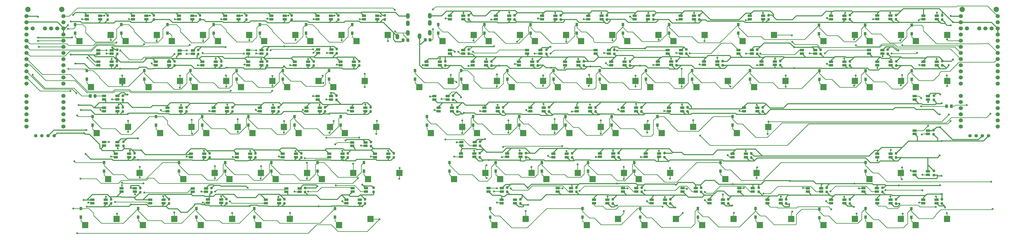
<source format=gbr>
G04 #@! TF.GenerationSoftware,KiCad,Pcbnew,(5.1.9)-1*
G04 #@! TF.CreationDate,2021-03-29T22:20:50-07:00*
G04 #@! TF.ProjectId,umiko,62616b65-6b75-46a6-9972-612e6b696361,0.3*
G04 #@! TF.SameCoordinates,Original*
G04 #@! TF.FileFunction,Copper,L2,Bot*
G04 #@! TF.FilePolarity,Positive*
%FSLAX46Y46*%
G04 Gerber Fmt 4.6, Leading zero omitted, Abs format (unit mm)*
G04 Created by KiCad (PCBNEW (5.1.9)-1) date 2021-03-29 22:20:50*
%MOMM*%
%LPD*%
G01*
G04 APERTURE LIST*
G04 #@! TA.AperFunction,ComponentPad*
%ADD10C,1.397000*%
G04 #@! TD*
G04 #@! TA.AperFunction,ComponentPad*
%ADD11C,1.700000*%
G04 #@! TD*
G04 #@! TA.AperFunction,ComponentPad*
%ADD12C,2.200000*%
G04 #@! TD*
G04 #@! TA.AperFunction,SMDPad,CuDef*
%ADD13R,1.700000X1.000000*%
G04 #@! TD*
G04 #@! TA.AperFunction,SMDPad,CuDef*
%ADD14R,2.550000X2.500000*%
G04 #@! TD*
G04 #@! TA.AperFunction,ComponentPad*
%ADD15O,1.500000X2.300000*%
G04 #@! TD*
G04 #@! TA.AperFunction,SMDPad,CuDef*
%ADD16R,1.000000X1.400000*%
G04 #@! TD*
G04 #@! TA.AperFunction,ViaPad*
%ADD17C,0.800000*%
G04 #@! TD*
G04 #@! TA.AperFunction,Conductor*
%ADD18C,0.381000*%
G04 #@! TD*
G04 #@! TA.AperFunction,Conductor*
%ADD19C,0.254000*%
G04 #@! TD*
G04 APERTURE END LIST*
D10*
X420587500Y-90000000D03*
X418047500Y-90000000D03*
X415507500Y-90000000D03*
X412967500Y-90000000D03*
D11*
X409179000Y-40513000D03*
X424394000Y-43053000D03*
D12*
X409789000Y-37688200D03*
X423784400Y-37688200D03*
D11*
X424394000Y-40513000D03*
X421854000Y-45593000D03*
X424394000Y-45593000D03*
X424394000Y-48133000D03*
X424394000Y-50673000D03*
X424394000Y-53213000D03*
X419314000Y-45593000D03*
X416774000Y-45593000D03*
X424394000Y-55753000D03*
X424394000Y-58293000D03*
X424394000Y-60833000D03*
X424394000Y-63373000D03*
X424394000Y-65913000D03*
X424394000Y-68453000D03*
X424394000Y-76073000D03*
X424394000Y-81153000D03*
X424394000Y-83693000D03*
X424394000Y-78613000D03*
X424394000Y-86233000D03*
X424394000Y-73533000D03*
X409179000Y-43053000D03*
X409179000Y-45593000D03*
X409179000Y-50673000D03*
X411719000Y-45593000D03*
X409179000Y-48133000D03*
X409179000Y-53213000D03*
X409179000Y-55753000D03*
X409179000Y-58293000D03*
X409179000Y-63373000D03*
X409179000Y-65913000D03*
X409179000Y-60833000D03*
X409179000Y-68453000D03*
X409179000Y-76073000D03*
X409179000Y-73533000D03*
X409179000Y-81153000D03*
X409179000Y-78613000D03*
X409179000Y-83693000D03*
X409179000Y-86233000D03*
X23759000Y-40513000D03*
X38974000Y-43053000D03*
D12*
X24369000Y-37688200D03*
X38364400Y-37688200D03*
D11*
X38974000Y-40513000D03*
X36434000Y-45593000D03*
X38974000Y-45593000D03*
X38974000Y-48133000D03*
X38974000Y-50673000D03*
X38974000Y-53213000D03*
X33894000Y-45593000D03*
X31354000Y-45593000D03*
X38974000Y-55753000D03*
X38974000Y-58293000D03*
X38974000Y-60833000D03*
X38974000Y-63373000D03*
X38974000Y-65913000D03*
X38974000Y-68453000D03*
X38974000Y-76073000D03*
X38974000Y-81153000D03*
X38974000Y-83693000D03*
X38974000Y-78613000D03*
X38974000Y-86233000D03*
X38974000Y-73533000D03*
X23759000Y-43053000D03*
X23759000Y-45593000D03*
X23759000Y-50673000D03*
X26299000Y-45593000D03*
X23759000Y-48133000D03*
X23759000Y-53213000D03*
X23759000Y-55753000D03*
X23759000Y-58293000D03*
X23759000Y-63373000D03*
X23759000Y-65913000D03*
X23759000Y-60833000D03*
X23759000Y-68453000D03*
X23759000Y-76073000D03*
X23759000Y-73533000D03*
X23759000Y-81153000D03*
X23759000Y-78613000D03*
X23759000Y-83693000D03*
X23759000Y-86233000D03*
G04 #@! TA.AperFunction,SMDPad,CuDef*
G36*
G01*
X189646000Y-50742001D02*
X189646000Y-49841999D01*
G75*
G02*
X189895999Y-49592000I249999J0D01*
G01*
X190596001Y-49592000D01*
G75*
G02*
X190846000Y-49841999I0J-249999D01*
G01*
X190846000Y-50742001D01*
G75*
G02*
X190596001Y-50992000I-249999J0D01*
G01*
X189895999Y-50992000D01*
G75*
G02*
X189646000Y-50742001I0J249999D01*
G01*
G37*
G04 #@! TD.AperFunction*
G04 #@! TA.AperFunction,SMDPad,CuDef*
G36*
G01*
X187646000Y-50742001D02*
X187646000Y-49841999D01*
G75*
G02*
X187895999Y-49592000I249999J0D01*
G01*
X188596001Y-49592000D01*
G75*
G02*
X188846000Y-49841999I0J-249999D01*
G01*
X188846000Y-50742001D01*
G75*
G02*
X188596001Y-50992000I-249999J0D01*
G01*
X187895999Y-50992000D01*
G75*
G02*
X187646000Y-50742001I0J249999D01*
G01*
G37*
G04 #@! TD.AperFunction*
G04 #@! TA.AperFunction,SMDPad,CuDef*
G36*
G01*
X180502000Y-50869001D02*
X180502000Y-49968999D01*
G75*
G02*
X180751999Y-49719000I249999J0D01*
G01*
X181452001Y-49719000D01*
G75*
G02*
X181702000Y-49968999I0J-249999D01*
G01*
X181702000Y-50869001D01*
G75*
G02*
X181452001Y-51119000I-249999J0D01*
G01*
X180751999Y-51119000D01*
G75*
G02*
X180502000Y-50869001I0J249999D01*
G01*
G37*
G04 #@! TD.AperFunction*
G04 #@! TA.AperFunction,SMDPad,CuDef*
G36*
G01*
X178502000Y-50869001D02*
X178502000Y-49968999D01*
G75*
G02*
X178751999Y-49719000I249999J0D01*
G01*
X179452001Y-49719000D01*
G75*
G02*
X179702000Y-49968999I0J-249999D01*
G01*
X179702000Y-50869001D01*
G75*
G02*
X179452001Y-51119000I-249999J0D01*
G01*
X178751999Y-51119000D01*
G75*
G02*
X178502000Y-50869001I0J249999D01*
G01*
G37*
G04 #@! TD.AperFunction*
D13*
X149562000Y-54291000D03*
X149562000Y-55691000D03*
X144062000Y-54291000D03*
X144062000Y-55691000D03*
X120733000Y-54545000D03*
X120733000Y-55945000D03*
X115233000Y-54545000D03*
X115233000Y-55945000D03*
X235794000Y-54563000D03*
X235794000Y-55963000D03*
X230294000Y-54563000D03*
X230294000Y-55963000D03*
X68453000Y-111757000D03*
X68453000Y-113157000D03*
X62953000Y-111757000D03*
X62953000Y-113157000D03*
X58928000Y-54610000D03*
X58928000Y-56010000D03*
X53428000Y-54610000D03*
X53428000Y-56010000D03*
X395623500Y-73613000D03*
X395623500Y-75013000D03*
X390123500Y-73613000D03*
X390123500Y-75013000D03*
X374541500Y-111713000D03*
X374541500Y-113113000D03*
X369041500Y-111713000D03*
X369041500Y-113113000D03*
X351599500Y-111757000D03*
X351599500Y-113157000D03*
X346099500Y-111757000D03*
X346099500Y-113157000D03*
X395623500Y-104772000D03*
X395623500Y-106172000D03*
X390123500Y-104772000D03*
X390123500Y-106172000D03*
X395623500Y-87884000D03*
X395623500Y-89284000D03*
X390123500Y-87884000D03*
X390123500Y-89284000D03*
X323360500Y-111695000D03*
X323360500Y-113095000D03*
X317860500Y-111695000D03*
X317860500Y-113095000D03*
X136481000Y-111822000D03*
X136481000Y-113222000D03*
X130981000Y-111822000D03*
X130981000Y-113222000D03*
X349142500Y-54545000D03*
X349142500Y-55945000D03*
X343642500Y-54545000D03*
X343642500Y-55945000D03*
X163786000Y-111695000D03*
X163786000Y-113095000D03*
X158286000Y-111695000D03*
X158286000Y-113095000D03*
X208680500Y-92645000D03*
X208680500Y-94045000D03*
X203180500Y-92645000D03*
X203180500Y-94045000D03*
X293770500Y-54545000D03*
X293770500Y-55945000D03*
X288270500Y-54545000D03*
X288270500Y-55945000D03*
X264052500Y-54545000D03*
X264052500Y-55945000D03*
X258552500Y-54545000D03*
X258552500Y-55945000D03*
X203981500Y-54545000D03*
X203981500Y-55945000D03*
X198481500Y-54545000D03*
X198481500Y-55945000D03*
X97873000Y-111822000D03*
X97873000Y-113222000D03*
X92373000Y-111822000D03*
X92373000Y-113222000D03*
X299866500Y-111695000D03*
X299866500Y-113095000D03*
X294366500Y-111695000D03*
X294366500Y-113095000D03*
X275355500Y-111695000D03*
X275355500Y-113095000D03*
X269855500Y-111695000D03*
X269855500Y-113095000D03*
X61297000Y-73530000D03*
X61297000Y-74930000D03*
X55797000Y-73530000D03*
X55797000Y-74930000D03*
X197504500Y-73595000D03*
X197504500Y-74995000D03*
X192004500Y-73595000D03*
X192004500Y-74995000D03*
X163659000Y-92772000D03*
X163659000Y-94172000D03*
X158159000Y-92772000D03*
X158159000Y-94172000D03*
X61297000Y-92645000D03*
X61297000Y-94045000D03*
X55797000Y-92645000D03*
X55797000Y-94045000D03*
X248431500Y-111695000D03*
X248431500Y-113095000D03*
X242931500Y-111695000D03*
X242931500Y-113095000D03*
X219856500Y-111695000D03*
X219856500Y-113095000D03*
X214356500Y-111695000D03*
X214356500Y-113095000D03*
X376828500Y-54545000D03*
X376828500Y-55945000D03*
X371328500Y-54545000D03*
X371328500Y-55945000D03*
X149435000Y-73595000D03*
X149435000Y-74995000D03*
X143935000Y-73595000D03*
X143935000Y-74995000D03*
X92412000Y-54672000D03*
X92412000Y-56072000D03*
X86912000Y-54672000D03*
X86912000Y-56072000D03*
X322980500Y-54545000D03*
X322980500Y-55945000D03*
X317480500Y-54545000D03*
X317480500Y-55945000D03*
D14*
X140843000Y-50800000D03*
X153770000Y-48260000D03*
D10*
X35215000Y-90000000D03*
X32675000Y-90000000D03*
X30135000Y-90000000D03*
X27595000Y-90000000D03*
G04 #@! TA.AperFunction,SMDPad,CuDef*
G36*
G01*
X238014500Y-55596500D02*
X238489500Y-55596500D01*
G75*
G02*
X238727000Y-55834000I0J-237500D01*
G01*
X238727000Y-56434000D01*
G75*
G02*
X238489500Y-56671500I-237500J0D01*
G01*
X238014500Y-56671500D01*
G75*
G02*
X237777000Y-56434000I0J237500D01*
G01*
X237777000Y-55834000D01*
G75*
G02*
X238014500Y-55596500I237500J0D01*
G01*
G37*
G04 #@! TD.AperFunction*
G04 #@! TA.AperFunction,SMDPad,CuDef*
G36*
G01*
X238014500Y-53871500D02*
X238489500Y-53871500D01*
G75*
G02*
X238727000Y-54109000I0J-237500D01*
G01*
X238727000Y-54709000D01*
G75*
G02*
X238489500Y-54946500I-237500J0D01*
G01*
X238014500Y-54946500D01*
G75*
G02*
X237777000Y-54709000I0J237500D01*
G01*
X237777000Y-54109000D01*
G75*
G02*
X238014500Y-53871500I237500J0D01*
G01*
G37*
G04 #@! TD.AperFunction*
G04 #@! TA.AperFunction,SMDPad,CuDef*
G36*
G01*
X138921500Y-112170500D02*
X138446500Y-112170500D01*
G75*
G02*
X138209000Y-111933000I0J237500D01*
G01*
X138209000Y-111333000D01*
G75*
G02*
X138446500Y-111095500I237500J0D01*
G01*
X138921500Y-111095500D01*
G75*
G02*
X139159000Y-111333000I0J-237500D01*
G01*
X139159000Y-111933000D01*
G75*
G02*
X138921500Y-112170500I-237500J0D01*
G01*
G37*
G04 #@! TD.AperFunction*
G04 #@! TA.AperFunction,SMDPad,CuDef*
G36*
G01*
X138921500Y-113895500D02*
X138446500Y-113895500D01*
G75*
G02*
X138209000Y-113658000I0J237500D01*
G01*
X138209000Y-113058000D01*
G75*
G02*
X138446500Y-112820500I237500J0D01*
G01*
X138921500Y-112820500D01*
G75*
G02*
X139159000Y-113058000I0J-237500D01*
G01*
X139159000Y-113658000D01*
G75*
G02*
X138921500Y-113895500I-237500J0D01*
G01*
G37*
G04 #@! TD.AperFunction*
D14*
X312039000Y-107950000D03*
X324966000Y-105410000D03*
X152749250Y-127000000D03*
X165676250Y-124460000D03*
X216789000Y-127000000D03*
X229716000Y-124460000D03*
X316801500Y-88900000D03*
X329728500Y-86360000D03*
D15*
X181102000Y-40430000D03*
X181102000Y-43430000D03*
X181102000Y-47430000D03*
X176802000Y-48930000D03*
X190173500Y-40303000D03*
X190173500Y-43303000D03*
X190173500Y-47303000D03*
X185873500Y-48803000D03*
G04 #@! TA.AperFunction,SMDPad,CuDef*
G36*
G01*
X70976500Y-112223500D02*
X70501500Y-112223500D01*
G75*
G02*
X70264000Y-111986000I0J237500D01*
G01*
X70264000Y-111386000D01*
G75*
G02*
X70501500Y-111148500I237500J0D01*
G01*
X70976500Y-111148500D01*
G75*
G02*
X71214000Y-111386000I0J-237500D01*
G01*
X71214000Y-111986000D01*
G75*
G02*
X70976500Y-112223500I-237500J0D01*
G01*
G37*
G04 #@! TD.AperFunction*
G04 #@! TA.AperFunction,SMDPad,CuDef*
G36*
G01*
X70976500Y-113948500D02*
X70501500Y-113948500D01*
G75*
G02*
X70264000Y-113711000I0J237500D01*
G01*
X70264000Y-113111000D01*
G75*
G02*
X70501500Y-112873500I237500J0D01*
G01*
X70976500Y-112873500D01*
G75*
G02*
X71214000Y-113111000I0J-237500D01*
G01*
X71214000Y-113711000D01*
G75*
G02*
X70976500Y-113948500I-237500J0D01*
G01*
G37*
G04 #@! TD.AperFunction*
G04 #@! TA.AperFunction,SMDPad,CuDef*
G36*
G01*
X61451500Y-54946500D02*
X60976500Y-54946500D01*
G75*
G02*
X60739000Y-54709000I0J237500D01*
G01*
X60739000Y-54109000D01*
G75*
G02*
X60976500Y-53871500I237500J0D01*
G01*
X61451500Y-53871500D01*
G75*
G02*
X61689000Y-54109000I0J-237500D01*
G01*
X61689000Y-54709000D01*
G75*
G02*
X61451500Y-54946500I-237500J0D01*
G01*
G37*
G04 #@! TD.AperFunction*
G04 #@! TA.AperFunction,SMDPad,CuDef*
G36*
G01*
X61451500Y-56671500D02*
X60976500Y-56671500D01*
G75*
G02*
X60739000Y-56434000I0J237500D01*
G01*
X60739000Y-55834000D01*
G75*
G02*
X60976500Y-55596500I237500J0D01*
G01*
X61451500Y-55596500D01*
G75*
G02*
X61689000Y-55834000I0J-237500D01*
G01*
X61689000Y-56434000D01*
G75*
G02*
X61451500Y-56671500I-237500J0D01*
G01*
G37*
G04 #@! TD.AperFunction*
G04 #@! TA.AperFunction,SMDPad,CuDef*
G36*
G01*
X398319000Y-73970000D02*
X397844000Y-73970000D01*
G75*
G02*
X397606500Y-73732500I0J237500D01*
G01*
X397606500Y-73132500D01*
G75*
G02*
X397844000Y-72895000I237500J0D01*
G01*
X398319000Y-72895000D01*
G75*
G02*
X398556500Y-73132500I0J-237500D01*
G01*
X398556500Y-73732500D01*
G75*
G02*
X398319000Y-73970000I-237500J0D01*
G01*
G37*
G04 #@! TD.AperFunction*
G04 #@! TA.AperFunction,SMDPad,CuDef*
G36*
G01*
X398319000Y-75695000D02*
X397844000Y-75695000D01*
G75*
G02*
X397606500Y-75457500I0J237500D01*
G01*
X397606500Y-74857500D01*
G75*
G02*
X397844000Y-74620000I237500J0D01*
G01*
X398319000Y-74620000D01*
G75*
G02*
X398556500Y-74857500I0J-237500D01*
G01*
X398556500Y-75457500D01*
G75*
G02*
X398319000Y-75695000I-237500J0D01*
G01*
G37*
G04 #@! TD.AperFunction*
G04 #@! TA.AperFunction,SMDPad,CuDef*
G36*
G01*
X376635000Y-112720000D02*
X377110000Y-112720000D01*
G75*
G02*
X377347500Y-112957500I0J-237500D01*
G01*
X377347500Y-113557500D01*
G75*
G02*
X377110000Y-113795000I-237500J0D01*
G01*
X376635000Y-113795000D01*
G75*
G02*
X376397500Y-113557500I0J237500D01*
G01*
X376397500Y-112957500D01*
G75*
G02*
X376635000Y-112720000I237500J0D01*
G01*
G37*
G04 #@! TD.AperFunction*
G04 #@! TA.AperFunction,SMDPad,CuDef*
G36*
G01*
X376635000Y-110995000D02*
X377110000Y-110995000D01*
G75*
G02*
X377347500Y-111232500I0J-237500D01*
G01*
X377347500Y-111832500D01*
G75*
G02*
X377110000Y-112070000I-237500J0D01*
G01*
X376635000Y-112070000D01*
G75*
G02*
X376397500Y-111832500I0J237500D01*
G01*
X376397500Y-111232500D01*
G75*
G02*
X376635000Y-110995000I237500J0D01*
G01*
G37*
G04 #@! TD.AperFunction*
G04 #@! TA.AperFunction,SMDPad,CuDef*
G36*
G01*
X353648000Y-112746500D02*
X354123000Y-112746500D01*
G75*
G02*
X354360500Y-112984000I0J-237500D01*
G01*
X354360500Y-113584000D01*
G75*
G02*
X354123000Y-113821500I-237500J0D01*
G01*
X353648000Y-113821500D01*
G75*
G02*
X353410500Y-113584000I0J237500D01*
G01*
X353410500Y-112984000D01*
G75*
G02*
X353648000Y-112746500I237500J0D01*
G01*
G37*
G04 #@! TD.AperFunction*
G04 #@! TA.AperFunction,SMDPad,CuDef*
G36*
G01*
X353648000Y-111021500D02*
X354123000Y-111021500D01*
G75*
G02*
X354360500Y-111259000I0J-237500D01*
G01*
X354360500Y-111859000D01*
G75*
G02*
X354123000Y-112096500I-237500J0D01*
G01*
X353648000Y-112096500D01*
G75*
G02*
X353410500Y-111859000I0J237500D01*
G01*
X353410500Y-111259000D01*
G75*
G02*
X353648000Y-111021500I237500J0D01*
G01*
G37*
G04 #@! TD.AperFunction*
G04 #@! TA.AperFunction,SMDPad,CuDef*
G36*
G01*
X398319000Y-105111500D02*
X397844000Y-105111500D01*
G75*
G02*
X397606500Y-104874000I0J237500D01*
G01*
X397606500Y-104274000D01*
G75*
G02*
X397844000Y-104036500I237500J0D01*
G01*
X398319000Y-104036500D01*
G75*
G02*
X398556500Y-104274000I0J-237500D01*
G01*
X398556500Y-104874000D01*
G75*
G02*
X398319000Y-105111500I-237500J0D01*
G01*
G37*
G04 #@! TD.AperFunction*
G04 #@! TA.AperFunction,SMDPad,CuDef*
G36*
G01*
X398319000Y-106836500D02*
X397844000Y-106836500D01*
G75*
G02*
X397606500Y-106599000I0J237500D01*
G01*
X397606500Y-105999000D01*
G75*
G02*
X397844000Y-105761500I237500J0D01*
G01*
X398319000Y-105761500D01*
G75*
G02*
X398556500Y-105999000I0J-237500D01*
G01*
X398556500Y-106599000D01*
G75*
G02*
X398319000Y-106836500I-237500J0D01*
G01*
G37*
G04 #@! TD.AperFunction*
G04 #@! TA.AperFunction,SMDPad,CuDef*
G36*
G01*
X398192000Y-88220500D02*
X397717000Y-88220500D01*
G75*
G02*
X397479500Y-87983000I0J237500D01*
G01*
X397479500Y-87383000D01*
G75*
G02*
X397717000Y-87145500I237500J0D01*
G01*
X398192000Y-87145500D01*
G75*
G02*
X398429500Y-87383000I0J-237500D01*
G01*
X398429500Y-87983000D01*
G75*
G02*
X398192000Y-88220500I-237500J0D01*
G01*
G37*
G04 #@! TD.AperFunction*
G04 #@! TA.AperFunction,SMDPad,CuDef*
G36*
G01*
X398192000Y-89945500D02*
X397717000Y-89945500D01*
G75*
G02*
X397479500Y-89708000I0J237500D01*
G01*
X397479500Y-89108000D01*
G75*
G02*
X397717000Y-88870500I237500J0D01*
G01*
X398192000Y-88870500D01*
G75*
G02*
X398429500Y-89108000I0J-237500D01*
G01*
X398429500Y-89708000D01*
G75*
G02*
X398192000Y-89945500I-237500J0D01*
G01*
G37*
G04 #@! TD.AperFunction*
G04 #@! TA.AperFunction,SMDPad,CuDef*
G36*
G01*
X326056000Y-112043500D02*
X325581000Y-112043500D01*
G75*
G02*
X325343500Y-111806000I0J237500D01*
G01*
X325343500Y-111206000D01*
G75*
G02*
X325581000Y-110968500I237500J0D01*
G01*
X326056000Y-110968500D01*
G75*
G02*
X326293500Y-111206000I0J-237500D01*
G01*
X326293500Y-111806000D01*
G75*
G02*
X326056000Y-112043500I-237500J0D01*
G01*
G37*
G04 #@! TD.AperFunction*
G04 #@! TA.AperFunction,SMDPad,CuDef*
G36*
G01*
X326056000Y-113768500D02*
X325581000Y-113768500D01*
G75*
G02*
X325343500Y-113531000I0J237500D01*
G01*
X325343500Y-112931000D01*
G75*
G02*
X325581000Y-112693500I237500J0D01*
G01*
X326056000Y-112693500D01*
G75*
G02*
X326293500Y-112931000I0J-237500D01*
G01*
X326293500Y-113531000D01*
G75*
G02*
X326056000Y-113768500I-237500J0D01*
G01*
G37*
G04 #@! TD.AperFunction*
D14*
X126555500Y-107950000D03*
X139482500Y-105410000D03*
X52736750Y-88900000D03*
X65663750Y-86360000D03*
X50355500Y-69850000D03*
X63282500Y-67310000D03*
D16*
X388810500Y-123825000D03*
X388810500Y-120275000D03*
X369887500Y-123698000D03*
X369887500Y-120148000D03*
X350837500Y-123952000D03*
X350837500Y-120402000D03*
X369887500Y-104648000D03*
X369887500Y-101098000D03*
X388937500Y-66675000D03*
X388937500Y-63125000D03*
X369887500Y-66675000D03*
X369887500Y-63125000D03*
X350837500Y-66675000D03*
X350837500Y-63125000D03*
X388937500Y-47752000D03*
X388937500Y-44202000D03*
X369760500Y-47752000D03*
X369760500Y-44202000D03*
X350710500Y-47752000D03*
X350710500Y-44202000D03*
G04 #@! TA.AperFunction,SMDPad,CuDef*
G36*
G01*
X363648000Y-116922500D02*
X363173000Y-116922500D01*
G75*
G02*
X362935500Y-116685000I0J237500D01*
G01*
X362935500Y-116085000D01*
G75*
G02*
X363173000Y-115847500I237500J0D01*
G01*
X363648000Y-115847500D01*
G75*
G02*
X363885500Y-116085000I0J-237500D01*
G01*
X363885500Y-116685000D01*
G75*
G02*
X363648000Y-116922500I-237500J0D01*
G01*
G37*
G04 #@! TD.AperFunction*
G04 #@! TA.AperFunction,SMDPad,CuDef*
G36*
G01*
X363648000Y-118647500D02*
X363173000Y-118647500D01*
G75*
G02*
X362935500Y-118410000I0J237500D01*
G01*
X362935500Y-117810000D01*
G75*
G02*
X363173000Y-117572500I237500J0D01*
G01*
X363648000Y-117572500D01*
G75*
G02*
X363885500Y-117810000I0J-237500D01*
G01*
X363885500Y-118410000D01*
G75*
G02*
X363648000Y-118647500I-237500J0D01*
G01*
G37*
G04 #@! TD.AperFunction*
G04 #@! TA.AperFunction,SMDPad,CuDef*
G36*
G01*
X382698000Y-97846000D02*
X382223000Y-97846000D01*
G75*
G02*
X381985500Y-97608500I0J237500D01*
G01*
X381985500Y-97008500D01*
G75*
G02*
X382223000Y-96771000I237500J0D01*
G01*
X382698000Y-96771000D01*
G75*
G02*
X382935500Y-97008500I0J-237500D01*
G01*
X382935500Y-97608500D01*
G75*
G02*
X382698000Y-97846000I-237500J0D01*
G01*
G37*
G04 #@! TD.AperFunction*
G04 #@! TA.AperFunction,SMDPad,CuDef*
G36*
G01*
X382698000Y-99571000D02*
X382223000Y-99571000D01*
G75*
G02*
X381985500Y-99333500I0J237500D01*
G01*
X381985500Y-98733500D01*
G75*
G02*
X382223000Y-98496000I237500J0D01*
G01*
X382698000Y-98496000D01*
G75*
G02*
X382935500Y-98733500I0J-237500D01*
G01*
X382935500Y-99333500D01*
G75*
G02*
X382698000Y-99571000I-237500J0D01*
G01*
G37*
G04 #@! TD.AperFunction*
G04 #@! TA.AperFunction,SMDPad,CuDef*
G36*
G01*
X401748000Y-59645500D02*
X401273000Y-59645500D01*
G75*
G02*
X401035500Y-59408000I0J237500D01*
G01*
X401035500Y-58808000D01*
G75*
G02*
X401273000Y-58570500I237500J0D01*
G01*
X401748000Y-58570500D01*
G75*
G02*
X401985500Y-58808000I0J-237500D01*
G01*
X401985500Y-59408000D01*
G75*
G02*
X401748000Y-59645500I-237500J0D01*
G01*
G37*
G04 #@! TD.AperFunction*
G04 #@! TA.AperFunction,SMDPad,CuDef*
G36*
G01*
X401748000Y-61370500D02*
X401273000Y-61370500D01*
G75*
G02*
X401035500Y-61133000I0J237500D01*
G01*
X401035500Y-60533000D01*
G75*
G02*
X401273000Y-60295500I237500J0D01*
G01*
X401748000Y-60295500D01*
G75*
G02*
X401985500Y-60533000I0J-237500D01*
G01*
X401985500Y-61133000D01*
G75*
G02*
X401748000Y-61370500I-237500J0D01*
G01*
G37*
G04 #@! TD.AperFunction*
G04 #@! TA.AperFunction,SMDPad,CuDef*
G36*
G01*
X382825000Y-59746000D02*
X382350000Y-59746000D01*
G75*
G02*
X382112500Y-59508500I0J237500D01*
G01*
X382112500Y-58908500D01*
G75*
G02*
X382350000Y-58671000I237500J0D01*
G01*
X382825000Y-58671000D01*
G75*
G02*
X383062500Y-58908500I0J-237500D01*
G01*
X383062500Y-59508500D01*
G75*
G02*
X382825000Y-59746000I-237500J0D01*
G01*
G37*
G04 #@! TD.AperFunction*
G04 #@! TA.AperFunction,SMDPad,CuDef*
G36*
G01*
X382825000Y-61471000D02*
X382350000Y-61471000D01*
G75*
G02*
X382112500Y-61233500I0J237500D01*
G01*
X382112500Y-60633500D01*
G75*
G02*
X382350000Y-60396000I237500J0D01*
G01*
X382825000Y-60396000D01*
G75*
G02*
X383062500Y-60633500I0J-237500D01*
G01*
X383062500Y-61233500D01*
G75*
G02*
X382825000Y-61471000I-237500J0D01*
G01*
G37*
G04 #@! TD.AperFunction*
G04 #@! TA.AperFunction,SMDPad,CuDef*
G36*
G01*
X363648000Y-59772500D02*
X363173000Y-59772500D01*
G75*
G02*
X362935500Y-59535000I0J237500D01*
G01*
X362935500Y-58935000D01*
G75*
G02*
X363173000Y-58697500I237500J0D01*
G01*
X363648000Y-58697500D01*
G75*
G02*
X363885500Y-58935000I0J-237500D01*
G01*
X363885500Y-59535000D01*
G75*
G02*
X363648000Y-59772500I-237500J0D01*
G01*
G37*
G04 #@! TD.AperFunction*
G04 #@! TA.AperFunction,SMDPad,CuDef*
G36*
G01*
X363648000Y-61497500D02*
X363173000Y-61497500D01*
G75*
G02*
X362935500Y-61260000I0J237500D01*
G01*
X362935500Y-60660000D01*
G75*
G02*
X363173000Y-60422500I237500J0D01*
G01*
X363648000Y-60422500D01*
G75*
G02*
X363885500Y-60660000I0J-237500D01*
G01*
X363885500Y-61260000D01*
G75*
G02*
X363648000Y-61497500I-237500J0D01*
G01*
G37*
G04 #@! TD.AperFunction*
G04 #@! TA.AperFunction,SMDPad,CuDef*
G36*
G01*
X401748000Y-40722500D02*
X401273000Y-40722500D01*
G75*
G02*
X401035500Y-40485000I0J237500D01*
G01*
X401035500Y-39885000D01*
G75*
G02*
X401273000Y-39647500I237500J0D01*
G01*
X401748000Y-39647500D01*
G75*
G02*
X401985500Y-39885000I0J-237500D01*
G01*
X401985500Y-40485000D01*
G75*
G02*
X401748000Y-40722500I-237500J0D01*
G01*
G37*
G04 #@! TD.AperFunction*
G04 #@! TA.AperFunction,SMDPad,CuDef*
G36*
G01*
X401748000Y-42447500D02*
X401273000Y-42447500D01*
G75*
G02*
X401035500Y-42210000I0J237500D01*
G01*
X401035500Y-41610000D01*
G75*
G02*
X401273000Y-41372500I237500J0D01*
G01*
X401748000Y-41372500D01*
G75*
G02*
X401985500Y-41610000I0J-237500D01*
G01*
X401985500Y-42210000D01*
G75*
G02*
X401748000Y-42447500I-237500J0D01*
G01*
G37*
G04 #@! TD.AperFunction*
G04 #@! TA.AperFunction,SMDPad,CuDef*
G36*
G01*
X382698000Y-40595500D02*
X382223000Y-40595500D01*
G75*
G02*
X381985500Y-40358000I0J237500D01*
G01*
X381985500Y-39758000D01*
G75*
G02*
X382223000Y-39520500I237500J0D01*
G01*
X382698000Y-39520500D01*
G75*
G02*
X382935500Y-39758000I0J-237500D01*
G01*
X382935500Y-40358000D01*
G75*
G02*
X382698000Y-40595500I-237500J0D01*
G01*
G37*
G04 #@! TD.AperFunction*
G04 #@! TA.AperFunction,SMDPad,CuDef*
G36*
G01*
X382698000Y-42320500D02*
X382223000Y-42320500D01*
G75*
G02*
X381985500Y-42083000I0J237500D01*
G01*
X381985500Y-41483000D01*
G75*
G02*
X382223000Y-41245500I237500J0D01*
G01*
X382698000Y-41245500D01*
G75*
G02*
X382935500Y-41483000I0J-237500D01*
G01*
X382935500Y-42083000D01*
G75*
G02*
X382698000Y-42320500I-237500J0D01*
G01*
G37*
G04 #@! TD.AperFunction*
G04 #@! TA.AperFunction,SMDPad,CuDef*
G36*
G01*
X363648000Y-40595500D02*
X363173000Y-40595500D01*
G75*
G02*
X362935500Y-40358000I0J237500D01*
G01*
X362935500Y-39758000D01*
G75*
G02*
X363173000Y-39520500I237500J0D01*
G01*
X363648000Y-39520500D01*
G75*
G02*
X363885500Y-39758000I0J-237500D01*
G01*
X363885500Y-40358000D01*
G75*
G02*
X363648000Y-40595500I-237500J0D01*
G01*
G37*
G04 #@! TD.AperFunction*
G04 #@! TA.AperFunction,SMDPad,CuDef*
G36*
G01*
X363648000Y-42320500D02*
X363173000Y-42320500D01*
G75*
G02*
X362935500Y-42083000I0J237500D01*
G01*
X362935500Y-41483000D01*
G75*
G02*
X363173000Y-41245500I237500J0D01*
G01*
X363648000Y-41245500D01*
G75*
G02*
X363885500Y-41483000I0J-237500D01*
G01*
X363885500Y-42083000D01*
G75*
G02*
X363648000Y-42320500I-237500J0D01*
G01*
G37*
G04 #@! TD.AperFunction*
D13*
X399180500Y-116521000D03*
X399180500Y-117921000D03*
X393680500Y-116521000D03*
X393680500Y-117921000D03*
X380257500Y-116521000D03*
X380257500Y-117921000D03*
X374757500Y-116521000D03*
X374757500Y-117921000D03*
X361207500Y-116521000D03*
X361207500Y-117921000D03*
X355707500Y-116521000D03*
X355707500Y-117921000D03*
X380257500Y-97471000D03*
X380257500Y-98871000D03*
X374757500Y-97471000D03*
X374757500Y-98871000D03*
X399263500Y-59371000D03*
X399263500Y-60771000D03*
X393763500Y-59371000D03*
X393763500Y-60771000D03*
X380257500Y-59371000D03*
X380257500Y-60771000D03*
X374757500Y-59371000D03*
X374757500Y-60771000D03*
X361207500Y-59371000D03*
X361207500Y-60771000D03*
X355707500Y-59371000D03*
X355707500Y-60771000D03*
X399307500Y-40321000D03*
X399307500Y-41721000D03*
X393807500Y-40321000D03*
X393807500Y-41721000D03*
X380174500Y-40256000D03*
X380174500Y-41656000D03*
X374674500Y-40256000D03*
X374674500Y-41656000D03*
X361207500Y-40321000D03*
X361207500Y-41721000D03*
X355707500Y-40321000D03*
X355707500Y-41721000D03*
D14*
X390588500Y-127000000D03*
X403515500Y-124460000D03*
X371538500Y-127000000D03*
X384465500Y-124460000D03*
X352519500Y-127000000D03*
X365446500Y-124460000D03*
X371538500Y-107950000D03*
X384465500Y-105410000D03*
X390652000Y-69850000D03*
X403579000Y-67310000D03*
X371602000Y-69850000D03*
X384529000Y-67310000D03*
X352519500Y-69850000D03*
X365446500Y-67310000D03*
X390652000Y-50800000D03*
X403579000Y-48260000D03*
X371602000Y-50800000D03*
X384529000Y-48260000D03*
X352519500Y-50800000D03*
X365446500Y-48260000D03*
G04 #@! TA.AperFunction,SMDPad,CuDef*
G36*
G01*
X401621000Y-116869500D02*
X401146000Y-116869500D01*
G75*
G02*
X400908500Y-116632000I0J237500D01*
G01*
X400908500Y-116032000D01*
G75*
G02*
X401146000Y-115794500I237500J0D01*
G01*
X401621000Y-115794500D01*
G75*
G02*
X401858500Y-116032000I0J-237500D01*
G01*
X401858500Y-116632000D01*
G75*
G02*
X401621000Y-116869500I-237500J0D01*
G01*
G37*
G04 #@! TD.AperFunction*
G04 #@! TA.AperFunction,SMDPad,CuDef*
G36*
G01*
X401621000Y-118594500D02*
X401146000Y-118594500D01*
G75*
G02*
X400908500Y-118357000I0J237500D01*
G01*
X400908500Y-117757000D01*
G75*
G02*
X401146000Y-117519500I237500J0D01*
G01*
X401621000Y-117519500D01*
G75*
G02*
X401858500Y-117757000I0J-237500D01*
G01*
X401858500Y-118357000D01*
G75*
G02*
X401621000Y-118594500I-237500J0D01*
G01*
G37*
G04 #@! TD.AperFunction*
G04 #@! TA.AperFunction,SMDPad,CuDef*
G36*
G01*
X382698000Y-116922500D02*
X382223000Y-116922500D01*
G75*
G02*
X381985500Y-116685000I0J237500D01*
G01*
X381985500Y-116085000D01*
G75*
G02*
X382223000Y-115847500I237500J0D01*
G01*
X382698000Y-115847500D01*
G75*
G02*
X382935500Y-116085000I0J-237500D01*
G01*
X382935500Y-116685000D01*
G75*
G02*
X382698000Y-116922500I-237500J0D01*
G01*
G37*
G04 #@! TD.AperFunction*
G04 #@! TA.AperFunction,SMDPad,CuDef*
G36*
G01*
X382698000Y-118647500D02*
X382223000Y-118647500D01*
G75*
G02*
X381985500Y-118410000I0J237500D01*
G01*
X381985500Y-117810000D01*
G75*
G02*
X382223000Y-117572500I237500J0D01*
G01*
X382698000Y-117572500D01*
G75*
G02*
X382935500Y-117810000I0J-237500D01*
G01*
X382935500Y-118410000D01*
G75*
G02*
X382698000Y-118647500I-237500J0D01*
G01*
G37*
G04 #@! TD.AperFunction*
X117030500Y-88900000D03*
X129957500Y-86360000D03*
X57499250Y-107950000D03*
X70426250Y-105410000D03*
X45593000Y-50800000D03*
X58520000Y-48260000D03*
X278701500Y-127000000D03*
X291628500Y-124460000D03*
X266795250Y-88900000D03*
X279722250Y-86360000D03*
X195357750Y-50800000D03*
X208284750Y-48260000D03*
X319182750Y-50800000D03*
X332109750Y-48260000D03*
G04 #@! TA.AperFunction,SMDPad,CuDef*
G36*
G01*
X205947000Y-55469500D02*
X206422000Y-55469500D01*
G75*
G02*
X206659500Y-55707000I0J-237500D01*
G01*
X206659500Y-56307000D01*
G75*
G02*
X206422000Y-56544500I-237500J0D01*
G01*
X205947000Y-56544500D01*
G75*
G02*
X205709500Y-56307000I0J237500D01*
G01*
X205709500Y-55707000D01*
G75*
G02*
X205947000Y-55469500I237500J0D01*
G01*
G37*
G04 #@! TD.AperFunction*
G04 #@! TA.AperFunction,SMDPad,CuDef*
G36*
G01*
X205947000Y-53744500D02*
X206422000Y-53744500D01*
G75*
G02*
X206659500Y-53982000I0J-237500D01*
G01*
X206659500Y-54582000D01*
G75*
G02*
X206422000Y-54819500I-237500J0D01*
G01*
X205947000Y-54819500D01*
G75*
G02*
X205709500Y-54582000I0J237500D01*
G01*
X205709500Y-53982000D01*
G75*
G02*
X205947000Y-53744500I237500J0D01*
G01*
G37*
G04 #@! TD.AperFunction*
G04 #@! TA.AperFunction,SMDPad,CuDef*
G36*
G01*
X137397500Y-97846000D02*
X136922500Y-97846000D01*
G75*
G02*
X136685000Y-97608500I0J237500D01*
G01*
X136685000Y-97008500D01*
G75*
G02*
X136922500Y-96771000I237500J0D01*
G01*
X137397500Y-96771000D01*
G75*
G02*
X137635000Y-97008500I0J-237500D01*
G01*
X137635000Y-97608500D01*
G75*
G02*
X137397500Y-97846000I-237500J0D01*
G01*
G37*
G04 #@! TD.AperFunction*
G04 #@! TA.AperFunction,SMDPad,CuDef*
G36*
G01*
X137397500Y-99571000D02*
X136922500Y-99571000D01*
G75*
G02*
X136685000Y-99333500I0J237500D01*
G01*
X136685000Y-98733500D01*
G75*
G02*
X136922500Y-98496000I237500J0D01*
G01*
X137397500Y-98496000D01*
G75*
G02*
X137635000Y-98733500I0J-237500D01*
G01*
X137635000Y-99333500D01*
G75*
G02*
X137397500Y-99571000I-237500J0D01*
G01*
G37*
G04 #@! TD.AperFunction*
G04 #@! TA.AperFunction,SMDPad,CuDef*
G36*
G01*
X127999500Y-78796000D02*
X127524500Y-78796000D01*
G75*
G02*
X127287000Y-78558500I0J237500D01*
G01*
X127287000Y-77958500D01*
G75*
G02*
X127524500Y-77721000I237500J0D01*
G01*
X127999500Y-77721000D01*
G75*
G02*
X128237000Y-77958500I0J-237500D01*
G01*
X128237000Y-78558500D01*
G75*
G02*
X127999500Y-78796000I-237500J0D01*
G01*
G37*
G04 #@! TD.AperFunction*
G04 #@! TA.AperFunction,SMDPad,CuDef*
G36*
G01*
X127999500Y-80521000D02*
X127524500Y-80521000D01*
G75*
G02*
X127287000Y-80283500I0J237500D01*
G01*
X127287000Y-79683500D01*
G75*
G02*
X127524500Y-79446000I237500J0D01*
G01*
X127999500Y-79446000D01*
G75*
G02*
X128237000Y-79683500I0J-237500D01*
G01*
X128237000Y-80283500D01*
G75*
G02*
X127999500Y-80521000I-237500J0D01*
G01*
G37*
G04 #@! TD.AperFunction*
G04 #@! TA.AperFunction,SMDPad,CuDef*
G36*
G01*
X311197000Y-59645500D02*
X310722000Y-59645500D01*
G75*
G02*
X310484500Y-59408000I0J237500D01*
G01*
X310484500Y-58808000D01*
G75*
G02*
X310722000Y-58570500I237500J0D01*
G01*
X311197000Y-58570500D01*
G75*
G02*
X311434500Y-58808000I0J-237500D01*
G01*
X311434500Y-59408000D01*
G75*
G02*
X311197000Y-59645500I-237500J0D01*
G01*
G37*
G04 #@! TD.AperFunction*
G04 #@! TA.AperFunction,SMDPad,CuDef*
G36*
G01*
X311197000Y-61370500D02*
X310722000Y-61370500D01*
G75*
G02*
X310484500Y-61133000I0J237500D01*
G01*
X310484500Y-60533000D01*
G75*
G02*
X310722000Y-60295500I237500J0D01*
G01*
X311197000Y-60295500D01*
G75*
G02*
X311434500Y-60533000I0J-237500D01*
G01*
X311434500Y-61133000D01*
G75*
G02*
X311197000Y-61370500I-237500J0D01*
G01*
G37*
G04 #@! TD.AperFunction*
G04 #@! TA.AperFunction,SMDPad,CuDef*
G36*
G01*
X106536500Y-116795500D02*
X106061500Y-116795500D01*
G75*
G02*
X105824000Y-116558000I0J237500D01*
G01*
X105824000Y-115958000D01*
G75*
G02*
X106061500Y-115720500I237500J0D01*
G01*
X106536500Y-115720500D01*
G75*
G02*
X106774000Y-115958000I0J-237500D01*
G01*
X106774000Y-116558000D01*
G75*
G02*
X106536500Y-116795500I-237500J0D01*
G01*
G37*
G04 #@! TD.AperFunction*
G04 #@! TA.AperFunction,SMDPad,CuDef*
G36*
G01*
X106536500Y-118520500D02*
X106061500Y-118520500D01*
G75*
G02*
X105824000Y-118283000I0J237500D01*
G01*
X105824000Y-117683000D01*
G75*
G02*
X106061500Y-117445500I237500J0D01*
G01*
X106536500Y-117445500D01*
G75*
G02*
X106774000Y-117683000I0J-237500D01*
G01*
X106774000Y-118283000D01*
G75*
G02*
X106536500Y-118520500I-237500J0D01*
G01*
G37*
G04 #@! TD.AperFunction*
G04 #@! TA.AperFunction,SMDPad,CuDef*
G36*
G01*
X163686500Y-116869500D02*
X163211500Y-116869500D01*
G75*
G02*
X162974000Y-116632000I0J237500D01*
G01*
X162974000Y-116032000D01*
G75*
G02*
X163211500Y-115794500I237500J0D01*
G01*
X163686500Y-115794500D01*
G75*
G02*
X163924000Y-116032000I0J-237500D01*
G01*
X163924000Y-116632000D01*
G75*
G02*
X163686500Y-116869500I-237500J0D01*
G01*
G37*
G04 #@! TD.AperFunction*
G04 #@! TA.AperFunction,SMDPad,CuDef*
G36*
G01*
X163686500Y-118594500D02*
X163211500Y-118594500D01*
G75*
G02*
X162974000Y-118357000I0J237500D01*
G01*
X162974000Y-117757000D01*
G75*
G02*
X163211500Y-117519500I237500J0D01*
G01*
X163686500Y-117519500D01*
G75*
G02*
X163924000Y-117757000I0J-237500D01*
G01*
X163924000Y-118357000D01*
G75*
G02*
X163686500Y-118594500I-237500J0D01*
G01*
G37*
G04 #@! TD.AperFunction*
G04 #@! TA.AperFunction,SMDPad,CuDef*
G36*
G01*
X130412500Y-116869500D02*
X129937500Y-116869500D01*
G75*
G02*
X129700000Y-116632000I0J237500D01*
G01*
X129700000Y-116032000D01*
G75*
G02*
X129937500Y-115794500I237500J0D01*
G01*
X130412500Y-115794500D01*
G75*
G02*
X130650000Y-116032000I0J-237500D01*
G01*
X130650000Y-116632000D01*
G75*
G02*
X130412500Y-116869500I-237500J0D01*
G01*
G37*
G04 #@! TD.AperFunction*
G04 #@! TA.AperFunction,SMDPad,CuDef*
G36*
G01*
X130412500Y-118594500D02*
X129937500Y-118594500D01*
G75*
G02*
X129700000Y-118357000I0J237500D01*
G01*
X129700000Y-117757000D01*
G75*
G02*
X129937500Y-117519500I237500J0D01*
G01*
X130412500Y-117519500D01*
G75*
G02*
X130650000Y-117757000I0J-237500D01*
G01*
X130650000Y-118357000D01*
G75*
G02*
X130412500Y-118594500I-237500J0D01*
G01*
G37*
G04 #@! TD.AperFunction*
G04 #@! TA.AperFunction,SMDPad,CuDef*
G36*
G01*
X82787500Y-116869500D02*
X82312500Y-116869500D01*
G75*
G02*
X82075000Y-116632000I0J237500D01*
G01*
X82075000Y-116032000D01*
G75*
G02*
X82312500Y-115794500I237500J0D01*
G01*
X82787500Y-115794500D01*
G75*
G02*
X83025000Y-116032000I0J-237500D01*
G01*
X83025000Y-116632000D01*
G75*
G02*
X82787500Y-116869500I-237500J0D01*
G01*
G37*
G04 #@! TD.AperFunction*
G04 #@! TA.AperFunction,SMDPad,CuDef*
G36*
G01*
X82787500Y-118594500D02*
X82312500Y-118594500D01*
G75*
G02*
X82075000Y-118357000I0J237500D01*
G01*
X82075000Y-117757000D01*
G75*
G02*
X82312500Y-117519500I237500J0D01*
G01*
X82787500Y-117519500D01*
G75*
G02*
X83025000Y-117757000I0J-237500D01*
G01*
X83025000Y-118357000D01*
G75*
G02*
X82787500Y-118594500I-237500J0D01*
G01*
G37*
G04 #@! TD.AperFunction*
G04 #@! TA.AperFunction,SMDPad,CuDef*
G36*
G01*
X227758000Y-116869500D02*
X227283000Y-116869500D01*
G75*
G02*
X227045500Y-116632000I0J237500D01*
G01*
X227045500Y-116032000D01*
G75*
G02*
X227283000Y-115794500I237500J0D01*
G01*
X227758000Y-115794500D01*
G75*
G02*
X227995500Y-116032000I0J-237500D01*
G01*
X227995500Y-116632000D01*
G75*
G02*
X227758000Y-116869500I-237500J0D01*
G01*
G37*
G04 #@! TD.AperFunction*
G04 #@! TA.AperFunction,SMDPad,CuDef*
G36*
G01*
X227758000Y-118594500D02*
X227283000Y-118594500D01*
G75*
G02*
X227045500Y-118357000I0J237500D01*
G01*
X227045500Y-117757000D01*
G75*
G02*
X227283000Y-117519500I237500J0D01*
G01*
X227758000Y-117519500D01*
G75*
G02*
X227995500Y-117757000I0J-237500D01*
G01*
X227995500Y-118357000D01*
G75*
G02*
X227758000Y-118594500I-237500J0D01*
G01*
G37*
G04 #@! TD.AperFunction*
G04 #@! TA.AperFunction,SMDPad,CuDef*
G36*
G01*
X118474500Y-97846000D02*
X117999500Y-97846000D01*
G75*
G02*
X117762000Y-97608500I0J237500D01*
G01*
X117762000Y-97008500D01*
G75*
G02*
X117999500Y-96771000I237500J0D01*
G01*
X118474500Y-96771000D01*
G75*
G02*
X118712000Y-97008500I0J-237500D01*
G01*
X118712000Y-97608500D01*
G75*
G02*
X118474500Y-97846000I-237500J0D01*
G01*
G37*
G04 #@! TD.AperFunction*
G04 #@! TA.AperFunction,SMDPad,CuDef*
G36*
G01*
X118474500Y-99571000D02*
X117999500Y-99571000D01*
G75*
G02*
X117762000Y-99333500I0J237500D01*
G01*
X117762000Y-98733500D01*
G75*
G02*
X117999500Y-98496000I237500J0D01*
G01*
X118474500Y-98496000D01*
G75*
G02*
X118712000Y-98733500I0J-237500D01*
G01*
X118712000Y-99333500D01*
G75*
G02*
X118474500Y-99571000I-237500J0D01*
G01*
G37*
G04 #@! TD.AperFunction*
G04 #@! TA.AperFunction,SMDPad,CuDef*
G36*
G01*
X156574500Y-97846000D02*
X156099500Y-97846000D01*
G75*
G02*
X155862000Y-97608500I0J237500D01*
G01*
X155862000Y-97008500D01*
G75*
G02*
X156099500Y-96771000I237500J0D01*
G01*
X156574500Y-96771000D01*
G75*
G02*
X156812000Y-97008500I0J-237500D01*
G01*
X156812000Y-97608500D01*
G75*
G02*
X156574500Y-97846000I-237500J0D01*
G01*
G37*
G04 #@! TD.AperFunction*
G04 #@! TA.AperFunction,SMDPad,CuDef*
G36*
G01*
X156574500Y-99571000D02*
X156099500Y-99571000D01*
G75*
G02*
X155862000Y-99333500I0J237500D01*
G01*
X155862000Y-98733500D01*
G75*
G02*
X156099500Y-98496000I237500J0D01*
G01*
X156574500Y-98496000D01*
G75*
G02*
X156812000Y-98733500I0J-237500D01*
G01*
X156812000Y-99333500D01*
G75*
G02*
X156574500Y-99571000I-237500J0D01*
G01*
G37*
G04 #@! TD.AperFunction*
G04 #@! TA.AperFunction,SMDPad,CuDef*
G36*
G01*
X287194000Y-97719000D02*
X286719000Y-97719000D01*
G75*
G02*
X286481500Y-97481500I0J237500D01*
G01*
X286481500Y-96881500D01*
G75*
G02*
X286719000Y-96644000I237500J0D01*
G01*
X287194000Y-96644000D01*
G75*
G02*
X287431500Y-96881500I0J-237500D01*
G01*
X287431500Y-97481500D01*
G75*
G02*
X287194000Y-97719000I-237500J0D01*
G01*
G37*
G04 #@! TD.AperFunction*
G04 #@! TA.AperFunction,SMDPad,CuDef*
G36*
G01*
X287194000Y-99444000D02*
X286719000Y-99444000D01*
G75*
G02*
X286481500Y-99206500I0J237500D01*
G01*
X286481500Y-98606500D01*
G75*
G02*
X286719000Y-98369000I237500J0D01*
G01*
X287194000Y-98369000D01*
G75*
G02*
X287431500Y-98606500I0J-237500D01*
G01*
X287431500Y-99206500D01*
G75*
G02*
X287194000Y-99444000I-237500J0D01*
G01*
G37*
G04 #@! TD.AperFunction*
G04 #@! TA.AperFunction,SMDPad,CuDef*
G36*
G01*
X249094000Y-97819500D02*
X248619000Y-97819500D01*
G75*
G02*
X248381500Y-97582000I0J237500D01*
G01*
X248381500Y-96982000D01*
G75*
G02*
X248619000Y-96744500I237500J0D01*
G01*
X249094000Y-96744500D01*
G75*
G02*
X249331500Y-96982000I0J-237500D01*
G01*
X249331500Y-97582000D01*
G75*
G02*
X249094000Y-97819500I-237500J0D01*
G01*
G37*
G04 #@! TD.AperFunction*
G04 #@! TA.AperFunction,SMDPad,CuDef*
G36*
G01*
X249094000Y-99544500D02*
X248619000Y-99544500D01*
G75*
G02*
X248381500Y-99307000I0J237500D01*
G01*
X248381500Y-98707000D01*
G75*
G02*
X248619000Y-98469500I237500J0D01*
G01*
X249094000Y-98469500D01*
G75*
G02*
X249331500Y-98707000I0J-237500D01*
G01*
X249331500Y-99307000D01*
G75*
G02*
X249094000Y-99544500I-237500J0D01*
G01*
G37*
G04 #@! TD.AperFunction*
G04 #@! TA.AperFunction,SMDPad,CuDef*
G36*
G01*
X210994000Y-97745500D02*
X210519000Y-97745500D01*
G75*
G02*
X210281500Y-97508000I0J237500D01*
G01*
X210281500Y-96908000D01*
G75*
G02*
X210519000Y-96670500I237500J0D01*
G01*
X210994000Y-96670500D01*
G75*
G02*
X211231500Y-96908000I0J-237500D01*
G01*
X211231500Y-97508000D01*
G75*
G02*
X210994000Y-97745500I-237500J0D01*
G01*
G37*
G04 #@! TD.AperFunction*
G04 #@! TA.AperFunction,SMDPad,CuDef*
G36*
G01*
X210994000Y-99470500D02*
X210519000Y-99470500D01*
G75*
G02*
X210281500Y-99233000I0J237500D01*
G01*
X210281500Y-98633000D01*
G75*
G02*
X210519000Y-98395500I237500J0D01*
G01*
X210994000Y-98395500D01*
G75*
G02*
X211231500Y-98633000I0J-237500D01*
G01*
X211231500Y-99233000D01*
G75*
G02*
X210994000Y-99470500I-237500J0D01*
G01*
G37*
G04 #@! TD.AperFunction*
G04 #@! TA.AperFunction,SMDPad,CuDef*
G36*
G01*
X147176500Y-78769500D02*
X146701500Y-78769500D01*
G75*
G02*
X146464000Y-78532000I0J237500D01*
G01*
X146464000Y-77932000D01*
G75*
G02*
X146701500Y-77694500I237500J0D01*
G01*
X147176500Y-77694500D01*
G75*
G02*
X147414000Y-77932000I0J-237500D01*
G01*
X147414000Y-78532000D01*
G75*
G02*
X147176500Y-78769500I-237500J0D01*
G01*
G37*
G04 #@! TD.AperFunction*
G04 #@! TA.AperFunction,SMDPad,CuDef*
G36*
G01*
X147176500Y-80494500D02*
X146701500Y-80494500D01*
G75*
G02*
X146464000Y-80257000I0J237500D01*
G01*
X146464000Y-79657000D01*
G75*
G02*
X146701500Y-79419500I237500J0D01*
G01*
X147176500Y-79419500D01*
G75*
G02*
X147414000Y-79657000I0J-237500D01*
G01*
X147414000Y-80257000D01*
G75*
G02*
X147176500Y-80494500I-237500J0D01*
G01*
G37*
G04 #@! TD.AperFunction*
G04 #@! TA.AperFunction,SMDPad,CuDef*
G36*
G01*
X108949500Y-78796000D02*
X108474500Y-78796000D01*
G75*
G02*
X108237000Y-78558500I0J237500D01*
G01*
X108237000Y-77958500D01*
G75*
G02*
X108474500Y-77721000I237500J0D01*
G01*
X108949500Y-77721000D01*
G75*
G02*
X109187000Y-77958500I0J-237500D01*
G01*
X109187000Y-78558500D01*
G75*
G02*
X108949500Y-78796000I-237500J0D01*
G01*
G37*
G04 #@! TD.AperFunction*
G04 #@! TA.AperFunction,SMDPad,CuDef*
G36*
G01*
X108949500Y-80521000D02*
X108474500Y-80521000D01*
G75*
G02*
X108237000Y-80283500I0J237500D01*
G01*
X108237000Y-79683500D01*
G75*
G02*
X108474500Y-79446000I237500J0D01*
G01*
X108949500Y-79446000D01*
G75*
G02*
X109187000Y-79683500I0J-237500D01*
G01*
X109187000Y-80283500D01*
G75*
G02*
X108949500Y-80521000I-237500J0D01*
G01*
G37*
G04 #@! TD.AperFunction*
G04 #@! TA.AperFunction,SMDPad,CuDef*
G36*
G01*
X63737500Y-78796000D02*
X63262500Y-78796000D01*
G75*
G02*
X63025000Y-78558500I0J237500D01*
G01*
X63025000Y-77958500D01*
G75*
G02*
X63262500Y-77721000I237500J0D01*
G01*
X63737500Y-77721000D01*
G75*
G02*
X63975000Y-77958500I0J-237500D01*
G01*
X63975000Y-78558500D01*
G75*
G02*
X63737500Y-78796000I-237500J0D01*
G01*
G37*
G04 #@! TD.AperFunction*
G04 #@! TA.AperFunction,SMDPad,CuDef*
G36*
G01*
X63737500Y-80521000D02*
X63262500Y-80521000D01*
G75*
G02*
X63025000Y-80283500I0J237500D01*
G01*
X63025000Y-79683500D01*
G75*
G02*
X63262500Y-79446000I237500J0D01*
G01*
X63737500Y-79446000D01*
G75*
G02*
X63975000Y-79683500I0J-237500D01*
G01*
X63975000Y-80283500D01*
G75*
G02*
X63737500Y-80521000I-237500J0D01*
G01*
G37*
G04 #@! TD.AperFunction*
G04 #@! TA.AperFunction,SMDPad,CuDef*
G36*
G01*
X277669000Y-78822500D02*
X277194000Y-78822500D01*
G75*
G02*
X276956500Y-78585000I0J237500D01*
G01*
X276956500Y-77985000D01*
G75*
G02*
X277194000Y-77747500I237500J0D01*
G01*
X277669000Y-77747500D01*
G75*
G02*
X277906500Y-77985000I0J-237500D01*
G01*
X277906500Y-78585000D01*
G75*
G02*
X277669000Y-78822500I-237500J0D01*
G01*
G37*
G04 #@! TD.AperFunction*
G04 #@! TA.AperFunction,SMDPad,CuDef*
G36*
G01*
X277669000Y-80547500D02*
X277194000Y-80547500D01*
G75*
G02*
X276956500Y-80310000I0J237500D01*
G01*
X276956500Y-79710000D01*
G75*
G02*
X277194000Y-79472500I237500J0D01*
G01*
X277669000Y-79472500D01*
G75*
G02*
X277906500Y-79710000I0J-237500D01*
G01*
X277906500Y-80310000D01*
G75*
G02*
X277669000Y-80547500I-237500J0D01*
G01*
G37*
G04 #@! TD.AperFunction*
G04 #@! TA.AperFunction,SMDPad,CuDef*
G36*
G01*
X258746000Y-78822500D02*
X258271000Y-78822500D01*
G75*
G02*
X258033500Y-78585000I0J237500D01*
G01*
X258033500Y-77985000D01*
G75*
G02*
X258271000Y-77747500I237500J0D01*
G01*
X258746000Y-77747500D01*
G75*
G02*
X258983500Y-77985000I0J-237500D01*
G01*
X258983500Y-78585000D01*
G75*
G02*
X258746000Y-78822500I-237500J0D01*
G01*
G37*
G04 #@! TD.AperFunction*
G04 #@! TA.AperFunction,SMDPad,CuDef*
G36*
G01*
X258746000Y-80547500D02*
X258271000Y-80547500D01*
G75*
G02*
X258033500Y-80310000I0J237500D01*
G01*
X258033500Y-79710000D01*
G75*
G02*
X258271000Y-79472500I237500J0D01*
G01*
X258746000Y-79472500D01*
G75*
G02*
X258983500Y-79710000I0J-237500D01*
G01*
X258983500Y-80310000D01*
G75*
G02*
X258746000Y-80547500I-237500J0D01*
G01*
G37*
G04 #@! TD.AperFunction*
G04 #@! TA.AperFunction,SMDPad,CuDef*
G36*
G01*
X239569000Y-78769500D02*
X239094000Y-78769500D01*
G75*
G02*
X238856500Y-78532000I0J237500D01*
G01*
X238856500Y-77932000D01*
G75*
G02*
X239094000Y-77694500I237500J0D01*
G01*
X239569000Y-77694500D01*
G75*
G02*
X239806500Y-77932000I0J-237500D01*
G01*
X239806500Y-78532000D01*
G75*
G02*
X239569000Y-78769500I-237500J0D01*
G01*
G37*
G04 #@! TD.AperFunction*
G04 #@! TA.AperFunction,SMDPad,CuDef*
G36*
G01*
X239569000Y-80494500D02*
X239094000Y-80494500D01*
G75*
G02*
X238856500Y-80257000I0J237500D01*
G01*
X238856500Y-79657000D01*
G75*
G02*
X239094000Y-79419500I237500J0D01*
G01*
X239569000Y-79419500D01*
G75*
G02*
X239806500Y-79657000I0J-237500D01*
G01*
X239806500Y-80257000D01*
G75*
G02*
X239569000Y-80494500I-237500J0D01*
G01*
G37*
G04 #@! TD.AperFunction*
G04 #@! TA.AperFunction,SMDPad,CuDef*
G36*
G01*
X201723000Y-78822500D02*
X201248000Y-78822500D01*
G75*
G02*
X201010500Y-78585000I0J237500D01*
G01*
X201010500Y-77985000D01*
G75*
G02*
X201248000Y-77747500I237500J0D01*
G01*
X201723000Y-77747500D01*
G75*
G02*
X201960500Y-77985000I0J-237500D01*
G01*
X201960500Y-78585000D01*
G75*
G02*
X201723000Y-78822500I-237500J0D01*
G01*
G37*
G04 #@! TD.AperFunction*
G04 #@! TA.AperFunction,SMDPad,CuDef*
G36*
G01*
X201723000Y-80547500D02*
X201248000Y-80547500D01*
G75*
G02*
X201010500Y-80310000I0J237500D01*
G01*
X201010500Y-79710000D01*
G75*
G02*
X201248000Y-79472500I237500J0D01*
G01*
X201723000Y-79472500D01*
G75*
G02*
X201960500Y-79710000I0J-237500D01*
G01*
X201960500Y-80310000D01*
G75*
G02*
X201723000Y-80547500I-237500J0D01*
G01*
G37*
G04 #@! TD.AperFunction*
G04 #@! TA.AperFunction,SMDPad,CuDef*
G36*
G01*
X142477500Y-59772500D02*
X142002500Y-59772500D01*
G75*
G02*
X141765000Y-59535000I0J237500D01*
G01*
X141765000Y-58935000D01*
G75*
G02*
X142002500Y-58697500I237500J0D01*
G01*
X142477500Y-58697500D01*
G75*
G02*
X142715000Y-58935000I0J-237500D01*
G01*
X142715000Y-59535000D01*
G75*
G02*
X142477500Y-59772500I-237500J0D01*
G01*
G37*
G04 #@! TD.AperFunction*
G04 #@! TA.AperFunction,SMDPad,CuDef*
G36*
G01*
X142477500Y-61497500D02*
X142002500Y-61497500D01*
G75*
G02*
X141765000Y-61260000I0J237500D01*
G01*
X141765000Y-60660000D01*
G75*
G02*
X142002500Y-60422500I237500J0D01*
G01*
X142477500Y-60422500D01*
G75*
G02*
X142715000Y-60660000I0J-237500D01*
G01*
X142715000Y-61260000D01*
G75*
G02*
X142477500Y-61497500I-237500J0D01*
G01*
G37*
G04 #@! TD.AperFunction*
G04 #@! TA.AperFunction,SMDPad,CuDef*
G36*
G01*
X161273500Y-59746000D02*
X160798500Y-59746000D01*
G75*
G02*
X160561000Y-59508500I0J237500D01*
G01*
X160561000Y-58908500D01*
G75*
G02*
X160798500Y-58671000I237500J0D01*
G01*
X161273500Y-58671000D01*
G75*
G02*
X161511000Y-58908500I0J-237500D01*
G01*
X161511000Y-59508500D01*
G75*
G02*
X161273500Y-59746000I-237500J0D01*
G01*
G37*
G04 #@! TD.AperFunction*
G04 #@! TA.AperFunction,SMDPad,CuDef*
G36*
G01*
X161273500Y-61471000D02*
X160798500Y-61471000D01*
G75*
G02*
X160561000Y-61233500I0J237500D01*
G01*
X160561000Y-60633500D01*
G75*
G02*
X160798500Y-60396000I237500J0D01*
G01*
X161273500Y-60396000D01*
G75*
G02*
X161511000Y-60633500I0J-237500D01*
G01*
X161511000Y-61233500D01*
G75*
G02*
X161273500Y-61471000I-237500J0D01*
G01*
G37*
G04 #@! TD.AperFunction*
G04 #@! TA.AperFunction,SMDPad,CuDef*
G36*
G01*
X292147000Y-59619000D02*
X291672000Y-59619000D01*
G75*
G02*
X291434500Y-59381500I0J237500D01*
G01*
X291434500Y-58781500D01*
G75*
G02*
X291672000Y-58544000I237500J0D01*
G01*
X292147000Y-58544000D01*
G75*
G02*
X292384500Y-58781500I0J-237500D01*
G01*
X292384500Y-59381500D01*
G75*
G02*
X292147000Y-59619000I-237500J0D01*
G01*
G37*
G04 #@! TD.AperFunction*
G04 #@! TA.AperFunction,SMDPad,CuDef*
G36*
G01*
X292147000Y-61344000D02*
X291672000Y-61344000D01*
G75*
G02*
X291434500Y-61106500I0J237500D01*
G01*
X291434500Y-60506500D01*
G75*
G02*
X291672000Y-60269000I237500J0D01*
G01*
X292147000Y-60269000D01*
G75*
G02*
X292384500Y-60506500I0J-237500D01*
G01*
X292384500Y-61106500D01*
G75*
G02*
X292147000Y-61344000I-237500J0D01*
G01*
G37*
G04 #@! TD.AperFunction*
G04 #@! TA.AperFunction,SMDPad,CuDef*
G36*
G01*
X272970000Y-59772500D02*
X272495000Y-59772500D01*
G75*
G02*
X272257500Y-59535000I0J237500D01*
G01*
X272257500Y-58935000D01*
G75*
G02*
X272495000Y-58697500I237500J0D01*
G01*
X272970000Y-58697500D01*
G75*
G02*
X273207500Y-58935000I0J-237500D01*
G01*
X273207500Y-59535000D01*
G75*
G02*
X272970000Y-59772500I-237500J0D01*
G01*
G37*
G04 #@! TD.AperFunction*
G04 #@! TA.AperFunction,SMDPad,CuDef*
G36*
G01*
X272970000Y-61497500D02*
X272495000Y-61497500D01*
G75*
G02*
X272257500Y-61260000I0J237500D01*
G01*
X272257500Y-60660000D01*
G75*
G02*
X272495000Y-60422500I237500J0D01*
G01*
X272970000Y-60422500D01*
G75*
G02*
X273207500Y-60660000I0J-237500D01*
G01*
X273207500Y-61260000D01*
G75*
G02*
X272970000Y-61497500I-237500J0D01*
G01*
G37*
G04 #@! TD.AperFunction*
G04 #@! TA.AperFunction,SMDPad,CuDef*
G36*
G01*
X215820000Y-59772500D02*
X215345000Y-59772500D01*
G75*
G02*
X215107500Y-59535000I0J237500D01*
G01*
X215107500Y-58935000D01*
G75*
G02*
X215345000Y-58697500I237500J0D01*
G01*
X215820000Y-58697500D01*
G75*
G02*
X216057500Y-58935000I0J-237500D01*
G01*
X216057500Y-59535000D01*
G75*
G02*
X215820000Y-59772500I-237500J0D01*
G01*
G37*
G04 #@! TD.AperFunction*
G04 #@! TA.AperFunction,SMDPad,CuDef*
G36*
G01*
X215820000Y-61497500D02*
X215345000Y-61497500D01*
G75*
G02*
X215107500Y-61260000I0J237500D01*
G01*
X215107500Y-60660000D01*
G75*
G02*
X215345000Y-60422500I237500J0D01*
G01*
X215820000Y-60422500D01*
G75*
G02*
X216057500Y-60660000I0J-237500D01*
G01*
X216057500Y-61260000D01*
G75*
G02*
X215820000Y-61497500I-237500J0D01*
G01*
G37*
G04 #@! TD.AperFunction*
G04 #@! TA.AperFunction,SMDPad,CuDef*
G36*
G01*
X95614500Y-40696000D02*
X95139500Y-40696000D01*
G75*
G02*
X94902000Y-40458500I0J237500D01*
G01*
X94902000Y-39858500D01*
G75*
G02*
X95139500Y-39621000I237500J0D01*
G01*
X95614500Y-39621000D01*
G75*
G02*
X95852000Y-39858500I0J-237500D01*
G01*
X95852000Y-40458500D01*
G75*
G02*
X95614500Y-40696000I-237500J0D01*
G01*
G37*
G04 #@! TD.AperFunction*
G04 #@! TA.AperFunction,SMDPad,CuDef*
G36*
G01*
X95614500Y-42421000D02*
X95139500Y-42421000D01*
G75*
G02*
X94902000Y-42183500I0J237500D01*
G01*
X94902000Y-41583500D01*
G75*
G02*
X95139500Y-41346000I237500J0D01*
G01*
X95614500Y-41346000D01*
G75*
G02*
X95852000Y-41583500I0J-237500D01*
G01*
X95852000Y-42183500D01*
G75*
G02*
X95614500Y-42421000I-237500J0D01*
G01*
G37*
G04 #@! TD.AperFunction*
G04 #@! TA.AperFunction,SMDPad,CuDef*
G36*
G01*
X114728000Y-40722500D02*
X114253000Y-40722500D01*
G75*
G02*
X114015500Y-40485000I0J237500D01*
G01*
X114015500Y-39885000D01*
G75*
G02*
X114253000Y-39647500I237500J0D01*
G01*
X114728000Y-39647500D01*
G75*
G02*
X114965500Y-39885000I0J-237500D01*
G01*
X114965500Y-40485000D01*
G75*
G02*
X114728000Y-40722500I-237500J0D01*
G01*
G37*
G04 #@! TD.AperFunction*
G04 #@! TA.AperFunction,SMDPad,CuDef*
G36*
G01*
X114728000Y-42447500D02*
X114253000Y-42447500D01*
G75*
G02*
X114015500Y-42210000I0J237500D01*
G01*
X114015500Y-41610000D01*
G75*
G02*
X114253000Y-41372500I237500J0D01*
G01*
X114728000Y-41372500D01*
G75*
G02*
X114965500Y-41610000I0J-237500D01*
G01*
X114965500Y-42210000D01*
G75*
G02*
X114728000Y-42447500I-237500J0D01*
G01*
G37*
G04 #@! TD.AperFunction*
G04 #@! TA.AperFunction,SMDPad,CuDef*
G36*
G01*
X225345000Y-40696000D02*
X224870000Y-40696000D01*
G75*
G02*
X224632500Y-40458500I0J237500D01*
G01*
X224632500Y-39858500D01*
G75*
G02*
X224870000Y-39621000I237500J0D01*
G01*
X225345000Y-39621000D01*
G75*
G02*
X225582500Y-39858500I0J-237500D01*
G01*
X225582500Y-40458500D01*
G75*
G02*
X225345000Y-40696000I-237500J0D01*
G01*
G37*
G04 #@! TD.AperFunction*
G04 #@! TA.AperFunction,SMDPad,CuDef*
G36*
G01*
X225345000Y-42421000D02*
X224870000Y-42421000D01*
G75*
G02*
X224632500Y-42183500I0J237500D01*
G01*
X224632500Y-41583500D01*
G75*
G02*
X224870000Y-41346000I237500J0D01*
G01*
X225345000Y-41346000D01*
G75*
G02*
X225582500Y-41583500I0J-237500D01*
G01*
X225582500Y-42183500D01*
G75*
G02*
X225345000Y-42421000I-237500J0D01*
G01*
G37*
G04 #@! TD.AperFunction*
G04 #@! TA.AperFunction,SMDPad,CuDef*
G36*
G01*
X206422000Y-40669500D02*
X205947000Y-40669500D01*
G75*
G02*
X205709500Y-40432000I0J237500D01*
G01*
X205709500Y-39832000D01*
G75*
G02*
X205947000Y-39594500I237500J0D01*
G01*
X206422000Y-39594500D01*
G75*
G02*
X206659500Y-39832000I0J-237500D01*
G01*
X206659500Y-40432000D01*
G75*
G02*
X206422000Y-40669500I-237500J0D01*
G01*
G37*
G04 #@! TD.AperFunction*
G04 #@! TA.AperFunction,SMDPad,CuDef*
G36*
G01*
X206422000Y-42394500D02*
X205947000Y-42394500D01*
G75*
G02*
X205709500Y-42157000I0J237500D01*
G01*
X205709500Y-41557000D01*
G75*
G02*
X205947000Y-41319500I237500J0D01*
G01*
X206422000Y-41319500D01*
G75*
G02*
X206659500Y-41557000I0J-237500D01*
G01*
X206659500Y-42157000D01*
G75*
G02*
X206422000Y-42394500I-237500J0D01*
G01*
G37*
G04 #@! TD.AperFunction*
G04 #@! TA.AperFunction,SMDPad,CuDef*
G36*
G01*
X167179000Y-112096500D02*
X166704000Y-112096500D01*
G75*
G02*
X166466500Y-111859000I0J237500D01*
G01*
X166466500Y-111259000D01*
G75*
G02*
X166704000Y-111021500I237500J0D01*
G01*
X167179000Y-111021500D01*
G75*
G02*
X167416500Y-111259000I0J-237500D01*
G01*
X167416500Y-111859000D01*
G75*
G02*
X167179000Y-112096500I-237500J0D01*
G01*
G37*
G04 #@! TD.AperFunction*
G04 #@! TA.AperFunction,SMDPad,CuDef*
G36*
G01*
X167179000Y-113821500D02*
X166704000Y-113821500D01*
G75*
G02*
X166466500Y-113584000I0J237500D01*
G01*
X166466500Y-112984000D01*
G75*
G02*
X166704000Y-112746500I237500J0D01*
G01*
X167179000Y-112746500D01*
G75*
G02*
X167416500Y-112984000I0J-237500D01*
G01*
X167416500Y-113584000D01*
G75*
G02*
X167179000Y-113821500I-237500J0D01*
G01*
G37*
G04 #@! TD.AperFunction*
G04 #@! TA.AperFunction,SMDPad,CuDef*
G36*
G01*
X165624500Y-93770500D02*
X166099500Y-93770500D01*
G75*
G02*
X166337000Y-94008000I0J-237500D01*
G01*
X166337000Y-94608000D01*
G75*
G02*
X166099500Y-94845500I-237500J0D01*
G01*
X165624500Y-94845500D01*
G75*
G02*
X165387000Y-94608000I0J237500D01*
G01*
X165387000Y-94008000D01*
G75*
G02*
X165624500Y-93770500I237500J0D01*
G01*
G37*
G04 #@! TD.AperFunction*
G04 #@! TA.AperFunction,SMDPad,CuDef*
G36*
G01*
X165624500Y-92045500D02*
X166099500Y-92045500D01*
G75*
G02*
X166337000Y-92283000I0J-237500D01*
G01*
X166337000Y-92883000D01*
G75*
G02*
X166099500Y-93120500I-237500J0D01*
G01*
X165624500Y-93120500D01*
G75*
G02*
X165387000Y-92883000I0J237500D01*
G01*
X165387000Y-92283000D01*
G75*
G02*
X165624500Y-92045500I237500J0D01*
G01*
G37*
G04 #@! TD.AperFunction*
G04 #@! TA.AperFunction,SMDPad,CuDef*
G36*
G01*
X63991500Y-93020000D02*
X63516500Y-93020000D01*
G75*
G02*
X63279000Y-92782500I0J237500D01*
G01*
X63279000Y-92182500D01*
G75*
G02*
X63516500Y-91945000I237500J0D01*
G01*
X63991500Y-91945000D01*
G75*
G02*
X64229000Y-92182500I0J-237500D01*
G01*
X64229000Y-92782500D01*
G75*
G02*
X63991500Y-93020000I-237500J0D01*
G01*
G37*
G04 #@! TD.AperFunction*
G04 #@! TA.AperFunction,SMDPad,CuDef*
G36*
G01*
X63991500Y-94745000D02*
X63516500Y-94745000D01*
G75*
G02*
X63279000Y-94507500I0J237500D01*
G01*
X63279000Y-93907500D01*
G75*
G02*
X63516500Y-93670000I237500J0D01*
G01*
X63991500Y-93670000D01*
G75*
G02*
X64229000Y-93907500I0J-237500D01*
G01*
X64229000Y-94507500D01*
G75*
G02*
X63991500Y-94745000I-237500J0D01*
G01*
G37*
G04 #@! TD.AperFunction*
G04 #@! TA.AperFunction,SMDPad,CuDef*
G36*
G01*
X63737500Y-73996500D02*
X63262500Y-73996500D01*
G75*
G02*
X63025000Y-73759000I0J237500D01*
G01*
X63025000Y-73159000D01*
G75*
G02*
X63262500Y-72921500I237500J0D01*
G01*
X63737500Y-72921500D01*
G75*
G02*
X63975000Y-73159000I0J-237500D01*
G01*
X63975000Y-73759000D01*
G75*
G02*
X63737500Y-73996500I-237500J0D01*
G01*
G37*
G04 #@! TD.AperFunction*
G04 #@! TA.AperFunction,SMDPad,CuDef*
G36*
G01*
X63737500Y-75721500D02*
X63262500Y-75721500D01*
G75*
G02*
X63025000Y-75484000I0J237500D01*
G01*
X63025000Y-74884000D01*
G75*
G02*
X63262500Y-74646500I237500J0D01*
G01*
X63737500Y-74646500D01*
G75*
G02*
X63975000Y-74884000I0J-237500D01*
G01*
X63975000Y-75484000D01*
G75*
G02*
X63737500Y-75721500I-237500J0D01*
G01*
G37*
G04 #@! TD.AperFunction*
G04 #@! TA.AperFunction,SMDPad,CuDef*
G36*
G01*
X151875500Y-73943500D02*
X151400500Y-73943500D01*
G75*
G02*
X151163000Y-73706000I0J237500D01*
G01*
X151163000Y-73106000D01*
G75*
G02*
X151400500Y-72868500I237500J0D01*
G01*
X151875500Y-72868500D01*
G75*
G02*
X152113000Y-73106000I0J-237500D01*
G01*
X152113000Y-73706000D01*
G75*
G02*
X151875500Y-73943500I-237500J0D01*
G01*
G37*
G04 #@! TD.AperFunction*
G04 #@! TA.AperFunction,SMDPad,CuDef*
G36*
G01*
X151875500Y-75668500D02*
X151400500Y-75668500D01*
G75*
G02*
X151163000Y-75431000I0J237500D01*
G01*
X151163000Y-74831000D01*
G75*
G02*
X151400500Y-74593500I237500J0D01*
G01*
X151875500Y-74593500D01*
G75*
G02*
X152113000Y-74831000I0J-237500D01*
G01*
X152113000Y-75431000D01*
G75*
G02*
X151875500Y-75668500I-237500J0D01*
G01*
G37*
G04 #@! TD.AperFunction*
G04 #@! TA.AperFunction,SMDPad,CuDef*
G36*
G01*
X351108000Y-55596500D02*
X351583000Y-55596500D01*
G75*
G02*
X351820500Y-55834000I0J-237500D01*
G01*
X351820500Y-56434000D01*
G75*
G02*
X351583000Y-56671500I-237500J0D01*
G01*
X351108000Y-56671500D01*
G75*
G02*
X350870500Y-56434000I0J237500D01*
G01*
X350870500Y-55834000D01*
G75*
G02*
X351108000Y-55596500I237500J0D01*
G01*
G37*
G04 #@! TD.AperFunction*
G04 #@! TA.AperFunction,SMDPad,CuDef*
G36*
G01*
X351108000Y-53871500D02*
X351583000Y-53871500D01*
G75*
G02*
X351820500Y-54109000I0J-237500D01*
G01*
X351820500Y-54709000D01*
G75*
G02*
X351583000Y-54946500I-237500J0D01*
G01*
X351108000Y-54946500D01*
G75*
G02*
X350870500Y-54709000I0J237500D01*
G01*
X350870500Y-54109000D01*
G75*
G02*
X351108000Y-53871500I237500J0D01*
G01*
G37*
G04 #@! TD.AperFunction*
G04 #@! TA.AperFunction,SMDPad,CuDef*
G36*
G01*
X324946000Y-55543500D02*
X325421000Y-55543500D01*
G75*
G02*
X325658500Y-55781000I0J-237500D01*
G01*
X325658500Y-56381000D01*
G75*
G02*
X325421000Y-56618500I-237500J0D01*
G01*
X324946000Y-56618500D01*
G75*
G02*
X324708500Y-56381000I0J237500D01*
G01*
X324708500Y-55781000D01*
G75*
G02*
X324946000Y-55543500I237500J0D01*
G01*
G37*
G04 #@! TD.AperFunction*
G04 #@! TA.AperFunction,SMDPad,CuDef*
G36*
G01*
X324946000Y-53818500D02*
X325421000Y-53818500D01*
G75*
G02*
X325658500Y-54056000I0J-237500D01*
G01*
X325658500Y-54656000D01*
G75*
G02*
X325421000Y-54893500I-237500J0D01*
G01*
X324946000Y-54893500D01*
G75*
G02*
X324708500Y-54656000I0J237500D01*
G01*
X324708500Y-54056000D01*
G75*
G02*
X324946000Y-53818500I237500J0D01*
G01*
G37*
G04 #@! TD.AperFunction*
G04 #@! TA.AperFunction,SMDPad,CuDef*
G36*
G01*
X295736000Y-55469500D02*
X296211000Y-55469500D01*
G75*
G02*
X296448500Y-55707000I0J-237500D01*
G01*
X296448500Y-56307000D01*
G75*
G02*
X296211000Y-56544500I-237500J0D01*
G01*
X295736000Y-56544500D01*
G75*
G02*
X295498500Y-56307000I0J237500D01*
G01*
X295498500Y-55707000D01*
G75*
G02*
X295736000Y-55469500I237500J0D01*
G01*
G37*
G04 #@! TD.AperFunction*
G04 #@! TA.AperFunction,SMDPad,CuDef*
G36*
G01*
X295736000Y-53744500D02*
X296211000Y-53744500D01*
G75*
G02*
X296448500Y-53982000I0J-237500D01*
G01*
X296448500Y-54582000D01*
G75*
G02*
X296211000Y-54819500I-237500J0D01*
G01*
X295736000Y-54819500D01*
G75*
G02*
X295498500Y-54582000I0J237500D01*
G01*
X295498500Y-53982000D01*
G75*
G02*
X295736000Y-53744500I237500J0D01*
G01*
G37*
G04 #@! TD.AperFunction*
G04 #@! TA.AperFunction,SMDPad,CuDef*
G36*
G01*
X266018000Y-55596500D02*
X266493000Y-55596500D01*
G75*
G02*
X266730500Y-55834000I0J-237500D01*
G01*
X266730500Y-56434000D01*
G75*
G02*
X266493000Y-56671500I-237500J0D01*
G01*
X266018000Y-56671500D01*
G75*
G02*
X265780500Y-56434000I0J237500D01*
G01*
X265780500Y-55834000D01*
G75*
G02*
X266018000Y-55596500I237500J0D01*
G01*
G37*
G04 #@! TD.AperFunction*
G04 #@! TA.AperFunction,SMDPad,CuDef*
G36*
G01*
X266018000Y-53871500D02*
X266493000Y-53871500D01*
G75*
G02*
X266730500Y-54109000I0J-237500D01*
G01*
X266730500Y-54709000D01*
G75*
G02*
X266493000Y-54946500I-237500J0D01*
G01*
X266018000Y-54946500D01*
G75*
G02*
X265780500Y-54709000I0J237500D01*
G01*
X265780500Y-54109000D01*
G75*
G02*
X266018000Y-53871500I237500J0D01*
G01*
G37*
G04 #@! TD.AperFunction*
X323945250Y-69850000D03*
X336872250Y-67310000D03*
D13*
X334918500Y-116521000D03*
X334918500Y-117921000D03*
X329418500Y-116521000D03*
X329418500Y-117921000D03*
X311042500Y-116521000D03*
X311042500Y-117921000D03*
X305542500Y-116521000D03*
X305542500Y-117921000D03*
X287166500Y-116521000D03*
X287166500Y-117921000D03*
X281666500Y-116521000D03*
X281666500Y-117921000D03*
X263417500Y-116521000D03*
X263417500Y-117921000D03*
X257917500Y-116521000D03*
X257917500Y-117921000D03*
X173057000Y-97471000D03*
X173057000Y-98871000D03*
X167557000Y-97471000D03*
X167557000Y-98871000D03*
X134957000Y-97471000D03*
X134957000Y-98871000D03*
X129457000Y-97471000D03*
X129457000Y-98871000D03*
X66123000Y-97471000D03*
X66123000Y-98871000D03*
X60623000Y-97471000D03*
X60623000Y-98871000D03*
X320567500Y-97471000D03*
X320567500Y-98871000D03*
X315067500Y-97471000D03*
X315067500Y-98871000D03*
X246653500Y-97471000D03*
X246653500Y-98871000D03*
X241153500Y-97471000D03*
X241153500Y-98871000D03*
X208553500Y-97344000D03*
X208553500Y-98744000D03*
X203053500Y-97344000D03*
X203053500Y-98744000D03*
X325266500Y-78421000D03*
X325266500Y-79821000D03*
X319766500Y-78421000D03*
X319766500Y-79821000D03*
X294278500Y-78421000D03*
X294278500Y-79821000D03*
X288778500Y-78421000D03*
X288778500Y-79821000D03*
X275228500Y-78421000D03*
X275228500Y-79821000D03*
X269728500Y-78421000D03*
X269728500Y-79821000D03*
X256305500Y-78421000D03*
X256305500Y-79821000D03*
X250805500Y-78421000D03*
X250805500Y-79821000D03*
X237128500Y-78421000D03*
X237128500Y-79821000D03*
X231628500Y-78421000D03*
X231628500Y-79821000D03*
X218205500Y-78421000D03*
X218205500Y-79821000D03*
X212705500Y-78421000D03*
X212705500Y-79821000D03*
X199282500Y-78421000D03*
X199282500Y-79821000D03*
X193782500Y-78421000D03*
X193782500Y-79821000D03*
X332505500Y-59244000D03*
X332505500Y-60644000D03*
X327005500Y-59244000D03*
X327005500Y-60644000D03*
X308756500Y-59244000D03*
X308756500Y-60644000D03*
X303256500Y-59244000D03*
X303256500Y-60644000D03*
X213379500Y-59371000D03*
X213379500Y-60771000D03*
X207879500Y-59371000D03*
X207879500Y-60771000D03*
X194329500Y-59371000D03*
X194329500Y-60771000D03*
X188829500Y-59371000D03*
X188829500Y-60771000D03*
X168485000Y-40321000D03*
X168485000Y-41721000D03*
X162985000Y-40321000D03*
X162985000Y-41721000D03*
X73235000Y-40321000D03*
X73235000Y-41721000D03*
X67735000Y-40321000D03*
X67735000Y-41721000D03*
X54185000Y-40321000D03*
X54185000Y-41721000D03*
X48685000Y-40321000D03*
X48685000Y-41721000D03*
X241954500Y-40321000D03*
X241954500Y-41721000D03*
X236454500Y-40321000D03*
X236454500Y-41721000D03*
X203981500Y-40321000D03*
X203981500Y-41721000D03*
X198481500Y-40321000D03*
X198481500Y-41721000D03*
D14*
X119475250Y-127000000D03*
X132402250Y-124460000D03*
X95662750Y-127000000D03*
X108589750Y-124460000D03*
X71786750Y-127000000D03*
X84713750Y-124460000D03*
X47974250Y-127000000D03*
X60901250Y-124460000D03*
X326326500Y-127000000D03*
X339253500Y-124460000D03*
X302514000Y-127000000D03*
X315441000Y-124460000D03*
X164655500Y-107950000D03*
X177582500Y-105410000D03*
X145605500Y-107950000D03*
X158532500Y-105410000D03*
X276320250Y-107950000D03*
X289247250Y-105410000D03*
X257270250Y-107950000D03*
X270197250Y-105410000D03*
X219170250Y-107950000D03*
X232097250Y-105410000D03*
X200120250Y-107950000D03*
X213047250Y-105410000D03*
X155130500Y-88900000D03*
X168057500Y-86360000D03*
X136080500Y-88900000D03*
X149007500Y-86360000D03*
X97980500Y-88900000D03*
X110907500Y-86360000D03*
X78930500Y-88900000D03*
X91857500Y-86360000D03*
X285845250Y-88900000D03*
X298772250Y-86360000D03*
X247745250Y-88900000D03*
X260672250Y-86360000D03*
X190595250Y-88900000D03*
X203522250Y-86360000D03*
X150368000Y-69850000D03*
X163295000Y-67310000D03*
X131318000Y-69850000D03*
X144245000Y-67310000D03*
X112268000Y-69850000D03*
X125195000Y-67310000D03*
X93218000Y-69850000D03*
X106145000Y-67310000D03*
X74168000Y-69850000D03*
X87095000Y-67310000D03*
X281082750Y-69850000D03*
X294009750Y-67310000D03*
X242982750Y-69850000D03*
X255909750Y-67310000D03*
X223932750Y-69850000D03*
X236859750Y-67310000D03*
X204882750Y-69850000D03*
X217809750Y-67310000D03*
X185832750Y-69850000D03*
X198759750Y-67310000D03*
X102743000Y-50800000D03*
X115670000Y-48260000D03*
X83693000Y-50800000D03*
X96620000Y-48260000D03*
X64643000Y-50800000D03*
X77570000Y-48260000D03*
X290607750Y-50800000D03*
X303534750Y-48260000D03*
X271557750Y-50800000D03*
X284484750Y-48260000D03*
X233457750Y-50800000D03*
X246384750Y-48260000D03*
D16*
X151003000Y-123698000D03*
X151003000Y-120148000D03*
X117729000Y-123695000D03*
X117729000Y-120145000D03*
X46228000Y-123695000D03*
X46228000Y-120145000D03*
X324532750Y-123687000D03*
X324532750Y-120137000D03*
X300720250Y-123687000D03*
X300720250Y-120137000D03*
X276907750Y-123687000D03*
X276907750Y-120137000D03*
X253174500Y-123687000D03*
X253174500Y-120137000D03*
X162941000Y-104642000D03*
X162941000Y-101092000D03*
X124793500Y-104637000D03*
X124793500Y-101087000D03*
X86693500Y-104642000D03*
X86693500Y-101092000D03*
X55753000Y-104648000D03*
X55753000Y-101098000D03*
X310070500Y-104642000D03*
X310070500Y-101092000D03*
X198310500Y-104648000D03*
X198310500Y-101098000D03*
X134318500Y-85587000D03*
X134318500Y-82037000D03*
X115268500Y-85587000D03*
X115268500Y-82037000D03*
X96218500Y-85587000D03*
X96218500Y-82037000D03*
X77168500Y-85587000D03*
X77168500Y-82037000D03*
X315023500Y-85592000D03*
X315023500Y-82042000D03*
X284035500Y-85592000D03*
X284035500Y-82042000D03*
X265160250Y-85587000D03*
X265160250Y-82037000D03*
X246110250Y-85587000D03*
X246110250Y-82037000D03*
X227060250Y-85587000D03*
X227060250Y-82037000D03*
X208010250Y-85587000D03*
X208010250Y-82037000D03*
X188960250Y-85587000D03*
X188960250Y-82037000D03*
X148606000Y-66537000D03*
X148606000Y-62987000D03*
X129556000Y-66537000D03*
X129556000Y-62987000D03*
X110506000Y-66537000D03*
X110506000Y-62987000D03*
X91456000Y-66537000D03*
X91456000Y-62987000D03*
X72406000Y-66537000D03*
X72406000Y-62987000D03*
X322246750Y-66537000D03*
X322246750Y-62987000D03*
X279320750Y-66537000D03*
X279320750Y-62987000D03*
X260270750Y-66537000D03*
X260270750Y-62987000D03*
X241220750Y-66537000D03*
X241220750Y-62987000D03*
X222170750Y-66537000D03*
X222170750Y-62987000D03*
X203120750Y-66537000D03*
X203120750Y-62987000D03*
X184070750Y-66537000D03*
X184070750Y-62987000D03*
X158131000Y-47487000D03*
X158131000Y-43937000D03*
X139081000Y-47487000D03*
X139081000Y-43937000D03*
X81931000Y-47487000D03*
X81931000Y-43937000D03*
X62881000Y-47487000D03*
X62881000Y-43937000D03*
X43831000Y-47487000D03*
X43831000Y-43937000D03*
X317404750Y-47487000D03*
X317404750Y-43937000D03*
X288829750Y-47487000D03*
X288829750Y-43937000D03*
X269779750Y-47495000D03*
X269779750Y-43945000D03*
X250729750Y-47495000D03*
X250729750Y-43945000D03*
X231695750Y-47487000D03*
X231695750Y-43937000D03*
X212645750Y-47487000D03*
X212645750Y-43937000D03*
X193595750Y-47487000D03*
X193595750Y-43937000D03*
D14*
X159893000Y-50800000D03*
X172820000Y-48260000D03*
G04 #@! TA.AperFunction,SMDPad,CuDef*
G36*
G01*
X50654000Y-73082999D02*
X50654000Y-73983001D01*
G75*
G02*
X50404001Y-74233000I-249999J0D01*
G01*
X49703999Y-74233000D01*
G75*
G02*
X49454000Y-73983001I0J249999D01*
G01*
X49454000Y-73082999D01*
G75*
G02*
X49703999Y-72833000I249999J0D01*
G01*
X50404001Y-72833000D01*
G75*
G02*
X50654000Y-73082999I0J-249999D01*
G01*
G37*
G04 #@! TD.AperFunction*
G04 #@! TA.AperFunction,SMDPad,CuDef*
G36*
G01*
X52654000Y-73082999D02*
X52654000Y-73983001D01*
G75*
G02*
X52404001Y-74233000I-249999J0D01*
G01*
X51703999Y-74233000D01*
G75*
G02*
X51454000Y-73983001I0J249999D01*
G01*
X51454000Y-73082999D01*
G75*
G02*
X51703999Y-72833000I249999J0D01*
G01*
X52404001Y-72833000D01*
G75*
G02*
X52654000Y-73082999I0J-249999D01*
G01*
G37*
G04 #@! TD.AperFunction*
G04 #@! TA.AperFunction,SMDPad,CuDef*
G36*
G01*
X404700000Y-78250001D02*
X404700000Y-77349999D01*
G75*
G02*
X404949999Y-77100000I249999J0D01*
G01*
X405650001Y-77100000D01*
G75*
G02*
X405900000Y-77349999I0J-249999D01*
G01*
X405900000Y-78250001D01*
G75*
G02*
X405650001Y-78500000I-249999J0D01*
G01*
X404949999Y-78500000D01*
G75*
G02*
X404700000Y-78250001I0J249999D01*
G01*
G37*
G04 #@! TD.AperFunction*
G04 #@! TA.AperFunction,SMDPad,CuDef*
G36*
G01*
X402700000Y-78250001D02*
X402700000Y-77349999D01*
G75*
G02*
X402949999Y-77100000I249999J0D01*
G01*
X403650001Y-77100000D01*
G75*
G02*
X403900000Y-77349999I0J-249999D01*
G01*
X403900000Y-78250001D01*
G75*
G02*
X403650001Y-78500000I-249999J0D01*
G01*
X402949999Y-78500000D01*
G75*
G02*
X402700000Y-78250001I0J249999D01*
G01*
G37*
G04 #@! TD.AperFunction*
G04 #@! TA.AperFunction,SMDPad,CuDef*
G36*
G01*
X94852500Y-55020500D02*
X94377500Y-55020500D01*
G75*
G02*
X94140000Y-54783000I0J237500D01*
G01*
X94140000Y-54183000D01*
G75*
G02*
X94377500Y-53945500I237500J0D01*
G01*
X94852500Y-53945500D01*
G75*
G02*
X95090000Y-54183000I0J-237500D01*
G01*
X95090000Y-54783000D01*
G75*
G02*
X94852500Y-55020500I-237500J0D01*
G01*
G37*
G04 #@! TD.AperFunction*
G04 #@! TA.AperFunction,SMDPad,CuDef*
G36*
G01*
X94852500Y-56745500D02*
X94377500Y-56745500D01*
G75*
G02*
X94140000Y-56508000I0J237500D01*
G01*
X94140000Y-55908000D01*
G75*
G02*
X94377500Y-55670500I237500J0D01*
G01*
X94852500Y-55670500D01*
G75*
G02*
X95090000Y-55908000I0J-237500D01*
G01*
X95090000Y-56508000D01*
G75*
G02*
X94852500Y-56745500I-237500J0D01*
G01*
G37*
G04 #@! TD.AperFunction*
G04 #@! TA.AperFunction,SMDPad,CuDef*
G36*
G01*
X123300500Y-59746000D02*
X122825500Y-59746000D01*
G75*
G02*
X122588000Y-59508500I0J237500D01*
G01*
X122588000Y-58908500D01*
G75*
G02*
X122825500Y-58671000I237500J0D01*
G01*
X123300500Y-58671000D01*
G75*
G02*
X123538000Y-58908500I0J-237500D01*
G01*
X123538000Y-59508500D01*
G75*
G02*
X123300500Y-59746000I-237500J0D01*
G01*
G37*
G04 #@! TD.AperFunction*
G04 #@! TA.AperFunction,SMDPad,CuDef*
G36*
G01*
X123300500Y-61471000D02*
X122825500Y-61471000D01*
G75*
G02*
X122588000Y-61233500I0J237500D01*
G01*
X122588000Y-60633500D01*
G75*
G02*
X122825500Y-60396000I237500J0D01*
G01*
X123300500Y-60396000D01*
G75*
G02*
X123538000Y-60633500I0J-237500D01*
G01*
X123538000Y-61233500D01*
G75*
G02*
X123300500Y-61471000I-237500J0D01*
G01*
G37*
G04 #@! TD.AperFunction*
G04 #@! TA.AperFunction,SMDPad,CuDef*
G36*
G01*
X57514500Y-40733000D02*
X57039500Y-40733000D01*
G75*
G02*
X56802000Y-40495500I0J237500D01*
G01*
X56802000Y-39895500D01*
G75*
G02*
X57039500Y-39658000I237500J0D01*
G01*
X57514500Y-39658000D01*
G75*
G02*
X57752000Y-39895500I0J-237500D01*
G01*
X57752000Y-40495500D01*
G75*
G02*
X57514500Y-40733000I-237500J0D01*
G01*
G37*
G04 #@! TD.AperFunction*
G04 #@! TA.AperFunction,SMDPad,CuDef*
G36*
G01*
X57514500Y-42458000D02*
X57039500Y-42458000D01*
G75*
G02*
X56802000Y-42220500I0J237500D01*
G01*
X56802000Y-41620500D01*
G75*
G02*
X57039500Y-41383000I237500J0D01*
G01*
X57514500Y-41383000D01*
G75*
G02*
X57752000Y-41620500I0J-237500D01*
G01*
X57752000Y-42220500D01*
G75*
G02*
X57514500Y-42458000I-237500J0D01*
G01*
G37*
G04 #@! TD.AperFunction*
G04 #@! TA.AperFunction,SMDPad,CuDef*
G36*
G01*
X330120000Y-40669500D02*
X329645000Y-40669500D01*
G75*
G02*
X329407500Y-40432000I0J237500D01*
G01*
X329407500Y-39832000D01*
G75*
G02*
X329645000Y-39594500I237500J0D01*
G01*
X330120000Y-39594500D01*
G75*
G02*
X330357500Y-39832000I0J-237500D01*
G01*
X330357500Y-40432000D01*
G75*
G02*
X330120000Y-40669500I-237500J0D01*
G01*
G37*
G04 #@! TD.AperFunction*
G04 #@! TA.AperFunction,SMDPad,CuDef*
G36*
G01*
X330120000Y-42394500D02*
X329645000Y-42394500D01*
G75*
G02*
X329407500Y-42157000I0J237500D01*
G01*
X329407500Y-41557000D01*
G75*
G02*
X329645000Y-41319500I237500J0D01*
G01*
X330120000Y-41319500D01*
G75*
G02*
X330357500Y-41557000I0J-237500D01*
G01*
X330357500Y-42157000D01*
G75*
G02*
X330120000Y-42394500I-237500J0D01*
G01*
G37*
G04 #@! TD.AperFunction*
G04 #@! TA.AperFunction,SMDPad,CuDef*
G36*
G01*
X244395000Y-40696000D02*
X243920000Y-40696000D01*
G75*
G02*
X243682500Y-40458500I0J237500D01*
G01*
X243682500Y-39858500D01*
G75*
G02*
X243920000Y-39621000I237500J0D01*
G01*
X244395000Y-39621000D01*
G75*
G02*
X244632500Y-39858500I0J-237500D01*
G01*
X244632500Y-40458500D01*
G75*
G02*
X244395000Y-40696000I-237500J0D01*
G01*
G37*
G04 #@! TD.AperFunction*
G04 #@! TA.AperFunction,SMDPad,CuDef*
G36*
G01*
X244395000Y-42421000D02*
X243920000Y-42421000D01*
G75*
G02*
X243682500Y-42183500I0J237500D01*
G01*
X243682500Y-41583500D01*
G75*
G02*
X243920000Y-41346000I237500J0D01*
G01*
X244395000Y-41346000D01*
G75*
G02*
X244632500Y-41583500I0J-237500D01*
G01*
X244632500Y-42183500D01*
G75*
G02*
X244395000Y-42421000I-237500J0D01*
G01*
G37*
G04 #@! TD.AperFunction*
G04 #@! TA.AperFunction,SMDPad,CuDef*
G36*
G01*
X337359000Y-116869500D02*
X336884000Y-116869500D01*
G75*
G02*
X336646500Y-116632000I0J237500D01*
G01*
X336646500Y-116032000D01*
G75*
G02*
X336884000Y-115794500I237500J0D01*
G01*
X337359000Y-115794500D01*
G75*
G02*
X337596500Y-116032000I0J-237500D01*
G01*
X337596500Y-116632000D01*
G75*
G02*
X337359000Y-116869500I-237500J0D01*
G01*
G37*
G04 #@! TD.AperFunction*
G04 #@! TA.AperFunction,SMDPad,CuDef*
G36*
G01*
X337359000Y-118594500D02*
X336884000Y-118594500D01*
G75*
G02*
X336646500Y-118357000I0J237500D01*
G01*
X336646500Y-117757000D01*
G75*
G02*
X336884000Y-117519500I237500J0D01*
G01*
X337359000Y-117519500D01*
G75*
G02*
X337596500Y-117757000I0J-237500D01*
G01*
X337596500Y-118357000D01*
G75*
G02*
X337359000Y-118594500I-237500J0D01*
G01*
G37*
G04 #@! TD.AperFunction*
G04 #@! TA.AperFunction,SMDPad,CuDef*
G36*
G01*
X313483000Y-116869500D02*
X313008000Y-116869500D01*
G75*
G02*
X312770500Y-116632000I0J237500D01*
G01*
X312770500Y-116032000D01*
G75*
G02*
X313008000Y-115794500I237500J0D01*
G01*
X313483000Y-115794500D01*
G75*
G02*
X313720500Y-116032000I0J-237500D01*
G01*
X313720500Y-116632000D01*
G75*
G02*
X313483000Y-116869500I-237500J0D01*
G01*
G37*
G04 #@! TD.AperFunction*
G04 #@! TA.AperFunction,SMDPad,CuDef*
G36*
G01*
X313483000Y-118594500D02*
X313008000Y-118594500D01*
G75*
G02*
X312770500Y-118357000I0J237500D01*
G01*
X312770500Y-117757000D01*
G75*
G02*
X313008000Y-117519500I237500J0D01*
G01*
X313483000Y-117519500D01*
G75*
G02*
X313720500Y-117757000I0J-237500D01*
G01*
X313720500Y-118357000D01*
G75*
G02*
X313483000Y-118594500I-237500J0D01*
G01*
G37*
G04 #@! TD.AperFunction*
G04 #@! TA.AperFunction,SMDPad,CuDef*
G36*
G01*
X323008000Y-97872500D02*
X322533000Y-97872500D01*
G75*
G02*
X322295500Y-97635000I0J237500D01*
G01*
X322295500Y-97035000D01*
G75*
G02*
X322533000Y-96797500I237500J0D01*
G01*
X323008000Y-96797500D01*
G75*
G02*
X323245500Y-97035000I0J-237500D01*
G01*
X323245500Y-97635000D01*
G75*
G02*
X323008000Y-97872500I-237500J0D01*
G01*
G37*
G04 #@! TD.AperFunction*
G04 #@! TA.AperFunction,SMDPad,CuDef*
G36*
G01*
X323008000Y-99597500D02*
X322533000Y-99597500D01*
G75*
G02*
X322295500Y-99360000I0J237500D01*
G01*
X322295500Y-98760000D01*
G75*
G02*
X322533000Y-98522500I237500J0D01*
G01*
X323008000Y-98522500D01*
G75*
G02*
X323245500Y-98760000I0J-237500D01*
G01*
X323245500Y-99360000D01*
G75*
G02*
X323008000Y-99597500I-237500J0D01*
G01*
G37*
G04 #@! TD.AperFunction*
G04 #@! TA.AperFunction,SMDPad,CuDef*
G36*
G01*
X327707000Y-78822500D02*
X327232000Y-78822500D01*
G75*
G02*
X326994500Y-78585000I0J237500D01*
G01*
X326994500Y-77985000D01*
G75*
G02*
X327232000Y-77747500I237500J0D01*
G01*
X327707000Y-77747500D01*
G75*
G02*
X327944500Y-77985000I0J-237500D01*
G01*
X327944500Y-78585000D01*
G75*
G02*
X327707000Y-78822500I-237500J0D01*
G01*
G37*
G04 #@! TD.AperFunction*
G04 #@! TA.AperFunction,SMDPad,CuDef*
G36*
G01*
X327707000Y-80547500D02*
X327232000Y-80547500D01*
G75*
G02*
X326994500Y-80310000I0J237500D01*
G01*
X326994500Y-79710000D01*
G75*
G02*
X327232000Y-79472500I237500J0D01*
G01*
X327707000Y-79472500D01*
G75*
G02*
X327944500Y-79710000I0J-237500D01*
G01*
X327944500Y-80310000D01*
G75*
G02*
X327707000Y-80547500I-237500J0D01*
G01*
G37*
G04 #@! TD.AperFunction*
G04 #@! TA.AperFunction,SMDPad,CuDef*
G36*
G01*
X334946000Y-59592500D02*
X334471000Y-59592500D01*
G75*
G02*
X334233500Y-59355000I0J237500D01*
G01*
X334233500Y-58755000D01*
G75*
G02*
X334471000Y-58517500I237500J0D01*
G01*
X334946000Y-58517500D01*
G75*
G02*
X335183500Y-58755000I0J-237500D01*
G01*
X335183500Y-59355000D01*
G75*
G02*
X334946000Y-59592500I-237500J0D01*
G01*
G37*
G04 #@! TD.AperFunction*
G04 #@! TA.AperFunction,SMDPad,CuDef*
G36*
G01*
X334946000Y-61317500D02*
X334471000Y-61317500D01*
G75*
G02*
X334233500Y-61080000I0J237500D01*
G01*
X334233500Y-60480000D01*
G75*
G02*
X334471000Y-60242500I237500J0D01*
G01*
X334946000Y-60242500D01*
G75*
G02*
X335183500Y-60480000I0J-237500D01*
G01*
X335183500Y-61080000D01*
G75*
G02*
X334946000Y-61317500I-237500J0D01*
G01*
G37*
G04 #@! TD.AperFunction*
G04 #@! TA.AperFunction,SMDPad,CuDef*
G36*
G01*
X277321000Y-112693500D02*
X277796000Y-112693500D01*
G75*
G02*
X278033500Y-112931000I0J-237500D01*
G01*
X278033500Y-113531000D01*
G75*
G02*
X277796000Y-113768500I-237500J0D01*
G01*
X277321000Y-113768500D01*
G75*
G02*
X277083500Y-113531000I0J237500D01*
G01*
X277083500Y-112931000D01*
G75*
G02*
X277321000Y-112693500I237500J0D01*
G01*
G37*
G04 #@! TD.AperFunction*
G04 #@! TA.AperFunction,SMDPad,CuDef*
G36*
G01*
X277321000Y-110968500D02*
X277796000Y-110968500D01*
G75*
G02*
X278033500Y-111206000I0J-237500D01*
G01*
X278033500Y-111806000D01*
G75*
G02*
X277796000Y-112043500I-237500J0D01*
G01*
X277321000Y-112043500D01*
G75*
G02*
X277083500Y-111806000I0J237500D01*
G01*
X277083500Y-111206000D01*
G75*
G02*
X277321000Y-110968500I237500J0D01*
G01*
G37*
G04 #@! TD.AperFunction*
G04 #@! TA.AperFunction,SMDPad,CuDef*
G36*
G01*
X250872000Y-112043500D02*
X250397000Y-112043500D01*
G75*
G02*
X250159500Y-111806000I0J237500D01*
G01*
X250159500Y-111206000D01*
G75*
G02*
X250397000Y-110968500I237500J0D01*
G01*
X250872000Y-110968500D01*
G75*
G02*
X251109500Y-111206000I0J-237500D01*
G01*
X251109500Y-111806000D01*
G75*
G02*
X250872000Y-112043500I-237500J0D01*
G01*
G37*
G04 #@! TD.AperFunction*
G04 #@! TA.AperFunction,SMDPad,CuDef*
G36*
G01*
X250872000Y-113768500D02*
X250397000Y-113768500D01*
G75*
G02*
X250159500Y-113531000I0J237500D01*
G01*
X250159500Y-112931000D01*
G75*
G02*
X250397000Y-112693500I237500J0D01*
G01*
X250872000Y-112693500D01*
G75*
G02*
X251109500Y-112931000I0J-237500D01*
G01*
X251109500Y-113531000D01*
G75*
G02*
X250872000Y-113768500I-237500J0D01*
G01*
G37*
G04 #@! TD.AperFunction*
G04 #@! TA.AperFunction,SMDPad,CuDef*
G36*
G01*
X222297000Y-112043500D02*
X221822000Y-112043500D01*
G75*
G02*
X221584500Y-111806000I0J237500D01*
G01*
X221584500Y-111206000D01*
G75*
G02*
X221822000Y-110968500I237500J0D01*
G01*
X222297000Y-110968500D01*
G75*
G02*
X222534500Y-111206000I0J-237500D01*
G01*
X222534500Y-111806000D01*
G75*
G02*
X222297000Y-112043500I-237500J0D01*
G01*
G37*
G04 #@! TD.AperFunction*
G04 #@! TA.AperFunction,SMDPad,CuDef*
G36*
G01*
X222297000Y-113768500D02*
X221822000Y-113768500D01*
G75*
G02*
X221584500Y-113531000I0J237500D01*
G01*
X221584500Y-112931000D01*
G75*
G02*
X221822000Y-112693500I237500J0D01*
G01*
X222297000Y-112693500D01*
G75*
G02*
X222534500Y-112931000I0J-237500D01*
G01*
X222534500Y-113531000D01*
G75*
G02*
X222297000Y-113768500I-237500J0D01*
G01*
G37*
G04 #@! TD.AperFunction*
G04 #@! TA.AperFunction,SMDPad,CuDef*
G36*
G01*
X378794000Y-55543500D02*
X379269000Y-55543500D01*
G75*
G02*
X379506500Y-55781000I0J-237500D01*
G01*
X379506500Y-56381000D01*
G75*
G02*
X379269000Y-56618500I-237500J0D01*
G01*
X378794000Y-56618500D01*
G75*
G02*
X378556500Y-56381000I0J237500D01*
G01*
X378556500Y-55781000D01*
G75*
G02*
X378794000Y-55543500I237500J0D01*
G01*
G37*
G04 #@! TD.AperFunction*
G04 #@! TA.AperFunction,SMDPad,CuDef*
G36*
G01*
X378794000Y-53818500D02*
X379269000Y-53818500D01*
G75*
G02*
X379506500Y-54056000I0J-237500D01*
G01*
X379506500Y-54656000D01*
G75*
G02*
X379269000Y-54893500I-237500J0D01*
G01*
X378794000Y-54893500D01*
G75*
G02*
X378556500Y-54656000I0J237500D01*
G01*
X378556500Y-54056000D01*
G75*
G02*
X378794000Y-53818500I237500J0D01*
G01*
G37*
G04 #@! TD.AperFunction*
G04 #@! TA.AperFunction,SMDPad,CuDef*
G36*
G01*
X211121000Y-92993500D02*
X210646000Y-92993500D01*
G75*
G02*
X210408500Y-92756000I0J237500D01*
G01*
X210408500Y-92156000D01*
G75*
G02*
X210646000Y-91918500I237500J0D01*
G01*
X211121000Y-91918500D01*
G75*
G02*
X211358500Y-92156000I0J-237500D01*
G01*
X211358500Y-92756000D01*
G75*
G02*
X211121000Y-92993500I-237500J0D01*
G01*
G37*
G04 #@! TD.AperFunction*
G04 #@! TA.AperFunction,SMDPad,CuDef*
G36*
G01*
X211121000Y-94718500D02*
X210646000Y-94718500D01*
G75*
G02*
X210408500Y-94481000I0J237500D01*
G01*
X210408500Y-93881000D01*
G75*
G02*
X210646000Y-93643500I237500J0D01*
G01*
X211121000Y-93643500D01*
G75*
G02*
X211358500Y-93881000I0J-237500D01*
G01*
X211358500Y-94481000D01*
G75*
G02*
X211121000Y-94718500I-237500J0D01*
G01*
G37*
G04 #@! TD.AperFunction*
G04 #@! TA.AperFunction,SMDPad,CuDef*
G36*
G01*
X58911500Y-116896000D02*
X58436500Y-116896000D01*
G75*
G02*
X58199000Y-116658500I0J237500D01*
G01*
X58199000Y-116058500D01*
G75*
G02*
X58436500Y-115821000I237500J0D01*
G01*
X58911500Y-115821000D01*
G75*
G02*
X59149000Y-116058500I0J-237500D01*
G01*
X59149000Y-116658500D01*
G75*
G02*
X58911500Y-116896000I-237500J0D01*
G01*
G37*
G04 #@! TD.AperFunction*
G04 #@! TA.AperFunction,SMDPad,CuDef*
G36*
G01*
X58911500Y-118621000D02*
X58436500Y-118621000D01*
G75*
G02*
X58199000Y-118383500I0J237500D01*
G01*
X58199000Y-117783500D01*
G75*
G02*
X58436500Y-117546000I237500J0D01*
G01*
X58911500Y-117546000D01*
G75*
G02*
X59149000Y-117783500I0J-237500D01*
G01*
X59149000Y-118383500D01*
G75*
G02*
X58911500Y-118621000I-237500J0D01*
G01*
G37*
G04 #@! TD.AperFunction*
G04 #@! TA.AperFunction,SMDPad,CuDef*
G36*
G01*
X289607000Y-116869500D02*
X289132000Y-116869500D01*
G75*
G02*
X288894500Y-116632000I0J237500D01*
G01*
X288894500Y-116032000D01*
G75*
G02*
X289132000Y-115794500I237500J0D01*
G01*
X289607000Y-115794500D01*
G75*
G02*
X289844500Y-116032000I0J-237500D01*
G01*
X289844500Y-116632000D01*
G75*
G02*
X289607000Y-116869500I-237500J0D01*
G01*
G37*
G04 #@! TD.AperFunction*
G04 #@! TA.AperFunction,SMDPad,CuDef*
G36*
G01*
X289607000Y-118594500D02*
X289132000Y-118594500D01*
G75*
G02*
X288894500Y-118357000I0J237500D01*
G01*
X288894500Y-117757000D01*
G75*
G02*
X289132000Y-117519500I237500J0D01*
G01*
X289607000Y-117519500D01*
G75*
G02*
X289844500Y-117757000I0J-237500D01*
G01*
X289844500Y-118357000D01*
G75*
G02*
X289607000Y-118594500I-237500J0D01*
G01*
G37*
G04 #@! TD.AperFunction*
G04 #@! TA.AperFunction,SMDPad,CuDef*
G36*
G01*
X265858000Y-116869500D02*
X265383000Y-116869500D01*
G75*
G02*
X265145500Y-116632000I0J237500D01*
G01*
X265145500Y-116032000D01*
G75*
G02*
X265383000Y-115794500I237500J0D01*
G01*
X265858000Y-115794500D01*
G75*
G02*
X266095500Y-116032000I0J-237500D01*
G01*
X266095500Y-116632000D01*
G75*
G02*
X265858000Y-116869500I-237500J0D01*
G01*
G37*
G04 #@! TD.AperFunction*
G04 #@! TA.AperFunction,SMDPad,CuDef*
G36*
G01*
X265858000Y-118594500D02*
X265383000Y-118594500D01*
G75*
G02*
X265145500Y-118357000I0J237500D01*
G01*
X265145500Y-117757000D01*
G75*
G02*
X265383000Y-117519500I237500J0D01*
G01*
X265858000Y-117519500D01*
G75*
G02*
X266095500Y-117757000I0J-237500D01*
G01*
X266095500Y-118357000D01*
G75*
G02*
X265858000Y-118594500I-237500J0D01*
G01*
G37*
G04 #@! TD.AperFunction*
G04 #@! TA.AperFunction,SMDPad,CuDef*
G36*
G01*
X175497500Y-97819500D02*
X175022500Y-97819500D01*
G75*
G02*
X174785000Y-97582000I0J237500D01*
G01*
X174785000Y-96982000D01*
G75*
G02*
X175022500Y-96744500I237500J0D01*
G01*
X175497500Y-96744500D01*
G75*
G02*
X175735000Y-96982000I0J-237500D01*
G01*
X175735000Y-97582000D01*
G75*
G02*
X175497500Y-97819500I-237500J0D01*
G01*
G37*
G04 #@! TD.AperFunction*
G04 #@! TA.AperFunction,SMDPad,CuDef*
G36*
G01*
X175497500Y-99544500D02*
X175022500Y-99544500D01*
G75*
G02*
X174785000Y-99307000I0J237500D01*
G01*
X174785000Y-98707000D01*
G75*
G02*
X175022500Y-98469500I237500J0D01*
G01*
X175497500Y-98469500D01*
G75*
G02*
X175735000Y-98707000I0J-237500D01*
G01*
X175735000Y-99307000D01*
G75*
G02*
X175497500Y-99544500I-237500J0D01*
G01*
G37*
G04 #@! TD.AperFunction*
G04 #@! TA.AperFunction,SMDPad,CuDef*
G36*
G01*
X99551500Y-97846000D02*
X99076500Y-97846000D01*
G75*
G02*
X98839000Y-97608500I0J237500D01*
G01*
X98839000Y-97008500D01*
G75*
G02*
X99076500Y-96771000I237500J0D01*
G01*
X99551500Y-96771000D01*
G75*
G02*
X99789000Y-97008500I0J-237500D01*
G01*
X99789000Y-97608500D01*
G75*
G02*
X99551500Y-97846000I-237500J0D01*
G01*
G37*
G04 #@! TD.AperFunction*
G04 #@! TA.AperFunction,SMDPad,CuDef*
G36*
G01*
X99551500Y-99571000D02*
X99076500Y-99571000D01*
G75*
G02*
X98839000Y-99333500I0J237500D01*
G01*
X98839000Y-98733500D01*
G75*
G02*
X99076500Y-98496000I237500J0D01*
G01*
X99551500Y-98496000D01*
G75*
G02*
X99789000Y-98733500I0J-237500D01*
G01*
X99789000Y-99333500D01*
G75*
G02*
X99551500Y-99571000I-237500J0D01*
G01*
G37*
G04 #@! TD.AperFunction*
G04 #@! TA.AperFunction,SMDPad,CuDef*
G36*
G01*
X68563500Y-97819500D02*
X68088500Y-97819500D01*
G75*
G02*
X67851000Y-97582000I0J237500D01*
G01*
X67851000Y-96982000D01*
G75*
G02*
X68088500Y-96744500I237500J0D01*
G01*
X68563500Y-96744500D01*
G75*
G02*
X68801000Y-96982000I0J-237500D01*
G01*
X68801000Y-97582000D01*
G75*
G02*
X68563500Y-97819500I-237500J0D01*
G01*
G37*
G04 #@! TD.AperFunction*
G04 #@! TA.AperFunction,SMDPad,CuDef*
G36*
G01*
X68563500Y-99544500D02*
X68088500Y-99544500D01*
G75*
G02*
X67851000Y-99307000I0J237500D01*
G01*
X67851000Y-98707000D01*
G75*
G02*
X68088500Y-98469500I237500J0D01*
G01*
X68563500Y-98469500D01*
G75*
G02*
X68801000Y-98707000I0J-237500D01*
G01*
X68801000Y-99307000D01*
G75*
G02*
X68563500Y-99544500I-237500J0D01*
G01*
G37*
G04 #@! TD.AperFunction*
G04 #@! TA.AperFunction,SMDPad,CuDef*
G36*
G01*
X230044000Y-97745500D02*
X229569000Y-97745500D01*
G75*
G02*
X229331500Y-97508000I0J237500D01*
G01*
X229331500Y-96908000D01*
G75*
G02*
X229569000Y-96670500I237500J0D01*
G01*
X230044000Y-96670500D01*
G75*
G02*
X230281500Y-96908000I0J-237500D01*
G01*
X230281500Y-97508000D01*
G75*
G02*
X230044000Y-97745500I-237500J0D01*
G01*
G37*
G04 #@! TD.AperFunction*
G04 #@! TA.AperFunction,SMDPad,CuDef*
G36*
G01*
X230044000Y-99470500D02*
X229569000Y-99470500D01*
G75*
G02*
X229331500Y-99233000I0J237500D01*
G01*
X229331500Y-98633000D01*
G75*
G02*
X229569000Y-98395500I237500J0D01*
G01*
X230044000Y-98395500D01*
G75*
G02*
X230281500Y-98633000I0J-237500D01*
G01*
X230281500Y-99233000D01*
G75*
G02*
X230044000Y-99470500I-237500J0D01*
G01*
G37*
G04 #@! TD.AperFunction*
G04 #@! TA.AperFunction,SMDPad,CuDef*
G36*
G01*
X268271000Y-97745500D02*
X267796000Y-97745500D01*
G75*
G02*
X267558500Y-97508000I0J237500D01*
G01*
X267558500Y-96908000D01*
G75*
G02*
X267796000Y-96670500I237500J0D01*
G01*
X268271000Y-96670500D01*
G75*
G02*
X268508500Y-96908000I0J-237500D01*
G01*
X268508500Y-97508000D01*
G75*
G02*
X268271000Y-97745500I-237500J0D01*
G01*
G37*
G04 #@! TD.AperFunction*
G04 #@! TA.AperFunction,SMDPad,CuDef*
G36*
G01*
X268271000Y-99470500D02*
X267796000Y-99470500D01*
G75*
G02*
X267558500Y-99233000I0J237500D01*
G01*
X267558500Y-98633000D01*
G75*
G02*
X267796000Y-98395500I237500J0D01*
G01*
X268271000Y-98395500D01*
G75*
G02*
X268508500Y-98633000I0J-237500D01*
G01*
X268508500Y-99233000D01*
G75*
G02*
X268271000Y-99470500I-237500J0D01*
G01*
G37*
G04 #@! TD.AperFunction*
G04 #@! TA.AperFunction,SMDPad,CuDef*
G36*
G01*
X165972500Y-78769500D02*
X165497500Y-78769500D01*
G75*
G02*
X165260000Y-78532000I0J237500D01*
G01*
X165260000Y-77932000D01*
G75*
G02*
X165497500Y-77694500I237500J0D01*
G01*
X165972500Y-77694500D01*
G75*
G02*
X166210000Y-77932000I0J-237500D01*
G01*
X166210000Y-78532000D01*
G75*
G02*
X165972500Y-78769500I-237500J0D01*
G01*
G37*
G04 #@! TD.AperFunction*
G04 #@! TA.AperFunction,SMDPad,CuDef*
G36*
G01*
X165972500Y-80494500D02*
X165497500Y-80494500D01*
G75*
G02*
X165260000Y-80257000I0J237500D01*
G01*
X165260000Y-79657000D01*
G75*
G02*
X165497500Y-79419500I237500J0D01*
G01*
X165972500Y-79419500D01*
G75*
G02*
X166210000Y-79657000I0J-237500D01*
G01*
X166210000Y-80257000D01*
G75*
G02*
X165972500Y-80494500I-237500J0D01*
G01*
G37*
G04 #@! TD.AperFunction*
G04 #@! TA.AperFunction,SMDPad,CuDef*
G36*
G01*
X90026500Y-78796000D02*
X89551500Y-78796000D01*
G75*
G02*
X89314000Y-78558500I0J237500D01*
G01*
X89314000Y-77958500D01*
G75*
G02*
X89551500Y-77721000I237500J0D01*
G01*
X90026500Y-77721000D01*
G75*
G02*
X90264000Y-77958500I0J-237500D01*
G01*
X90264000Y-78558500D01*
G75*
G02*
X90026500Y-78796000I-237500J0D01*
G01*
G37*
G04 #@! TD.AperFunction*
G04 #@! TA.AperFunction,SMDPad,CuDef*
G36*
G01*
X90026500Y-80521000D02*
X89551500Y-80521000D01*
G75*
G02*
X89314000Y-80283500I0J237500D01*
G01*
X89314000Y-79683500D01*
G75*
G02*
X89551500Y-79446000I237500J0D01*
G01*
X90026500Y-79446000D01*
G75*
G02*
X90264000Y-79683500I0J-237500D01*
G01*
X90264000Y-80283500D01*
G75*
G02*
X90026500Y-80521000I-237500J0D01*
G01*
G37*
G04 #@! TD.AperFunction*
G04 #@! TA.AperFunction,SMDPad,CuDef*
G36*
G01*
X296719000Y-78769500D02*
X296244000Y-78769500D01*
G75*
G02*
X296006500Y-78532000I0J237500D01*
G01*
X296006500Y-77932000D01*
G75*
G02*
X296244000Y-77694500I237500J0D01*
G01*
X296719000Y-77694500D01*
G75*
G02*
X296956500Y-77932000I0J-237500D01*
G01*
X296956500Y-78532000D01*
G75*
G02*
X296719000Y-78769500I-237500J0D01*
G01*
G37*
G04 #@! TD.AperFunction*
G04 #@! TA.AperFunction,SMDPad,CuDef*
G36*
G01*
X296719000Y-80494500D02*
X296244000Y-80494500D01*
G75*
G02*
X296006500Y-80257000I0J237500D01*
G01*
X296006500Y-79657000D01*
G75*
G02*
X296244000Y-79419500I237500J0D01*
G01*
X296719000Y-79419500D01*
G75*
G02*
X296956500Y-79657000I0J-237500D01*
G01*
X296956500Y-80257000D01*
G75*
G02*
X296719000Y-80494500I-237500J0D01*
G01*
G37*
G04 #@! TD.AperFunction*
G04 #@! TA.AperFunction,SMDPad,CuDef*
G36*
G01*
X220646000Y-78822500D02*
X220171000Y-78822500D01*
G75*
G02*
X219933500Y-78585000I0J237500D01*
G01*
X219933500Y-77985000D01*
G75*
G02*
X220171000Y-77747500I237500J0D01*
G01*
X220646000Y-77747500D01*
G75*
G02*
X220883500Y-77985000I0J-237500D01*
G01*
X220883500Y-78585000D01*
G75*
G02*
X220646000Y-78822500I-237500J0D01*
G01*
G37*
G04 #@! TD.AperFunction*
G04 #@! TA.AperFunction,SMDPad,CuDef*
G36*
G01*
X220646000Y-80547500D02*
X220171000Y-80547500D01*
G75*
G02*
X219933500Y-80310000I0J237500D01*
G01*
X219933500Y-79710000D01*
G75*
G02*
X220171000Y-79472500I237500J0D01*
G01*
X220646000Y-79472500D01*
G75*
G02*
X220883500Y-79710000I0J-237500D01*
G01*
X220883500Y-80310000D01*
G75*
G02*
X220646000Y-80547500I-237500J0D01*
G01*
G37*
G04 #@! TD.AperFunction*
G04 #@! TA.AperFunction,SMDPad,CuDef*
G36*
G01*
X104377500Y-59772500D02*
X103902500Y-59772500D01*
G75*
G02*
X103665000Y-59535000I0J237500D01*
G01*
X103665000Y-58935000D01*
G75*
G02*
X103902500Y-58697500I237500J0D01*
G01*
X104377500Y-58697500D01*
G75*
G02*
X104615000Y-58935000I0J-237500D01*
G01*
X104615000Y-59535000D01*
G75*
G02*
X104377500Y-59772500I-237500J0D01*
G01*
G37*
G04 #@! TD.AperFunction*
G04 #@! TA.AperFunction,SMDPad,CuDef*
G36*
G01*
X104377500Y-61497500D02*
X103902500Y-61497500D01*
G75*
G02*
X103665000Y-61260000I0J237500D01*
G01*
X103665000Y-60660000D01*
G75*
G02*
X103902500Y-60422500I237500J0D01*
G01*
X104377500Y-60422500D01*
G75*
G02*
X104615000Y-60660000I0J-237500D01*
G01*
X104615000Y-61260000D01*
G75*
G02*
X104377500Y-61497500I-237500J0D01*
G01*
G37*
G04 #@! TD.AperFunction*
G04 #@! TA.AperFunction,SMDPad,CuDef*
G36*
G01*
X85073500Y-59746000D02*
X84598500Y-59746000D01*
G75*
G02*
X84361000Y-59508500I0J237500D01*
G01*
X84361000Y-58908500D01*
G75*
G02*
X84598500Y-58671000I237500J0D01*
G01*
X85073500Y-58671000D01*
G75*
G02*
X85311000Y-58908500I0J-237500D01*
G01*
X85311000Y-59508500D01*
G75*
G02*
X85073500Y-59746000I-237500J0D01*
G01*
G37*
G04 #@! TD.AperFunction*
G04 #@! TA.AperFunction,SMDPad,CuDef*
G36*
G01*
X85073500Y-61471000D02*
X84598500Y-61471000D01*
G75*
G02*
X84361000Y-61233500I0J237500D01*
G01*
X84361000Y-60633500D01*
G75*
G02*
X84598500Y-60396000I237500J0D01*
G01*
X85073500Y-60396000D01*
G75*
G02*
X85311000Y-60633500I0J-237500D01*
G01*
X85311000Y-61233500D01*
G75*
G02*
X85073500Y-61471000I-237500J0D01*
G01*
G37*
G04 #@! TD.AperFunction*
G04 #@! TA.AperFunction,SMDPad,CuDef*
G36*
G01*
X61324500Y-59746000D02*
X60849500Y-59746000D01*
G75*
G02*
X60612000Y-59508500I0J237500D01*
G01*
X60612000Y-58908500D01*
G75*
G02*
X60849500Y-58671000I237500J0D01*
G01*
X61324500Y-58671000D01*
G75*
G02*
X61562000Y-58908500I0J-237500D01*
G01*
X61562000Y-59508500D01*
G75*
G02*
X61324500Y-59746000I-237500J0D01*
G01*
G37*
G04 #@! TD.AperFunction*
G04 #@! TA.AperFunction,SMDPad,CuDef*
G36*
G01*
X61324500Y-61471000D02*
X60849500Y-61471000D01*
G75*
G02*
X60612000Y-61233500I0J237500D01*
G01*
X60612000Y-60633500D01*
G75*
G02*
X60849500Y-60396000I237500J0D01*
G01*
X61324500Y-60396000D01*
G75*
G02*
X61562000Y-60633500I0J-237500D01*
G01*
X61562000Y-61233500D01*
G75*
G02*
X61324500Y-61471000I-237500J0D01*
G01*
G37*
G04 #@! TD.AperFunction*
G04 #@! TA.AperFunction,SMDPad,CuDef*
G36*
G01*
X253920000Y-59719500D02*
X253445000Y-59719500D01*
G75*
G02*
X253207500Y-59482000I0J237500D01*
G01*
X253207500Y-58882000D01*
G75*
G02*
X253445000Y-58644500I237500J0D01*
G01*
X253920000Y-58644500D01*
G75*
G02*
X254157500Y-58882000I0J-237500D01*
G01*
X254157500Y-59482000D01*
G75*
G02*
X253920000Y-59719500I-237500J0D01*
G01*
G37*
G04 #@! TD.AperFunction*
G04 #@! TA.AperFunction,SMDPad,CuDef*
G36*
G01*
X253920000Y-61444500D02*
X253445000Y-61444500D01*
G75*
G02*
X253207500Y-61207000I0J237500D01*
G01*
X253207500Y-60607000D01*
G75*
G02*
X253445000Y-60369500I237500J0D01*
G01*
X253920000Y-60369500D01*
G75*
G02*
X254157500Y-60607000I0J-237500D01*
G01*
X254157500Y-61207000D01*
G75*
G02*
X253920000Y-61444500I-237500J0D01*
G01*
G37*
G04 #@! TD.AperFunction*
G04 #@! TA.AperFunction,SMDPad,CuDef*
G36*
G01*
X234870000Y-59772500D02*
X234395000Y-59772500D01*
G75*
G02*
X234157500Y-59535000I0J237500D01*
G01*
X234157500Y-58935000D01*
G75*
G02*
X234395000Y-58697500I237500J0D01*
G01*
X234870000Y-58697500D01*
G75*
G02*
X235107500Y-58935000I0J-237500D01*
G01*
X235107500Y-59535000D01*
G75*
G02*
X234870000Y-59772500I-237500J0D01*
G01*
G37*
G04 #@! TD.AperFunction*
G04 #@! TA.AperFunction,SMDPad,CuDef*
G36*
G01*
X234870000Y-61497500D02*
X234395000Y-61497500D01*
G75*
G02*
X234157500Y-61260000I0J237500D01*
G01*
X234157500Y-60660000D01*
G75*
G02*
X234395000Y-60422500I237500J0D01*
G01*
X234870000Y-60422500D01*
G75*
G02*
X235107500Y-60660000I0J-237500D01*
G01*
X235107500Y-61260000D01*
G75*
G02*
X234870000Y-61497500I-237500J0D01*
G01*
G37*
G04 #@! TD.AperFunction*
G04 #@! TA.AperFunction,SMDPad,CuDef*
G36*
G01*
X196770000Y-59719500D02*
X196295000Y-59719500D01*
G75*
G02*
X196057500Y-59482000I0J237500D01*
G01*
X196057500Y-58882000D01*
G75*
G02*
X196295000Y-58644500I237500J0D01*
G01*
X196770000Y-58644500D01*
G75*
G02*
X197007500Y-58882000I0J-237500D01*
G01*
X197007500Y-59482000D01*
G75*
G02*
X196770000Y-59719500I-237500J0D01*
G01*
G37*
G04 #@! TD.AperFunction*
G04 #@! TA.AperFunction,SMDPad,CuDef*
G36*
G01*
X196770000Y-61444500D02*
X196295000Y-61444500D01*
G75*
G02*
X196057500Y-61207000I0J237500D01*
G01*
X196057500Y-60607000D01*
G75*
G02*
X196295000Y-60369500I237500J0D01*
G01*
X196770000Y-60369500D01*
G75*
G02*
X197007500Y-60607000I0J-237500D01*
G01*
X197007500Y-61207000D01*
G75*
G02*
X196770000Y-61444500I-237500J0D01*
G01*
G37*
G04 #@! TD.AperFunction*
G04 #@! TA.AperFunction,SMDPad,CuDef*
G36*
G01*
X76564500Y-40696000D02*
X76089500Y-40696000D01*
G75*
G02*
X75852000Y-40458500I0J237500D01*
G01*
X75852000Y-39858500D01*
G75*
G02*
X76089500Y-39621000I237500J0D01*
G01*
X76564500Y-39621000D01*
G75*
G02*
X76802000Y-39858500I0J-237500D01*
G01*
X76802000Y-40458500D01*
G75*
G02*
X76564500Y-40696000I-237500J0D01*
G01*
G37*
G04 #@! TD.AperFunction*
G04 #@! TA.AperFunction,SMDPad,CuDef*
G36*
G01*
X76564500Y-42421000D02*
X76089500Y-42421000D01*
G75*
G02*
X75852000Y-42183500I0J237500D01*
G01*
X75852000Y-41583500D01*
G75*
G02*
X76089500Y-41346000I237500J0D01*
G01*
X76564500Y-41346000D01*
G75*
G02*
X76802000Y-41583500I0J-237500D01*
G01*
X76802000Y-42183500D01*
G75*
G02*
X76564500Y-42421000I-237500J0D01*
G01*
G37*
G04 #@! TD.AperFunction*
G04 #@! TA.AperFunction,SMDPad,CuDef*
G36*
G01*
X171814500Y-40696000D02*
X171339500Y-40696000D01*
G75*
G02*
X171102000Y-40458500I0J237500D01*
G01*
X171102000Y-39858500D01*
G75*
G02*
X171339500Y-39621000I237500J0D01*
G01*
X171814500Y-39621000D01*
G75*
G02*
X172052000Y-39858500I0J-237500D01*
G01*
X172052000Y-40458500D01*
G75*
G02*
X171814500Y-40696000I-237500J0D01*
G01*
G37*
G04 #@! TD.AperFunction*
G04 #@! TA.AperFunction,SMDPad,CuDef*
G36*
G01*
X171814500Y-42421000D02*
X171339500Y-42421000D01*
G75*
G02*
X171102000Y-42183500I0J237500D01*
G01*
X171102000Y-41583500D01*
G75*
G02*
X171339500Y-41346000I237500J0D01*
G01*
X171814500Y-41346000D01*
G75*
G02*
X172052000Y-41583500I0J-237500D01*
G01*
X172052000Y-42183500D01*
G75*
G02*
X171814500Y-42421000I-237500J0D01*
G01*
G37*
G04 #@! TD.AperFunction*
G04 #@! TA.AperFunction,SMDPad,CuDef*
G36*
G01*
X152637500Y-40733000D02*
X152162500Y-40733000D01*
G75*
G02*
X151925000Y-40495500I0J237500D01*
G01*
X151925000Y-39895500D01*
G75*
G02*
X152162500Y-39658000I237500J0D01*
G01*
X152637500Y-39658000D01*
G75*
G02*
X152875000Y-39895500I0J-237500D01*
G01*
X152875000Y-40495500D01*
G75*
G02*
X152637500Y-40733000I-237500J0D01*
G01*
G37*
G04 #@! TD.AperFunction*
G04 #@! TA.AperFunction,SMDPad,CuDef*
G36*
G01*
X152637500Y-42458000D02*
X152162500Y-42458000D01*
G75*
G02*
X151925000Y-42220500I0J237500D01*
G01*
X151925000Y-41620500D01*
G75*
G02*
X152162500Y-41383000I237500J0D01*
G01*
X152637500Y-41383000D01*
G75*
G02*
X152875000Y-41620500I0J-237500D01*
G01*
X152875000Y-42220500D01*
G75*
G02*
X152637500Y-42458000I-237500J0D01*
G01*
G37*
G04 #@! TD.AperFunction*
G04 #@! TA.AperFunction,SMDPad,CuDef*
G36*
G01*
X133397000Y-40733000D02*
X132922000Y-40733000D01*
G75*
G02*
X132684500Y-40495500I0J237500D01*
G01*
X132684500Y-39895500D01*
G75*
G02*
X132922000Y-39658000I237500J0D01*
G01*
X133397000Y-39658000D01*
G75*
G02*
X133634500Y-39895500I0J-237500D01*
G01*
X133634500Y-40495500D01*
G75*
G02*
X133397000Y-40733000I-237500J0D01*
G01*
G37*
G04 #@! TD.AperFunction*
G04 #@! TA.AperFunction,SMDPad,CuDef*
G36*
G01*
X133397000Y-42458000D02*
X132922000Y-42458000D01*
G75*
G02*
X132684500Y-42220500I0J237500D01*
G01*
X132684500Y-41620500D01*
G75*
G02*
X132922000Y-41383000I237500J0D01*
G01*
X133397000Y-41383000D01*
G75*
G02*
X133634500Y-41620500I0J-237500D01*
G01*
X133634500Y-42220500D01*
G75*
G02*
X133397000Y-42458000I-237500J0D01*
G01*
G37*
G04 #@! TD.AperFunction*
G04 #@! TA.AperFunction,SMDPad,CuDef*
G36*
G01*
X301545000Y-40722500D02*
X301070000Y-40722500D01*
G75*
G02*
X300832500Y-40485000I0J237500D01*
G01*
X300832500Y-39885000D01*
G75*
G02*
X301070000Y-39647500I237500J0D01*
G01*
X301545000Y-39647500D01*
G75*
G02*
X301782500Y-39885000I0J-237500D01*
G01*
X301782500Y-40485000D01*
G75*
G02*
X301545000Y-40722500I-237500J0D01*
G01*
G37*
G04 #@! TD.AperFunction*
G04 #@! TA.AperFunction,SMDPad,CuDef*
G36*
G01*
X301545000Y-42447500D02*
X301070000Y-42447500D01*
G75*
G02*
X300832500Y-42210000I0J237500D01*
G01*
X300832500Y-41610000D01*
G75*
G02*
X301070000Y-41372500I237500J0D01*
G01*
X301545000Y-41372500D01*
G75*
G02*
X301782500Y-41610000I0J-237500D01*
G01*
X301782500Y-42210000D01*
G75*
G02*
X301545000Y-42447500I-237500J0D01*
G01*
G37*
G04 #@! TD.AperFunction*
G04 #@! TA.AperFunction,SMDPad,CuDef*
G36*
G01*
X282622000Y-40669500D02*
X282147000Y-40669500D01*
G75*
G02*
X281909500Y-40432000I0J237500D01*
G01*
X281909500Y-39832000D01*
G75*
G02*
X282147000Y-39594500I237500J0D01*
G01*
X282622000Y-39594500D01*
G75*
G02*
X282859500Y-39832000I0J-237500D01*
G01*
X282859500Y-40432000D01*
G75*
G02*
X282622000Y-40669500I-237500J0D01*
G01*
G37*
G04 #@! TD.AperFunction*
G04 #@! TA.AperFunction,SMDPad,CuDef*
G36*
G01*
X282622000Y-42394500D02*
X282147000Y-42394500D01*
G75*
G02*
X281909500Y-42157000I0J237500D01*
G01*
X281909500Y-41557000D01*
G75*
G02*
X282147000Y-41319500I237500J0D01*
G01*
X282622000Y-41319500D01*
G75*
G02*
X282859500Y-41557000I0J-237500D01*
G01*
X282859500Y-42157000D01*
G75*
G02*
X282622000Y-42394500I-237500J0D01*
G01*
G37*
G04 #@! TD.AperFunction*
G04 #@! TA.AperFunction,SMDPad,CuDef*
G36*
G01*
X263445000Y-40722500D02*
X262970000Y-40722500D01*
G75*
G02*
X262732500Y-40485000I0J237500D01*
G01*
X262732500Y-39885000D01*
G75*
G02*
X262970000Y-39647500I237500J0D01*
G01*
X263445000Y-39647500D01*
G75*
G02*
X263682500Y-39885000I0J-237500D01*
G01*
X263682500Y-40485000D01*
G75*
G02*
X263445000Y-40722500I-237500J0D01*
G01*
G37*
G04 #@! TD.AperFunction*
G04 #@! TA.AperFunction,SMDPad,CuDef*
G36*
G01*
X263445000Y-42447500D02*
X262970000Y-42447500D01*
G75*
G02*
X262732500Y-42210000I0J237500D01*
G01*
X262732500Y-41610000D01*
G75*
G02*
X262970000Y-41372500I237500J0D01*
G01*
X263445000Y-41372500D01*
G75*
G02*
X263682500Y-41610000I0J-237500D01*
G01*
X263682500Y-42210000D01*
G75*
G02*
X263445000Y-42447500I-237500J0D01*
G01*
G37*
G04 #@! TD.AperFunction*
G04 #@! TA.AperFunction,SMDPad,CuDef*
G36*
G01*
X100313500Y-112223500D02*
X99838500Y-112223500D01*
G75*
G02*
X99601000Y-111986000I0J237500D01*
G01*
X99601000Y-111386000D01*
G75*
G02*
X99838500Y-111148500I237500J0D01*
G01*
X100313500Y-111148500D01*
G75*
G02*
X100551000Y-111386000I0J-237500D01*
G01*
X100551000Y-111986000D01*
G75*
G02*
X100313500Y-112223500I-237500J0D01*
G01*
G37*
G04 #@! TD.AperFunction*
G04 #@! TA.AperFunction,SMDPad,CuDef*
G36*
G01*
X100313500Y-113948500D02*
X99838500Y-113948500D01*
G75*
G02*
X99601000Y-113711000I0J237500D01*
G01*
X99601000Y-113111000D01*
G75*
G02*
X99838500Y-112873500I237500J0D01*
G01*
X100313500Y-112873500D01*
G75*
G02*
X100551000Y-113111000I0J-237500D01*
G01*
X100551000Y-113711000D01*
G75*
G02*
X100313500Y-113948500I-237500J0D01*
G01*
G37*
G04 #@! TD.AperFunction*
G04 #@! TA.AperFunction,SMDPad,CuDef*
G36*
G01*
X301832000Y-112746500D02*
X302307000Y-112746500D01*
G75*
G02*
X302544500Y-112984000I0J-237500D01*
G01*
X302544500Y-113584000D01*
G75*
G02*
X302307000Y-113821500I-237500J0D01*
G01*
X301832000Y-113821500D01*
G75*
G02*
X301594500Y-113584000I0J237500D01*
G01*
X301594500Y-112984000D01*
G75*
G02*
X301832000Y-112746500I237500J0D01*
G01*
G37*
G04 #@! TD.AperFunction*
G04 #@! TA.AperFunction,SMDPad,CuDef*
G36*
G01*
X301832000Y-111021500D02*
X302307000Y-111021500D01*
G75*
G02*
X302544500Y-111259000I0J-237500D01*
G01*
X302544500Y-111859000D01*
G75*
G02*
X302307000Y-112096500I-237500J0D01*
G01*
X301832000Y-112096500D01*
G75*
G02*
X301594500Y-111859000I0J237500D01*
G01*
X301594500Y-111259000D01*
G75*
G02*
X301832000Y-111021500I237500J0D01*
G01*
G37*
G04 #@! TD.AperFunction*
G04 #@! TA.AperFunction,SMDPad,CuDef*
G36*
G01*
X152002500Y-54639500D02*
X151527500Y-54639500D01*
G75*
G02*
X151290000Y-54402000I0J237500D01*
G01*
X151290000Y-53802000D01*
G75*
G02*
X151527500Y-53564500I237500J0D01*
G01*
X152002500Y-53564500D01*
G75*
G02*
X152240000Y-53802000I0J-237500D01*
G01*
X152240000Y-54402000D01*
G75*
G02*
X152002500Y-54639500I-237500J0D01*
G01*
G37*
G04 #@! TD.AperFunction*
G04 #@! TA.AperFunction,SMDPad,CuDef*
G36*
G01*
X152002500Y-56364500D02*
X151527500Y-56364500D01*
G75*
G02*
X151290000Y-56127000I0J237500D01*
G01*
X151290000Y-55527000D01*
G75*
G02*
X151527500Y-55289500I237500J0D01*
G01*
X152002500Y-55289500D01*
G75*
G02*
X152240000Y-55527000I0J-237500D01*
G01*
X152240000Y-56127000D01*
G75*
G02*
X152002500Y-56364500I-237500J0D01*
G01*
G37*
G04 #@! TD.AperFunction*
G04 #@! TA.AperFunction,SMDPad,CuDef*
G36*
G01*
X123300500Y-54946500D02*
X122825500Y-54946500D01*
G75*
G02*
X122588000Y-54709000I0J237500D01*
G01*
X122588000Y-54109000D01*
G75*
G02*
X122825500Y-53871500I237500J0D01*
G01*
X123300500Y-53871500D01*
G75*
G02*
X123538000Y-54109000I0J-237500D01*
G01*
X123538000Y-54709000D01*
G75*
G02*
X123300500Y-54946500I-237500J0D01*
G01*
G37*
G04 #@! TD.AperFunction*
G04 #@! TA.AperFunction,SMDPad,CuDef*
G36*
G01*
X123300500Y-56671500D02*
X122825500Y-56671500D01*
G75*
G02*
X122588000Y-56434000I0J237500D01*
G01*
X122588000Y-55834000D01*
G75*
G02*
X122825500Y-55596500I237500J0D01*
G01*
X123300500Y-55596500D01*
G75*
G02*
X123538000Y-55834000I0J-237500D01*
G01*
X123538000Y-56434000D01*
G75*
G02*
X123300500Y-56671500I-237500J0D01*
G01*
G37*
G04 #@! TD.AperFunction*
G04 #@! TA.AperFunction,SMDPad,CuDef*
G36*
G01*
X199470000Y-74593500D02*
X199945000Y-74593500D01*
G75*
G02*
X200182500Y-74831000I0J-237500D01*
G01*
X200182500Y-75431000D01*
G75*
G02*
X199945000Y-75668500I-237500J0D01*
G01*
X199470000Y-75668500D01*
G75*
G02*
X199232500Y-75431000I0J237500D01*
G01*
X199232500Y-74831000D01*
G75*
G02*
X199470000Y-74593500I237500J0D01*
G01*
G37*
G04 #@! TD.AperFunction*
G04 #@! TA.AperFunction,SMDPad,CuDef*
G36*
G01*
X199470000Y-72868500D02*
X199945000Y-72868500D01*
G75*
G02*
X200182500Y-73106000I0J-237500D01*
G01*
X200182500Y-73706000D01*
G75*
G02*
X199945000Y-73943500I-237500J0D01*
G01*
X199470000Y-73943500D01*
G75*
G02*
X199232500Y-73706000I0J237500D01*
G01*
X199232500Y-73106000D01*
G75*
G02*
X199470000Y-72868500I237500J0D01*
G01*
G37*
G04 #@! TD.AperFunction*
D13*
X161246000Y-116521000D03*
X161246000Y-117921000D03*
X155746000Y-116521000D03*
X155746000Y-117921000D03*
X104096000Y-116394000D03*
X104096000Y-117794000D03*
X98596000Y-116394000D03*
X98596000Y-117794000D03*
X127972000Y-116521000D03*
X127972000Y-117921000D03*
X122472000Y-116521000D03*
X122472000Y-117921000D03*
X80347000Y-116521000D03*
X80347000Y-117921000D03*
X74847000Y-116521000D03*
X74847000Y-117921000D03*
X56471000Y-116521000D03*
X56471000Y-117921000D03*
X50971000Y-116521000D03*
X50971000Y-117921000D03*
X225317500Y-116521000D03*
X225317500Y-117921000D03*
X219817500Y-116521000D03*
X219817500Y-117921000D03*
X154134000Y-97471000D03*
X154134000Y-98871000D03*
X148634000Y-97471000D03*
X148634000Y-98871000D03*
X116034000Y-97471000D03*
X116034000Y-98871000D03*
X110534000Y-97471000D03*
X110534000Y-98871000D03*
X97111000Y-97471000D03*
X97111000Y-98871000D03*
X91611000Y-97471000D03*
X91611000Y-98871000D03*
X284753500Y-97344000D03*
X284753500Y-98744000D03*
X279253500Y-97344000D03*
X279253500Y-98744000D03*
X265830500Y-97344000D03*
X265830500Y-98744000D03*
X260330500Y-97344000D03*
X260330500Y-98744000D03*
X227603500Y-97344000D03*
X227603500Y-98744000D03*
X222103500Y-97344000D03*
X222103500Y-98744000D03*
X163532000Y-78421000D03*
X163532000Y-79821000D03*
X158032000Y-78421000D03*
X158032000Y-79821000D03*
X144736000Y-78421000D03*
X144736000Y-79821000D03*
X139236000Y-78421000D03*
X139236000Y-79821000D03*
X125559000Y-78421000D03*
X125559000Y-79821000D03*
X120059000Y-78421000D03*
X120059000Y-79821000D03*
X106509000Y-78421000D03*
X106509000Y-79821000D03*
X101009000Y-78421000D03*
X101009000Y-79821000D03*
X87459000Y-78421000D03*
X87459000Y-79821000D03*
X81959000Y-78421000D03*
X81959000Y-79821000D03*
X61297000Y-78421000D03*
X61297000Y-79821000D03*
X55797000Y-78421000D03*
X55797000Y-79821000D03*
X158833000Y-59371000D03*
X158833000Y-60771000D03*
X153333000Y-59371000D03*
X153333000Y-60771000D03*
X139910000Y-59371000D03*
X139910000Y-60771000D03*
X134410000Y-59371000D03*
X134410000Y-60771000D03*
X120733000Y-59371000D03*
X120733000Y-60771000D03*
X115233000Y-59371000D03*
X115233000Y-60771000D03*
X101810000Y-59371000D03*
X101810000Y-60771000D03*
X96310000Y-59371000D03*
X96310000Y-60771000D03*
X82633000Y-59371000D03*
X82633000Y-60771000D03*
X77133000Y-59371000D03*
X77133000Y-60771000D03*
X58884000Y-59371000D03*
X58884000Y-60771000D03*
X53384000Y-59371000D03*
X53384000Y-60771000D03*
X289706500Y-59244000D03*
X289706500Y-60644000D03*
X284206500Y-59244000D03*
X284206500Y-60644000D03*
X270529500Y-59371000D03*
X270529500Y-60771000D03*
X265029500Y-59371000D03*
X265029500Y-60771000D03*
X251479500Y-59371000D03*
X251479500Y-60771000D03*
X245979500Y-59371000D03*
X245979500Y-60771000D03*
X232429500Y-59371000D03*
X232429500Y-60771000D03*
X226929500Y-59371000D03*
X226929500Y-60771000D03*
X149308000Y-40321000D03*
X149308000Y-41721000D03*
X143808000Y-40321000D03*
X143808000Y-41721000D03*
X130258000Y-40321000D03*
X130258000Y-41721000D03*
X124758000Y-40321000D03*
X124758000Y-41721000D03*
X111208000Y-40321000D03*
X111208000Y-41721000D03*
X105708000Y-40321000D03*
X105708000Y-41721000D03*
X92158000Y-40321000D03*
X92158000Y-41721000D03*
X86658000Y-40321000D03*
X86658000Y-41721000D03*
X327679500Y-40321000D03*
X327679500Y-41721000D03*
X322179500Y-40321000D03*
X322179500Y-41721000D03*
X299104500Y-40321000D03*
X299104500Y-41721000D03*
X293604500Y-40321000D03*
X293604500Y-41721000D03*
X280181500Y-40321000D03*
X280181500Y-41721000D03*
X274681500Y-40321000D03*
X274681500Y-41721000D03*
X261004500Y-40321000D03*
X261004500Y-41721000D03*
X255504500Y-40321000D03*
X255504500Y-41721000D03*
X222904500Y-40321000D03*
X222904500Y-41721000D03*
X217404500Y-40321000D03*
X217404500Y-41721000D03*
D14*
X254889000Y-127000000D03*
X267816000Y-124460000D03*
X107505500Y-107950000D03*
X120432500Y-105410000D03*
X88455500Y-107950000D03*
X101382500Y-105410000D03*
X238220250Y-107950000D03*
X251147250Y-105410000D03*
X228695250Y-88900000D03*
X241622250Y-86360000D03*
X209645250Y-88900000D03*
X222572250Y-86360000D03*
X300132750Y-69850000D03*
X313059750Y-67310000D03*
X262032750Y-69850000D03*
X274959750Y-67310000D03*
X121793000Y-50800000D03*
X134720000Y-48260000D03*
X252507750Y-50800000D03*
X265434750Y-48260000D03*
X214407750Y-50800000D03*
X227334750Y-48260000D03*
D16*
X93853000Y-123692000D03*
X93853000Y-120142000D03*
X69850000Y-123692000D03*
X69850000Y-120142000D03*
X215074500Y-123692000D03*
X215074500Y-120142000D03*
X143843500Y-104637000D03*
X143843500Y-101087000D03*
X105743500Y-104637000D03*
X105743500Y-101087000D03*
X274510500Y-104648000D03*
X274510500Y-101098000D03*
X255460500Y-104648000D03*
X255460500Y-101098000D03*
X236410500Y-104645000D03*
X236410500Y-101095000D03*
X217360500Y-104648000D03*
X217360500Y-101098000D03*
X153368500Y-85587000D03*
X153368500Y-82037000D03*
X51054000Y-85595000D03*
X51054000Y-82045000D03*
X48641000Y-66545000D03*
X48641000Y-62995000D03*
X298370750Y-66537000D03*
X298370750Y-62987000D03*
X120031000Y-47487000D03*
X120031000Y-43937000D03*
X100981000Y-47487000D03*
X100981000Y-43937000D03*
D17*
X47342490Y-116586000D03*
X40894004Y-44196010D03*
X47498000Y-88900000D03*
X42989079Y-39957069D03*
X42037000Y-56388000D03*
X45292839Y-77321888D03*
X40865500Y-45720000D03*
X208216500Y-50673000D03*
X198818500Y-64770000D03*
X203517500Y-83693000D03*
X203517500Y-88900000D03*
X229679500Y-121158000D03*
X213515510Y-102235000D03*
X213571569Y-107547940D03*
X201168000Y-67818000D03*
X41021000Y-62357000D03*
X44704000Y-81661000D03*
X421372990Y-80899000D03*
X43526010Y-100584000D03*
X421700000Y-109100000D03*
X43053000Y-120142000D03*
X175641000Y-37846000D03*
X175810475Y-46820525D03*
X267335000Y-54737000D03*
X262001000Y-55753000D03*
X95885000Y-113157000D03*
X101600000Y-113157000D03*
X392811000Y-74422000D03*
X392874500Y-77787500D03*
X147701000Y-55753000D03*
X141986000Y-54229000D03*
X124460000Y-54610000D03*
X118491010Y-54610000D03*
X147447000Y-74930000D03*
X142113000Y-55626000D03*
X134366000Y-113157000D03*
X139954000Y-113157000D03*
X196596000Y-91567000D03*
X190246000Y-73787000D03*
X201231500Y-92710000D03*
X216655933Y-113036067D03*
X61468000Y-95250000D03*
X63119000Y-110474003D03*
X225234500Y-60325000D03*
X241871500Y-39154021D03*
X65659000Y-83820000D03*
X58547000Y-50419000D03*
X63246000Y-65151000D03*
X65659000Y-88392000D03*
X61087000Y-122301000D03*
X60833000Y-51435000D03*
X63274361Y-68903959D03*
X77470000Y-50800000D03*
X70485000Y-102870000D03*
X84709000Y-121793000D03*
X72276000Y-52095489D03*
X70485000Y-107276979D03*
X96647000Y-50800000D03*
X86995000Y-70104000D03*
X91948000Y-83439000D03*
X92075000Y-89154000D03*
X101473000Y-102616000D03*
X108585000Y-122047000D03*
X87122000Y-65151000D03*
X91059000Y-52422490D03*
X101473000Y-107657979D03*
X106172000Y-69596000D03*
X110871000Y-83185000D03*
X110998000Y-88519000D03*
X120523000Y-102616000D03*
X132461000Y-121920000D03*
X106045000Y-65024000D03*
X115697000Y-50453990D03*
X120396000Y-107784979D03*
X108013500Y-71408990D03*
X125222000Y-69342000D03*
X130048000Y-83947000D03*
X129921000Y-88773000D03*
X125222000Y-65278000D03*
X134747000Y-50291992D03*
X139446000Y-101219000D03*
X125095000Y-71374000D03*
X139446000Y-107784979D03*
X153797000Y-50482500D03*
X145923000Y-65151000D03*
X148774430Y-88830421D03*
X150495000Y-83947000D03*
X146177000Y-68199000D03*
X158496000Y-101600000D03*
X160528000Y-107568996D03*
X44323000Y-72390000D03*
X46037500Y-107759500D03*
X172847000Y-50800000D03*
X163322000Y-64389000D03*
X163322000Y-69850000D03*
X168275000Y-83820000D03*
X168021000Y-89281000D03*
X177673000Y-103378000D03*
X177546000Y-107823000D03*
X169418000Y-124587000D03*
X44704000Y-130429000D03*
X41910000Y-71501000D03*
X217868500Y-64643000D03*
X226123500Y-51054000D03*
X217741500Y-69596000D03*
X222567500Y-83693000D03*
X222567500Y-88773000D03*
X232092500Y-102997000D03*
X246443500Y-51054000D03*
X241617500Y-83058000D03*
X241617500Y-88900000D03*
X251142500Y-101854000D03*
X236791500Y-69342006D03*
X236918500Y-65024000D03*
X260667500Y-83693000D03*
X260667500Y-89154000D03*
X270192500Y-102870000D03*
X270192500Y-107950000D03*
X270192500Y-121285000D03*
X265468100Y-50469800D03*
X255714500Y-69342000D03*
X255841500Y-64770000D03*
X294449500Y-122047000D03*
X289242500Y-107823000D03*
X284543500Y-50292000D03*
X275018500Y-65151000D03*
X275018500Y-69596000D03*
X279844500Y-88646000D03*
X280098500Y-83820000D03*
X289242500Y-103378000D03*
X294068500Y-69723000D03*
X298767500Y-83566000D03*
X294068500Y-62230000D03*
X303466500Y-50800000D03*
X301625000Y-89916000D03*
X404956946Y-83947000D03*
X339661500Y-121412000D03*
X336994500Y-69723000D03*
X336994500Y-65024000D03*
X339680499Y-51136499D03*
X339534500Y-48450500D03*
X315658500Y-121920000D03*
X324929500Y-107569000D03*
X325183500Y-103124000D03*
X314134500Y-69596000D03*
X329882500Y-84201000D03*
X329501500Y-89281000D03*
X404304500Y-81216500D03*
X191452500Y-37719000D03*
X191452500Y-45875000D03*
X207899000Y-55245000D03*
X201929996Y-55245000D03*
X297307000Y-55880000D03*
X291846000Y-55753000D03*
X223520000Y-111887000D03*
X217805000Y-111760000D03*
X251904500Y-112903000D03*
X244919500Y-111760000D03*
X278828500Y-112649000D03*
X271716500Y-111760000D03*
X187261500Y-60706000D03*
X204025500Y-39144510D03*
X262826500Y-59944000D03*
X280352500Y-39154021D03*
X301434500Y-60452000D03*
X327596500Y-39100032D03*
X376936000Y-57121500D03*
X380619000Y-56007000D03*
X391160000Y-55626000D03*
X391795000Y-42164000D03*
X93726000Y-40386000D03*
X75438000Y-60071000D03*
X131826000Y-40259000D03*
X113665000Y-60579000D03*
X142240000Y-41783000D03*
X139954000Y-58166000D03*
X28847989Y-53200000D03*
X28500000Y-50700000D03*
X320611500Y-56007000D03*
X326453500Y-56007000D03*
X194945000Y-74803000D03*
X200440999Y-55210007D03*
X422300000Y-120300002D03*
X196659500Y-41402000D03*
X222948500Y-38890510D03*
X54229000Y-79248000D03*
X58928000Y-58166000D03*
X325056500Y-77244500D03*
X312991500Y-98044000D03*
X163576000Y-77089000D03*
X165862000Y-98615502D03*
X411600000Y-77299996D03*
X149352000Y-72263000D03*
X148669501Y-80946499D03*
X154590490Y-100171510D03*
X69797501Y-100001499D03*
X69723000Y-91059000D03*
X48641000Y-119380000D03*
X162284490Y-119221510D03*
X162306000Y-110236000D03*
X115824004Y-119126000D03*
X42037000Y-42672000D03*
X46228000Y-79375000D03*
X62357000Y-62230000D03*
X59182000Y-53339988D03*
X106426000Y-61849000D03*
X105918000Y-53340000D03*
X66854490Y-118438510D03*
X66802000Y-111633000D03*
X115062000Y-111633000D03*
X144272000Y-119253000D03*
X143764000Y-110963000D03*
X65532000Y-81026000D03*
X65452522Y-73025000D03*
X48133004Y-97536000D03*
X130079490Y-52990490D03*
X130048000Y-61214000D03*
X42545000Y-49276000D03*
X43953778Y-60107827D03*
X155355990Y-91948000D03*
X48533003Y-87610997D03*
X26300000Y-64800000D03*
X28499998Y-49400000D03*
X28500000Y-40700000D03*
X354012500Y-60198000D03*
X361505500Y-39116000D03*
X258635500Y-98806000D03*
X263461500Y-115189000D03*
X151384000Y-110617000D03*
X151130000Y-93564010D03*
X169890249Y-40478685D03*
X151765000Y-60579000D03*
X218122500Y-77216000D03*
X206057500Y-61087000D03*
X245706900Y-62001400D03*
X256222500Y-77089000D03*
X79248000Y-79375000D03*
X82612782Y-58648521D03*
X199199500Y-77216000D03*
X200215500Y-98679000D03*
X284600933Y-96208567D03*
X279717500Y-117094000D03*
X380174500Y-115189000D03*
X374840500Y-100330000D03*
X365188500Y-50165000D03*
X365823500Y-65024000D03*
X365188500Y-69250000D03*
X366204500Y-122301000D03*
X365950500Y-52578000D03*
X384238500Y-50546000D03*
X385000500Y-64897000D03*
X384492500Y-69123000D03*
X385000500Y-103124000D03*
X384873500Y-108077000D03*
X385254500Y-122301000D03*
X385063086Y-52549490D03*
X403542500Y-50165000D03*
X403387000Y-65024000D03*
X403542500Y-69469000D03*
X403450490Y-122047000D03*
X141971019Y-73577357D03*
X161798000Y-94107000D03*
X161036000Y-90741500D03*
X147460269Y-90791731D03*
X327774468Y-113995032D03*
X319722500Y-111633000D03*
X234759500Y-41529000D03*
X260921500Y-39100032D03*
X272796000Y-40640000D03*
X299212000Y-39116000D03*
X332549500Y-58039000D03*
X320412029Y-42192510D03*
X194373500Y-58039000D03*
X192087500Y-79375000D03*
X232473500Y-58194500D03*
X229933500Y-79375000D03*
X270700500Y-57912000D03*
X267906500Y-79121000D03*
X66040000Y-41656000D03*
X66445261Y-96139000D03*
X104140000Y-41783000D03*
X101854000Y-58039000D03*
X134747000Y-96393000D03*
X138557000Y-99314000D03*
X287083500Y-115443000D03*
X286194500Y-119431000D03*
X80137000Y-115062000D03*
X58674000Y-98679000D03*
X72009000Y-109728000D03*
X63119000Y-109474000D03*
X56515000Y-115316000D03*
X60325000Y-117475000D03*
X97027282Y-96167500D03*
X96520000Y-117728996D03*
X107696000Y-117221000D03*
X103999032Y-115075968D03*
X55880000Y-40259000D03*
X48895000Y-57658000D03*
X127762000Y-115316000D03*
X108839000Y-98806000D03*
X172986532Y-96167500D03*
X154051000Y-117094000D03*
X405955500Y-58420000D03*
X401256500Y-106630823D03*
X401383494Y-114173000D03*
X401291490Y-92202000D03*
X401291499Y-76552499D03*
X405834989Y-42926000D03*
X404177500Y-60706000D03*
X230695500Y-118618000D03*
X383857500Y-118110000D03*
X383603500Y-110617000D03*
X365315500Y-109855000D03*
X365061500Y-119507000D03*
X338645500Y-108712000D03*
X338391500Y-118364000D03*
X315150500Y-110109000D03*
X291401500Y-119761000D03*
X267398508Y-118872000D03*
X214439500Y-100076000D03*
X384273500Y-61087000D03*
X340423500Y-61976000D03*
X340423497Y-53340003D03*
X256349500Y-61341000D03*
X218757500Y-60960000D03*
X314896500Y-118872000D03*
X291655500Y-110362996D03*
X267398500Y-109855000D03*
X400592990Y-86487000D03*
X400592990Y-110490000D03*
X230530676Y-111595176D03*
X400685000Y-72898000D03*
X216662006Y-52959000D03*
X278892000Y-53848000D03*
X276860000Y-60960000D03*
X240157000Y-61849000D03*
X239903000Y-53213000D03*
X400685000Y-72898000D03*
X400494500Y-81118010D03*
X400465998Y-98142498D03*
X402653500Y-119761000D03*
X405003000Y-44259500D03*
X383413000Y-54737000D03*
X203009500Y-74104500D03*
X204216000Y-80518000D03*
X212915500Y-91376500D03*
X405000000Y-40400000D03*
X89789000Y-56134000D03*
X84836000Y-56134000D03*
X62484000Y-54737000D03*
X56769000Y-54610000D03*
X118491000Y-55880000D03*
X113411000Y-56007000D03*
X96393000Y-55753000D03*
X89916000Y-54737000D03*
X355409500Y-113030000D03*
X344106500Y-111633000D03*
X378142500Y-112522000D03*
X367220500Y-111760000D03*
X393319000Y-112649000D03*
X393319000Y-106172000D03*
X388556500Y-104394002D03*
X393128500Y-89535000D03*
X346900500Y-55880000D03*
X353123500Y-55880000D03*
X56769000Y-56007000D03*
X46736000Y-41783000D03*
X303593500Y-113284000D03*
X296227500Y-112014000D03*
X395732000Y-76073000D03*
X395732000Y-85836030D03*
X59055000Y-74930000D03*
X57785000Y-92583000D03*
X68580000Y-114300000D03*
X72390000Y-113538000D03*
X213550500Y-58166000D03*
X215455500Y-41910000D03*
X251396500Y-58166000D03*
X253682500Y-41783000D03*
X292036500Y-42037000D03*
X289623500Y-58038998D03*
X354012506Y-41275000D03*
X380055327Y-39084032D03*
X373062500Y-41783000D03*
X380366624Y-58409327D03*
X392112500Y-60706000D03*
X399351500Y-39081010D03*
X74676000Y-40259000D03*
X84963000Y-41783000D03*
X112649000Y-40259000D03*
X123063000Y-41529000D03*
X161290000Y-41783000D03*
X150749000Y-40259000D03*
X282384500Y-60706000D03*
X294195500Y-77088999D03*
X308800500Y-57658000D03*
X317944500Y-79657521D03*
X325183500Y-60833000D03*
X334962500Y-115189000D03*
X361124500Y-58039000D03*
X353631500Y-117094000D03*
X380301500Y-95885000D03*
X374840500Y-61976000D03*
X399224500Y-58166000D03*
X391985500Y-117729000D03*
X106553000Y-77089000D03*
X94488000Y-60833000D03*
X120650000Y-58194500D03*
X118364000Y-79248000D03*
X132588000Y-60833000D03*
X144653000Y-77216000D03*
X158750000Y-58194500D03*
X156337000Y-79502000D03*
X210883500Y-79756000D03*
X227266500Y-96012000D03*
X237045500Y-76835000D03*
X238950500Y-98298000D03*
X248729500Y-80010000D03*
X265711309Y-96138999D03*
X275272500Y-76835000D03*
X277177500Y-98806000D03*
X286829500Y-79756000D03*
X311086500Y-114300000D03*
X49276000Y-117729000D03*
X61849000Y-77089000D03*
X87503000Y-77216000D03*
X89789000Y-98679000D03*
X99187000Y-79756000D03*
X116078000Y-96266000D03*
X125476000Y-77117500D03*
X127889000Y-98551994D03*
X137715692Y-79284986D03*
X154048795Y-96274322D03*
X208432225Y-96167500D03*
X217868500Y-117729000D03*
X219837000Y-98869500D03*
X246507000Y-96329500D03*
X244729000Y-94361000D03*
X220345000Y-94678500D03*
X320484500Y-96294500D03*
X303593500Y-116713000D03*
X361124500Y-115316000D03*
X355790500Y-120523000D03*
X398970500Y-115189000D03*
X398843500Y-119507000D03*
X239903000Y-56007000D03*
X233426000Y-56007000D03*
D18*
X67599000Y-40185000D02*
X67735000Y-40321000D01*
X86495500Y-40158500D02*
X86658000Y-40321000D01*
X143672000Y-40185000D02*
X143808000Y-40321000D01*
X61087000Y-59208500D02*
X61087000Y-58991500D01*
X84836000Y-59208500D02*
X84836000Y-58864500D01*
X115097000Y-59235000D02*
X115233000Y-59371000D01*
X134128999Y-59089999D02*
X134410000Y-59371000D01*
X123063000Y-59208500D02*
X123181501Y-59089999D01*
X161036000Y-58837558D02*
X161036000Y-59208500D01*
X81796500Y-78258500D02*
X81959000Y-78421000D01*
X119896500Y-78258500D02*
X120059000Y-78421000D01*
X139236000Y-78421000D02*
X138746000Y-78421000D01*
X157843000Y-78232000D02*
X158032000Y-78421000D01*
X165735000Y-77787500D02*
X165735000Y-78232000D01*
X110371500Y-97308500D02*
X110534000Y-97471000D01*
X129294500Y-97308500D02*
X129457000Y-97471000D01*
X148761000Y-97344000D02*
X148634000Y-97471000D01*
X167394500Y-97308500D02*
X167557000Y-97471000D01*
X139047000Y-78232000D02*
X139236000Y-78421000D01*
X127762000Y-78258500D02*
X127788500Y-78232000D01*
X151638000Y-75374500D02*
X151638000Y-75131000D01*
X166941500Y-113538000D02*
X166941500Y-113347500D01*
X152921998Y-59782002D02*
X153333000Y-59371000D01*
X48235490Y-39871490D02*
X48685000Y-40321000D01*
X56101990Y-39020490D02*
X57277000Y-40195500D01*
X48685000Y-40049000D02*
X47656490Y-39020490D01*
X48685000Y-40321000D02*
X48685000Y-40049000D01*
X47656490Y-39020490D02*
X56101990Y-39020490D01*
X66434490Y-39020490D02*
X67735000Y-40321000D01*
X56101990Y-39020490D02*
X66434490Y-39020490D01*
X75188990Y-39020490D02*
X76327000Y-40158500D01*
X66434490Y-39020490D02*
X75188990Y-39020490D01*
X85357490Y-39020490D02*
X86658000Y-40321000D01*
X75188990Y-39020490D02*
X85357490Y-39020490D01*
X94238990Y-39020490D02*
X95377000Y-40158500D01*
X85357490Y-39020490D02*
X94238990Y-39020490D01*
X104407490Y-39020490D02*
X105708000Y-40321000D01*
X94238990Y-39020490D02*
X104407490Y-39020490D01*
X113325990Y-39020490D02*
X114490500Y-40185000D01*
X104407490Y-39020490D02*
X113325990Y-39020490D01*
X123457490Y-39020490D02*
X124758000Y-40321000D01*
X113325990Y-39020490D02*
X123457490Y-39020490D01*
X131984490Y-39020490D02*
X133159500Y-40195500D01*
X142507490Y-39020490D02*
X143808000Y-40321000D01*
X123457490Y-39020490D02*
X131730490Y-39020490D01*
X131730490Y-39020490D02*
X131984490Y-39020490D01*
X151224990Y-39020490D02*
X152400000Y-40195500D01*
X142507490Y-39020490D02*
X151224990Y-39020490D01*
X161684490Y-39020490D02*
X162985000Y-40321000D01*
X151224990Y-39020490D02*
X161684490Y-39020490D01*
X161684490Y-39020490D02*
X161934981Y-38769999D01*
X161934981Y-38769999D02*
X165388999Y-38769999D01*
X169299499Y-38769999D02*
X169722250Y-39192750D01*
X170688000Y-40158500D02*
X171577000Y-40158500D01*
X169722250Y-39192750D02*
X170688000Y-40158500D01*
X59664499Y-57248499D02*
X61087000Y-58671000D01*
X61087000Y-58671000D02*
X61087000Y-59208500D01*
X83675500Y-58048000D02*
X84836000Y-59208500D01*
X75810000Y-58048000D02*
X77133000Y-59371000D01*
X94987000Y-58048000D02*
X96310000Y-59371000D01*
X95885000Y-57150000D02*
X102642942Y-57150000D01*
X104140000Y-58647058D02*
X104140000Y-59235000D01*
X102642942Y-57150000D02*
X104140000Y-58647058D01*
X94987000Y-58048000D02*
X95885000Y-57150000D01*
X123063000Y-59208500D02*
X121775500Y-57921000D01*
X113783000Y-57921000D02*
X115233000Y-59371000D01*
X132960000Y-57921000D02*
X134410000Y-59371000D01*
X121775500Y-57921000D02*
X132960000Y-57921000D01*
X140380499Y-57375499D02*
X142240000Y-59235000D01*
X133505501Y-57375499D02*
X140380499Y-57375499D01*
X132960000Y-57921000D02*
X133505501Y-57375499D01*
X142377501Y-57375499D02*
X144062000Y-55691000D01*
X149905499Y-57686501D02*
X151765000Y-55827000D01*
X151648501Y-57686501D02*
X153333000Y-59371000D01*
X149905499Y-57686501D02*
X151648501Y-57686501D01*
X114300000Y-57404000D02*
X113783000Y-57921000D01*
X121775500Y-57921000D02*
X121258500Y-57404000D01*
X159231500Y-57404000D02*
X161036000Y-59208500D01*
X151931002Y-57404000D02*
X159231500Y-57404000D01*
X151648501Y-57686501D02*
X151931002Y-57404000D01*
X51624000Y-78421000D02*
X53746501Y-76298499D01*
X51624000Y-78421000D02*
X55797000Y-78421000D01*
X158032000Y-77540000D02*
X158032000Y-78421000D01*
X153462500Y-76955500D02*
X151638000Y-75131000D01*
X158616500Y-76955500D02*
X153462500Y-76955500D01*
X158616500Y-76955500D02*
X158032000Y-77540000D01*
X139236000Y-77883883D02*
X139236000Y-78421000D01*
X140718883Y-76401000D02*
X139236000Y-77883883D01*
X145341000Y-76401000D02*
X140718883Y-76401000D01*
X145341000Y-76401000D02*
X143935000Y-74995000D01*
X146029000Y-77089000D02*
X145341000Y-76401000D01*
X148209000Y-77089000D02*
X146029000Y-77089000D01*
X148209000Y-77273002D02*
X147250002Y-78232000D01*
X148209000Y-77089000D02*
X148209000Y-77273002D01*
X150013942Y-77089000D02*
X148209000Y-77089000D01*
X147250002Y-78232000D02*
X146939000Y-78232000D01*
X150147442Y-76955500D02*
X150013942Y-77089000D01*
X153462500Y-76955500D02*
X150147442Y-76955500D01*
X140718883Y-76401000D02*
X129619500Y-76401000D01*
X129619500Y-76401000D02*
X128854750Y-77165750D01*
X128854750Y-77165750D02*
X127762000Y-78258500D01*
X120059000Y-77883883D02*
X120059000Y-78421000D01*
X120822393Y-77120490D02*
X120059000Y-77883883D01*
X109850010Y-77120490D02*
X108712000Y-78258500D01*
X120822393Y-77120490D02*
X109850010Y-77120490D01*
X109028019Y-76298499D02*
X102594384Y-76298499D01*
X101009000Y-77883883D02*
X101009000Y-78421000D01*
X109850010Y-77120490D02*
X109028019Y-76298499D01*
X102336942Y-76555942D02*
X91491558Y-76555942D01*
X102594384Y-76298499D02*
X102336942Y-76555942D01*
X102336942Y-76555942D02*
X101009000Y-77883883D01*
X81959000Y-77540000D02*
X81959000Y-78421000D01*
X82650750Y-76848250D02*
X81959000Y-77540000D01*
X91491558Y-76555942D02*
X91199250Y-76848250D01*
X91199250Y-76848250D02*
X89789000Y-78258500D01*
X83172000Y-76327000D02*
X82650750Y-76848250D01*
X90678000Y-76327000D02*
X83172000Y-76327000D01*
X91199250Y-76848250D02*
X90678000Y-76327000D01*
X121615883Y-76327000D02*
X120822393Y-77120490D01*
X128016000Y-76327000D02*
X121615883Y-76327000D01*
X128854750Y-77165750D02*
X128016000Y-76327000D01*
X59291000Y-96139000D02*
X60623000Y-97471000D01*
X59291000Y-96139000D02*
X63228000Y-96139000D01*
X68326000Y-96849797D02*
X68326000Y-97282000D01*
X66824702Y-95348499D02*
X68326000Y-96849797D01*
X91282499Y-97799501D02*
X91611000Y-97471000D01*
X70929499Y-95948501D02*
X72780499Y-97799501D01*
X67424704Y-95948501D02*
X70929499Y-95948501D01*
X70929499Y-95948501D02*
X71283999Y-95948501D01*
X72780499Y-97799501D02*
X89525499Y-97799501D01*
X89525499Y-97799501D02*
X91282499Y-97799501D01*
X98175990Y-96170490D02*
X99314000Y-97308500D01*
X109233490Y-96170490D02*
X110534000Y-97471000D01*
X98175990Y-96170490D02*
X109233490Y-96170490D01*
X109928481Y-95475499D02*
X109233490Y-96170490D01*
X116941499Y-95475499D02*
X109928481Y-95475499D01*
X118237000Y-97308500D02*
X118237000Y-96771000D01*
X117349500Y-95883500D02*
X127869500Y-95883500D01*
X118237000Y-96771000D02*
X117349500Y-95883500D01*
X117349500Y-95883500D02*
X116941499Y-95475499D01*
X136847402Y-97308500D02*
X137160000Y-97308500D01*
X135559902Y-96021000D02*
X136847402Y-97308500D01*
X127869500Y-95883500D02*
X128007000Y-96021000D01*
X128007000Y-96021000D02*
X129457000Y-97471000D01*
X147184000Y-96021000D02*
X148634000Y-97471000D01*
X146821000Y-96021000D02*
X146821000Y-95985000D01*
X135559902Y-96021000D02*
X146821000Y-96021000D01*
X146821000Y-96021000D02*
X147184000Y-96021000D01*
X154312415Y-95368000D02*
X147438000Y-95368000D01*
X154857916Y-95913501D02*
X154312415Y-95368000D01*
X155827441Y-95913501D02*
X154857916Y-95913501D01*
X146821000Y-95985000D02*
X147438000Y-95368000D01*
X165999501Y-95913501D02*
X167557000Y-97471000D01*
X66065820Y-95348499D02*
X66824702Y-95348499D01*
X63228000Y-96139000D02*
X64018501Y-95348499D01*
X97382500Y-95377000D02*
X98175990Y-96170490D01*
X91567000Y-95377000D02*
X97382500Y-95377000D01*
X89525499Y-97418501D02*
X91567000Y-95377000D01*
X89525499Y-97799501D02*
X89525499Y-97418501D01*
X134661902Y-95123000D02*
X135559902Y-96021000D01*
X128905000Y-95123000D02*
X134661902Y-95123000D01*
X128007000Y-96021000D02*
X128905000Y-95123000D01*
X173355000Y-95377000D02*
X175260000Y-97282000D01*
X165999501Y-95913501D02*
X166536002Y-95377000D01*
X50906000Y-116586000D02*
X50971000Y-116521000D01*
X48641000Y-116586000D02*
X50906000Y-116586000D01*
X58674000Y-115824000D02*
X58674000Y-116358500D01*
X58070490Y-115220490D02*
X58674000Y-115824000D01*
X60910510Y-115220490D02*
X63036000Y-113095000D01*
X58070490Y-115220490D02*
X60910510Y-115220490D01*
X60910510Y-115220490D02*
X62679568Y-115220490D01*
X80489499Y-114271499D02*
X82550000Y-116332000D01*
X74069501Y-114271499D02*
X80489499Y-114271499D01*
X71820000Y-116521000D02*
X74069501Y-114271499D01*
X71820000Y-116521000D02*
X74847000Y-116521000D01*
X104312499Y-114271499D02*
X106299000Y-116258000D01*
X104312499Y-114271499D02*
X109357501Y-114271499D01*
X120222499Y-114271499D02*
X122472000Y-116521000D01*
X128114499Y-114271499D02*
X130175000Y-116332000D01*
X120222499Y-114271499D02*
X127917501Y-114271499D01*
X127917501Y-114271499D02*
X128114499Y-114271499D01*
X156881500Y-114499500D02*
X158286000Y-113095000D01*
X153724500Y-114499500D02*
X155746000Y-116521000D01*
X161616500Y-114499500D02*
X163449000Y-116332000D01*
X153724500Y-114499500D02*
X156645500Y-114499500D01*
X156645500Y-114499500D02*
X156881500Y-114499500D01*
X161344500Y-114499500D02*
X166678500Y-114499500D01*
X161344500Y-114499500D02*
X161616500Y-114499500D01*
X166941500Y-114236500D02*
X166941500Y-113284000D01*
X166678500Y-114499500D02*
X166941500Y-114236500D01*
X57150000Y-114300000D02*
X58070490Y-115220490D01*
X50927000Y-114300000D02*
X57150000Y-114300000D01*
X48641000Y-116586000D02*
X50927000Y-114300000D01*
X48641000Y-116586000D02*
X47342490Y-116586000D01*
X65503499Y-76298499D02*
X66484500Y-77279500D01*
X75674000Y-57912000D02*
X75810000Y-58048000D01*
X72898000Y-57912000D02*
X75674000Y-57912000D01*
X160782000Y-115062000D02*
X161344500Y-114499500D01*
X157208000Y-115062000D02*
X160782000Y-115062000D01*
X156645500Y-114499500D02*
X157208000Y-115062000D01*
X118237000Y-115570000D02*
X119380000Y-114427000D01*
X110656002Y-115570000D02*
X118237000Y-115570000D01*
X109357501Y-114271499D02*
X110656002Y-115570000D01*
X68580000Y-115443000D02*
X70739000Y-113284000D01*
X62902078Y-115443000D02*
X68580000Y-115443000D01*
X62679568Y-115220490D02*
X62902078Y-115443000D01*
X59664499Y-57248499D02*
X60074000Y-57658000D01*
X60706000Y-56642000D02*
X61214000Y-56134000D01*
X60706000Y-57658000D02*
X60706000Y-56642000D01*
X60074000Y-57658000D02*
X60706000Y-57658000D01*
X85607000Y-58048000D02*
X85607000Y-57377000D01*
X83675500Y-58048000D02*
X85607000Y-58048000D01*
X85607000Y-57377000D02*
X86912000Y-56072000D01*
X94116000Y-56707000D02*
X94615000Y-56208000D01*
X94116000Y-58048000D02*
X94116000Y-56707000D01*
X85607000Y-58048000D02*
X94116000Y-58048000D01*
X94116000Y-58048000D02*
X94987000Y-58048000D01*
X115189000Y-55989000D02*
X115233000Y-55945000D01*
X115189000Y-57404000D02*
X115189000Y-55989000D01*
X121258500Y-57404000D02*
X115189000Y-57404000D01*
X115189000Y-57404000D02*
X114300000Y-57404000D01*
X113774000Y-57912000D02*
X113783000Y-57921000D01*
X105392000Y-57912000D02*
X113774000Y-57912000D01*
X104630000Y-57150000D02*
X105392000Y-57912000D01*
X102642942Y-57150000D02*
X104630000Y-57150000D01*
X121775500Y-57421500D02*
X123063000Y-56134000D01*
X121775500Y-57921000D02*
X121775500Y-57421500D01*
X127917501Y-114271499D02*
X128200002Y-114554000D01*
X139880000Y-114554000D02*
X138684000Y-113358000D01*
X140208000Y-114554000D02*
X139880000Y-114554000D01*
X131572000Y-113813000D02*
X130981000Y-113222000D01*
X131572000Y-114554000D02*
X131572000Y-113813000D01*
X128200002Y-114554000D02*
X131572000Y-114554000D01*
X131572000Y-114554000D02*
X140208000Y-114554000D01*
X119535501Y-114271499D02*
X119380000Y-114427000D01*
X120222499Y-114271499D02*
X119535501Y-114271499D01*
X92373000Y-113240000D02*
X92373000Y-113222000D01*
X91722501Y-113890499D02*
X92373000Y-113240000D01*
X91722501Y-114271499D02*
X91722501Y-113890499D01*
X80489499Y-114271499D02*
X91722501Y-114271499D01*
X97028000Y-114808000D02*
X97282000Y-115062000D01*
X92259002Y-114808000D02*
X97028000Y-114808000D01*
X91722501Y-114271499D02*
X92259002Y-114808000D01*
X99095490Y-115357393D02*
X99095490Y-115894511D01*
X99095490Y-115894511D02*
X98596000Y-116394000D01*
X100933510Y-115093490D02*
X99359393Y-115093490D01*
X101755501Y-114271499D02*
X100933510Y-115093490D01*
X104312499Y-114271499D02*
X101755501Y-114271499D01*
X99187000Y-115062000D02*
X99288941Y-115163941D01*
X97282000Y-115062000D02*
X99187000Y-115062000D01*
X99288941Y-115163941D02*
X99095490Y-115357393D01*
X99359393Y-115093490D02*
X99288941Y-115163941D01*
X99359393Y-114127607D02*
X100076000Y-113411000D01*
X99359393Y-115093490D02*
X99359393Y-114127607D01*
X69023000Y-116521000D02*
X71820000Y-116521000D01*
X67945000Y-115443000D02*
X69023000Y-116521000D01*
X62902078Y-115443000D02*
X67945000Y-115443000D01*
X82029000Y-77470000D02*
X82650750Y-76848250D01*
X75792500Y-77470000D02*
X82029000Y-77470000D01*
X75030500Y-78232000D02*
X75792500Y-77470000D01*
X67437000Y-78232000D02*
X75030500Y-78232000D01*
X66484500Y-77279500D02*
X67437000Y-78232000D01*
X63598499Y-75282499D02*
X63500000Y-75184000D01*
X63598499Y-76298499D02*
X63598499Y-75282499D01*
X62077499Y-76298499D02*
X63598499Y-76298499D01*
X63598499Y-76298499D02*
X65503499Y-76298499D01*
X56416501Y-75549501D02*
X55797000Y-74930000D01*
X56416501Y-76298499D02*
X56416501Y-75549501D01*
X53746501Y-76298499D02*
X56416501Y-76298499D01*
X56416501Y-76298499D02*
X62077499Y-76298499D01*
X66824702Y-95348499D02*
X67208601Y-95732399D01*
X67208601Y-95732399D02*
X67424704Y-95948501D01*
X55118000Y-96139000D02*
X59291000Y-96139000D01*
X54610000Y-95232000D02*
X55797000Y-94045000D01*
X54610000Y-95631000D02*
X54610000Y-95232000D01*
X54610000Y-95631000D02*
X55118000Y-96139000D01*
X64018501Y-95348499D02*
X64233499Y-95348499D01*
X64233499Y-95348499D02*
X66065820Y-95348499D01*
X64018501Y-94472001D02*
X63754000Y-94207500D01*
X64018501Y-95348499D02*
X64018501Y-94472001D01*
X40894004Y-44196010D02*
X40864193Y-44166199D01*
X156337000Y-97308500D02*
X156337000Y-97155000D01*
X156337000Y-97155000D02*
X157578499Y-95913501D01*
X155827441Y-95913501D02*
X157578499Y-95913501D01*
X165388999Y-38769999D02*
X169071999Y-38769999D01*
X169071999Y-38769999D02*
X169299499Y-38769999D01*
X180042000Y-40430000D02*
X181102000Y-40430000D01*
X177463000Y-40430000D02*
X180042000Y-40430000D01*
X175895000Y-38862000D02*
X177463000Y-40430000D01*
X169164000Y-38862000D02*
X175895000Y-38862000D01*
X169071999Y-38769999D02*
X169164000Y-38862000D01*
X151892000Y-116332000D02*
X153724500Y-114499500D01*
X145034000Y-116332000D02*
X151892000Y-116332000D01*
X143256000Y-114554000D02*
X145034000Y-116332000D01*
X140208000Y-114554000D02*
X143256000Y-114554000D01*
X52005000Y-59371000D02*
X49530000Y-56896000D01*
X53384000Y-59371000D02*
X52005000Y-59371000D01*
X52168499Y-57248499D02*
X59664499Y-57248499D01*
X51435000Y-56515000D02*
X52168499Y-57248499D01*
X49530000Y-56896000D02*
X49022000Y-56388000D01*
X49149000Y-56515000D02*
X52923000Y-56515000D01*
X52923000Y-56515000D02*
X53428000Y-56010000D01*
X49022000Y-56388000D02*
X49149000Y-56515000D01*
X62077499Y-76298499D02*
X62228442Y-76298498D01*
X62228442Y-76298498D02*
X63500000Y-77570056D01*
X63500000Y-77570056D02*
X63500000Y-78258500D01*
X140380499Y-57375499D02*
X142377501Y-57375499D01*
X142377501Y-57375499D02*
X142688503Y-57686501D01*
X142688503Y-57686501D02*
X149099559Y-57686501D01*
X149099559Y-57686501D02*
X149905499Y-57686501D01*
X39025000Y-47973000D02*
X39025000Y-45433000D01*
X39657014Y-45433000D02*
X40894004Y-44196010D01*
X39025000Y-45433000D02*
X39657014Y-45433000D01*
X36485000Y-42893000D02*
X39025000Y-45433000D01*
X23785000Y-42893000D02*
X36485000Y-42893000D01*
X42602685Y-56388000D02*
X42037000Y-56388000D01*
X49022000Y-56388000D02*
X42602685Y-56388000D01*
X166751000Y-95197000D02*
X165862000Y-94308000D01*
X166751000Y-95377000D02*
X166751000Y-95197000D01*
X166536002Y-95377000D02*
X166751000Y-95377000D01*
X166751000Y-95377000D02*
X173355000Y-95377000D01*
X159229499Y-95242499D02*
X158159000Y-94172000D01*
X159229499Y-95913501D02*
X159229499Y-95242499D01*
X157578499Y-95913501D02*
X159229499Y-95913501D01*
X159229499Y-95913501D02*
X165999501Y-95913501D01*
X136112510Y-39020490D02*
X142507490Y-39020490D01*
X131730490Y-39020490D02*
X136112510Y-39020490D01*
X42989079Y-39941921D02*
X42989079Y-39957069D01*
X43942000Y-38989000D02*
X42989079Y-39941921D01*
X47625000Y-38989000D02*
X43942000Y-38989000D01*
X47656490Y-39020490D02*
X47625000Y-38989000D01*
X45858524Y-77321888D02*
X45292839Y-77321888D01*
X51624000Y-78421000D02*
X50524888Y-77321888D01*
X50524888Y-77321888D02*
X45858524Y-77321888D01*
X47897999Y-89299999D02*
X47498000Y-88900000D01*
X49675999Y-89299999D02*
X47897999Y-89299999D01*
X54038500Y-93662500D02*
X49675999Y-89299999D01*
X54038500Y-95059500D02*
X54038500Y-93662500D01*
X54610000Y-95631000D02*
X54038500Y-95059500D01*
X36315000Y-88900000D02*
X35215000Y-90000000D01*
X47498000Y-88900000D02*
X36315000Y-88900000D01*
X71956000Y-59436000D02*
X73380614Y-58011386D01*
X62484000Y-59436000D02*
X71956000Y-59436000D01*
X60706000Y-57658000D02*
X62484000Y-59436000D01*
X75999989Y-57858011D02*
X83485511Y-57858011D01*
X75810000Y-58048000D02*
X75999989Y-57858011D01*
X83485511Y-57858011D02*
X83675500Y-58048000D01*
X162122000Y-76955500D02*
X158616500Y-76955500D01*
X162779001Y-76298499D02*
X162122000Y-76955500D01*
X164338999Y-76298499D02*
X162779001Y-76298499D01*
X165735000Y-77694500D02*
X164338999Y-76298499D01*
X165735000Y-78232000D02*
X165735000Y-77694500D01*
D19*
X193595750Y-49038000D02*
X195357750Y-50800000D01*
X193595750Y-47487000D02*
X193595750Y-49038000D01*
X212645750Y-49038000D02*
X214407750Y-50800000D01*
X212645750Y-47487000D02*
X212645750Y-49038000D01*
X231695750Y-49038000D02*
X233457750Y-50800000D01*
X231695750Y-47487000D02*
X231695750Y-49038000D01*
X250729750Y-49022000D02*
X252507750Y-50800000D01*
X250729750Y-47495000D02*
X250729750Y-49022000D01*
X269779750Y-49022000D02*
X271557750Y-50800000D01*
X269779750Y-47495000D02*
X269779750Y-49022000D01*
X288829750Y-49022000D02*
X290607750Y-50800000D01*
X288829750Y-47487000D02*
X288829750Y-49022000D01*
X317404750Y-49022000D02*
X319182750Y-50800000D01*
X317404750Y-47487000D02*
X317404750Y-49022000D01*
X350710500Y-48991000D02*
X352519500Y-50800000D01*
X350710500Y-47752000D02*
X350710500Y-48991000D01*
X369760500Y-48958500D02*
X371602000Y-50800000D01*
X369760500Y-47752000D02*
X369760500Y-48958500D01*
X388937500Y-49085500D02*
X390652000Y-50800000D01*
X388937500Y-47752000D02*
X388937500Y-49085500D01*
X43831000Y-49038000D02*
X45593000Y-50800000D01*
X43831000Y-47487000D02*
X43831000Y-49038000D01*
X62881000Y-49038000D02*
X64643000Y-50800000D01*
X62881000Y-47487000D02*
X62881000Y-49038000D01*
X82685000Y-47487000D02*
X83693000Y-48495000D01*
X81931000Y-47487000D02*
X82685000Y-47487000D01*
X83693000Y-48495000D02*
X83693000Y-50800000D01*
X100981000Y-49038000D02*
X102743000Y-50800000D01*
X100981000Y-47487000D02*
X100981000Y-49038000D01*
X158131000Y-49038000D02*
X159893000Y-50800000D01*
X158131000Y-47487000D02*
X158131000Y-49038000D01*
X184070750Y-68088000D02*
X185832750Y-69850000D01*
X184070750Y-66537000D02*
X184070750Y-68088000D01*
X203120750Y-68088000D02*
X204882750Y-69850000D01*
X203120750Y-66537000D02*
X203120750Y-68088000D01*
X222170750Y-68088000D02*
X223932750Y-69850000D01*
X222170750Y-66537000D02*
X222170750Y-68088000D01*
X241220750Y-68088000D02*
X242982750Y-69850000D01*
X241220750Y-66537000D02*
X241220750Y-68088000D01*
X260270750Y-68088000D02*
X262032750Y-69850000D01*
X260270750Y-66537000D02*
X260270750Y-68088000D01*
X279320750Y-68088000D02*
X281082750Y-69850000D01*
X279320750Y-66537000D02*
X279320750Y-68088000D01*
X298370750Y-68088000D02*
X300132750Y-69850000D01*
X298370750Y-66537000D02*
X298370750Y-68088000D01*
X322246750Y-68151500D02*
X323945250Y-69850000D01*
X322246750Y-66537000D02*
X322246750Y-68151500D01*
X350837500Y-68168000D02*
X352519500Y-69850000D01*
X350837500Y-66675000D02*
X350837500Y-68168000D01*
X369887500Y-68135500D02*
X371602000Y-69850000D01*
X369887500Y-66802000D02*
X369887500Y-68135500D01*
X388937500Y-68135500D02*
X390652000Y-69850000D01*
X388937500Y-66675000D02*
X388937500Y-68135500D01*
X48641000Y-68135500D02*
X50355500Y-69850000D01*
X48641000Y-66545000D02*
X48641000Y-68135500D01*
X72406000Y-68088000D02*
X74168000Y-69850000D01*
X72406000Y-66537000D02*
X72406000Y-68088000D01*
X148606000Y-68088000D02*
X150368000Y-69850000D01*
X148606000Y-66537000D02*
X148606000Y-68088000D01*
X188960250Y-87265000D02*
X190595250Y-88900000D01*
X188960250Y-85587000D02*
X188960250Y-87265000D01*
X208010250Y-87265000D02*
X209645250Y-88900000D01*
X208010250Y-85587000D02*
X208010250Y-87265000D01*
X227060250Y-87265000D02*
X228695250Y-88900000D01*
X227060250Y-85587000D02*
X227060250Y-87265000D01*
X246110250Y-87265000D02*
X247745250Y-88900000D01*
X246110250Y-85587000D02*
X246110250Y-87265000D01*
X265160250Y-87265000D02*
X266795250Y-88900000D01*
X265160250Y-85587000D02*
X265160250Y-87265000D01*
X284035500Y-87090250D02*
X285845250Y-88900000D01*
X284035500Y-85592000D02*
X284035500Y-87090250D01*
X315023500Y-87122000D02*
X316801500Y-88900000D01*
X315023500Y-85592000D02*
X315023500Y-87122000D01*
X51054000Y-87217250D02*
X52736750Y-88900000D01*
X51054000Y-85595000D02*
X51054000Y-87217250D01*
X77168500Y-87138000D02*
X78930500Y-88900000D01*
X77168500Y-85587000D02*
X77168500Y-87138000D01*
X96218500Y-87138000D02*
X97980500Y-88900000D01*
X96218500Y-85587000D02*
X96218500Y-87138000D01*
X115268500Y-87138000D02*
X117030500Y-88900000D01*
X115268500Y-85587000D02*
X115268500Y-87138000D01*
X134318500Y-87138000D02*
X136080500Y-88900000D01*
X134318500Y-85587000D02*
X134318500Y-87138000D01*
X153368500Y-87138000D02*
X155130500Y-88900000D01*
X153368500Y-85587000D02*
X153368500Y-87138000D01*
X198310500Y-106140250D02*
X200120250Y-107950000D01*
X198310500Y-104648000D02*
X198310500Y-106140250D01*
X217360500Y-106140250D02*
X219170250Y-107950000D01*
X217360500Y-104648000D02*
X217360500Y-106140250D01*
X236410500Y-106140250D02*
X238220250Y-107950000D01*
X236410500Y-104645000D02*
X236410500Y-106140250D01*
X255460500Y-106140250D02*
X257270250Y-107950000D01*
X255460500Y-104648000D02*
X255460500Y-106140250D01*
X274510500Y-106140250D02*
X276320250Y-107950000D01*
X274510500Y-104648000D02*
X274510500Y-106140250D01*
X310070500Y-105981500D02*
X312039000Y-107950000D01*
X310070500Y-104642000D02*
X310070500Y-105981500D01*
X369887500Y-106299000D02*
X371538500Y-107950000D01*
X369887500Y-104648000D02*
X369887500Y-106299000D01*
X55753000Y-106203750D02*
X57499250Y-107950000D01*
X55753000Y-104648000D02*
X55753000Y-106203750D01*
X86693500Y-106188000D02*
X88455500Y-107950000D01*
X86693500Y-104642000D02*
X86693500Y-106188000D01*
X105743500Y-106188000D02*
X107505500Y-107950000D01*
X105743500Y-104637000D02*
X105743500Y-106188000D01*
X124793500Y-106188000D02*
X126555500Y-107950000D01*
X124793500Y-104637000D02*
X124793500Y-106188000D01*
X162941000Y-106235500D02*
X164655500Y-107950000D01*
X162941000Y-104642000D02*
X162941000Y-106235500D01*
X215074500Y-125285500D02*
X216789000Y-127000000D01*
X215074500Y-123692000D02*
X215074500Y-125285500D01*
X253174500Y-125285500D02*
X254889000Y-127000000D01*
X253174500Y-123687000D02*
X253174500Y-125285500D01*
X276907750Y-125206250D02*
X278701500Y-127000000D01*
X276907750Y-123687000D02*
X276907750Y-125206250D01*
X156464000Y-45604000D02*
X158131000Y-43937000D01*
X154145961Y-51209501D02*
X156464000Y-48891462D01*
X148656539Y-51209501D02*
X154145961Y-51209501D01*
X144307999Y-46860961D02*
X148656539Y-51209501D01*
X156464000Y-48891462D02*
X156464000Y-45604000D01*
X144307999Y-46533037D02*
X144307999Y-46860961D01*
X141711962Y-43937000D02*
X144307999Y-46533037D01*
X139081000Y-43937000D02*
X141711962Y-43937000D01*
X137795000Y-45223000D02*
X139081000Y-43937000D01*
X130051039Y-51654001D02*
X134968961Y-51654001D01*
X134968961Y-51654001D02*
X137795000Y-48827962D01*
X125257999Y-46860961D02*
X130051039Y-51654001D01*
X137795000Y-48827962D02*
X137795000Y-45223000D01*
X125257999Y-46390999D02*
X125257999Y-46860961D01*
X122804000Y-43937000D02*
X125257999Y-46390999D01*
X120031000Y-43937000D02*
X122804000Y-43937000D01*
X99060000Y-49462962D02*
X99060000Y-45858000D01*
X96995961Y-51527001D02*
X99060000Y-49462962D01*
X87157999Y-46860961D02*
X91824039Y-51527001D01*
X87157999Y-45501999D02*
X87157999Y-46860961D01*
X85593000Y-43937000D02*
X87157999Y-45501999D01*
X99060000Y-45858000D02*
X100981000Y-43937000D01*
X91824039Y-51527001D02*
X96995961Y-51527001D01*
X81931000Y-43937000D02*
X85593000Y-43937000D01*
X80010000Y-45858000D02*
X81931000Y-43937000D01*
X72774039Y-51527001D02*
X77818961Y-51527001D01*
X80010000Y-49335962D02*
X80010000Y-45858000D01*
X68107999Y-46860961D02*
X72774039Y-51527001D01*
X77818961Y-51527001D02*
X80010000Y-49335962D01*
X68107999Y-46136999D02*
X68107999Y-46860961D01*
X65908000Y-43937000D02*
X68107999Y-46136999D01*
X62881000Y-43937000D02*
X65908000Y-43937000D01*
X60960000Y-49335962D02*
X60960000Y-45858000D01*
X52035001Y-51146001D02*
X59149961Y-51146001D01*
X59149961Y-51146001D02*
X60960000Y-49335962D01*
X48133000Y-45085000D02*
X48133000Y-47244000D01*
X46985000Y-43937000D02*
X48133000Y-45085000D01*
X60960000Y-45858000D02*
X62881000Y-43937000D01*
X48133000Y-47244000D02*
X52035001Y-51146001D01*
X43831000Y-43937000D02*
X46985000Y-43937000D01*
X118745000Y-49208962D02*
X118745000Y-45223000D01*
X106207999Y-46860961D02*
X110528038Y-51181000D01*
X110528038Y-51181000D02*
X116772962Y-51181000D01*
X106207999Y-46263999D02*
X106207999Y-46860961D01*
X118745000Y-45223000D02*
X120031000Y-43937000D01*
X100981000Y-43937000D02*
X103881000Y-43937000D01*
X103881000Y-43937000D02*
X106207999Y-46263999D01*
X116772962Y-51181000D02*
X118745000Y-49208962D01*
X43053000Y-45720000D02*
X40865500Y-45720000D01*
X43831000Y-44942000D02*
X43053000Y-45720000D01*
X43831000Y-43937000D02*
X43831000Y-44942000D01*
X368236500Y-48583602D02*
X368236500Y-45726000D01*
X361124500Y-51054000D02*
X365766102Y-51054000D01*
X358584500Y-48514000D02*
X361124500Y-51054000D01*
X354068500Y-48514000D02*
X358584500Y-48514000D01*
X350710500Y-45156000D02*
X354068500Y-48514000D01*
X368236500Y-45726000D02*
X369760500Y-44202000D01*
X365766102Y-51054000D02*
X368236500Y-48583602D01*
X350710500Y-44202000D02*
X350710500Y-45156000D01*
X269779750Y-45069962D02*
X269779750Y-43945000D01*
X271706789Y-46997001D02*
X269779750Y-45069962D01*
X273760713Y-46997001D02*
X271706789Y-46997001D01*
X277782713Y-51019001D02*
X273760713Y-46997001D01*
X284892461Y-51019001D02*
X277782713Y-51019001D01*
X288002749Y-47908713D02*
X284892461Y-51019001D01*
X288002749Y-44764001D02*
X288002749Y-47908713D01*
X288829750Y-43937000D02*
X288002749Y-44764001D01*
X252656789Y-46997001D02*
X250729750Y-45069962D01*
X250729750Y-45069962D02*
X250729750Y-43945000D01*
X257636751Y-49923039D02*
X254710713Y-46997001D01*
X257636751Y-50817251D02*
X257636751Y-49923039D01*
X258264010Y-51444510D02*
X257636751Y-50817251D01*
X254710713Y-46997001D02*
X252656789Y-46997001D01*
X265569352Y-51444510D02*
X258264010Y-51444510D01*
X267036751Y-49977111D02*
X265569352Y-51444510D01*
X267036751Y-47641999D02*
X267036751Y-49977111D01*
X269779750Y-44899000D02*
X267036751Y-47641999D01*
X269779750Y-43945000D02*
X269779750Y-44899000D01*
X231695750Y-45085962D02*
X231695750Y-43937000D01*
X233606789Y-46997001D02*
X231695750Y-45085962D01*
X235660713Y-46997001D02*
X233606789Y-46997001D01*
X240444713Y-51781001D02*
X235660713Y-46997001D01*
X246792461Y-51781001D02*
X240444713Y-51781001D01*
X249902749Y-48670713D02*
X246792461Y-51781001D01*
X249902749Y-44772001D02*
X249902749Y-48670713D01*
X250729750Y-43945000D02*
X249902749Y-44772001D01*
X214556789Y-46997001D02*
X212645750Y-45085962D01*
X216610713Y-46997001D02*
X214556789Y-46997001D01*
X221394713Y-51781001D02*
X216610713Y-46997001D01*
X226927351Y-51781001D02*
X221394713Y-51781001D01*
X230868749Y-47839603D02*
X226927351Y-51781001D01*
X212645750Y-45085962D02*
X212645750Y-43937000D01*
X230868749Y-44764001D02*
X230868749Y-47839603D01*
X231695750Y-43937000D02*
X230868749Y-44764001D01*
X193595750Y-45085962D02*
X193595750Y-43937000D01*
X195506789Y-46997001D02*
X193595750Y-45085962D01*
X201963713Y-51400001D02*
X197560713Y-46997001D01*
X208565461Y-51400001D02*
X201963713Y-51400001D01*
X197560713Y-46997001D02*
X195506789Y-46997001D01*
X211818749Y-48146713D02*
X208565461Y-51400001D01*
X211818749Y-44764001D02*
X211818749Y-48146713D01*
X212645750Y-43937000D02*
X211818749Y-44764001D01*
X288829750Y-43937000D02*
X288829750Y-45069962D01*
X288829750Y-45069962D02*
X292732787Y-48972999D01*
X292732787Y-48972999D02*
X298268787Y-48972999D01*
X298268787Y-48972999D02*
X300822789Y-51527001D01*
X300822789Y-51527001D02*
X309814749Y-51527001D01*
X309814749Y-51527001D02*
X317404750Y-43937000D01*
X420620500Y-51816000D02*
X424397500Y-55593000D01*
X418211000Y-51816000D02*
X420620500Y-51816000D01*
X393007500Y-44202000D02*
X388937500Y-44202000D01*
X393700000Y-46443962D02*
X393700000Y-44894500D01*
X393700000Y-44894500D02*
X393007500Y-44202000D01*
X399199038Y-51943000D02*
X393700000Y-46443962D01*
X418151398Y-51943000D02*
X399199038Y-51943000D01*
X418244699Y-51849699D02*
X418151398Y-51943000D01*
X369760500Y-45156000D02*
X369760500Y-44202000D01*
X376237500Y-47879000D02*
X372483500Y-47879000D01*
X379910989Y-51552489D02*
X376237500Y-47879000D01*
X386905500Y-48997102D02*
X384350113Y-51552489D01*
X386905500Y-46234000D02*
X386905500Y-48997102D01*
X372483500Y-47879000D02*
X369760500Y-45156000D01*
X388937500Y-44202000D02*
X386905500Y-46234000D01*
X384350113Y-51552489D02*
X379910989Y-51552489D01*
X328035788Y-50165000D02*
X344747500Y-50165000D01*
X344747500Y-50165000D02*
X350710500Y-44202000D01*
X326843787Y-48972999D02*
X328035788Y-50165000D01*
X321307787Y-48972999D02*
X326843787Y-48972999D01*
X317404750Y-45069962D02*
X321307787Y-48972999D01*
X317404750Y-43937000D02*
X317404750Y-45069962D01*
X208284750Y-50604750D02*
X208216500Y-50673000D01*
X208284750Y-48260000D02*
X208284750Y-50604750D01*
X198818500Y-67251250D02*
X198759750Y-67310000D01*
X198818500Y-64770000D02*
X198818500Y-67251250D01*
X203517500Y-86355250D02*
X203522250Y-86360000D01*
X203517500Y-83693000D02*
X203517500Y-86355250D01*
X203522250Y-88895250D02*
X203517500Y-88900000D01*
X203522250Y-86360000D02*
X203522250Y-88895250D01*
X229679500Y-124423500D02*
X229716000Y-124460000D01*
X229679500Y-121158000D02*
X229679500Y-124423500D01*
X213047250Y-105410000D02*
X213047250Y-102703260D01*
X213047250Y-102703260D02*
X213515510Y-102235000D01*
X213047250Y-105410000D02*
X213047250Y-107023621D01*
X213047250Y-107023621D02*
X213571569Y-107547940D01*
X200660000Y-67310000D02*
X201168000Y-67818000D01*
X198759750Y-67310000D02*
X200660000Y-67310000D01*
X408622500Y-78105000D02*
X408622498Y-78105002D01*
X89916000Y-64527000D02*
X91456000Y-62987000D01*
X89916000Y-68258962D02*
X89916000Y-64527000D01*
X87343961Y-70831001D02*
X89916000Y-68258962D01*
X84637039Y-70831001D02*
X87343961Y-70831001D01*
X81829037Y-68022999D02*
X84637039Y-70831001D01*
X76293037Y-68022999D02*
X81829037Y-68022999D01*
X72406000Y-64135962D02*
X76293037Y-68022999D01*
X72406000Y-62987000D02*
X72406000Y-64135962D01*
X108712000Y-68961000D02*
X108712000Y-64781000D01*
X103179039Y-70323001D02*
X107349999Y-70323001D01*
X100879037Y-68022999D02*
X103179039Y-70323001D01*
X95343037Y-68022999D02*
X100879037Y-68022999D01*
X108712000Y-64781000D02*
X110506000Y-62987000D01*
X91456000Y-64135962D02*
X95343037Y-68022999D01*
X107349999Y-70323001D02*
X108712000Y-68961000D01*
X91456000Y-62987000D02*
X91456000Y-64135962D01*
X129291000Y-62987000D02*
X129556000Y-62987000D01*
X128016000Y-64262000D02*
X129291000Y-62987000D01*
X119472001Y-70069001D02*
X125549601Y-70069001D01*
X128016000Y-67602602D02*
X128016000Y-64262000D01*
X116840000Y-67437000D02*
X119472001Y-70069001D01*
X113807038Y-67437000D02*
X116840000Y-67437000D01*
X110506000Y-64135962D02*
X113807038Y-67437000D01*
X125549601Y-70069001D02*
X128016000Y-67602602D01*
X110506000Y-62987000D02*
X110506000Y-64135962D01*
X147066000Y-68766964D02*
X147066000Y-64527000D01*
X147066000Y-64527000D02*
X148606000Y-62987000D01*
X139030002Y-69561002D02*
X146271962Y-69561002D01*
X129556000Y-64135962D02*
X132857038Y-67437000D01*
X129556000Y-62987000D02*
X129556000Y-64135962D01*
X132857038Y-67437000D02*
X136906000Y-67437000D01*
X136906000Y-67437000D02*
X139030002Y-69561002D01*
X146271962Y-69561002D02*
X147066000Y-68766964D01*
X51232462Y-62995000D02*
X53820499Y-65583037D01*
X57515831Y-69630969D02*
X65762031Y-69630969D01*
X53820499Y-65583037D02*
X53820499Y-65935637D01*
X65762031Y-69630969D02*
X72406000Y-62987000D01*
X53820499Y-65935637D02*
X57515831Y-69630969D01*
X48641000Y-62995000D02*
X51232462Y-62995000D01*
X39025000Y-58388962D02*
X39025000Y-58133000D01*
X48003000Y-62357000D02*
X41021000Y-62357000D01*
X48641000Y-62995000D02*
X48003000Y-62357000D01*
X350837500Y-64215962D02*
X350837500Y-63125000D01*
X353296538Y-66675000D02*
X350837500Y-64215962D01*
X356044500Y-66675000D02*
X353296538Y-66675000D01*
X359346500Y-69977000D02*
X356044500Y-66675000D01*
X365893102Y-69977000D02*
X359346500Y-69977000D01*
X368109500Y-67760602D02*
X365893102Y-69977000D01*
X368109500Y-64903000D02*
X368109500Y-67760602D01*
X369887500Y-63125000D02*
X368109500Y-64903000D01*
X258762500Y-64495250D02*
X260270750Y-62987000D01*
X257968461Y-70704001D02*
X258762500Y-69909962D01*
X258762500Y-69909962D02*
X258762500Y-64495250D01*
X250643787Y-68022999D02*
X253324789Y-70704001D01*
X245107787Y-68022999D02*
X250643787Y-68022999D01*
X253324789Y-70704001D02*
X257968461Y-70704001D01*
X241220750Y-64135962D02*
X245107787Y-68022999D01*
X241220750Y-62987000D02*
X241220750Y-64135962D01*
X239712500Y-64495250D02*
X241220750Y-62987000D01*
X239712500Y-68961000D02*
X239712500Y-64495250D01*
X238350499Y-70323001D02*
X239712500Y-68961000D01*
X231593787Y-68022999D02*
X233893789Y-70323001D01*
X233893789Y-70323001D02*
X238350499Y-70323001D01*
X226057787Y-68022999D02*
X231593787Y-68022999D01*
X222170750Y-64135962D02*
X226057787Y-68022999D01*
X222170750Y-62987000D02*
X222170750Y-64135962D01*
X277431500Y-70544962D02*
X277431500Y-64876250D01*
X277145461Y-70831001D02*
X277431500Y-70544962D01*
X272501789Y-70831001D02*
X277145461Y-70831001D01*
X269693787Y-68022999D02*
X272501789Y-70831001D01*
X264157787Y-68022999D02*
X269693787Y-68022999D01*
X260270750Y-64135962D02*
X264157787Y-68022999D01*
X277431500Y-64876250D02*
X279320750Y-62987000D01*
X260270750Y-62987000D02*
X260270750Y-64135962D01*
X296735500Y-68131962D02*
X296735500Y-64622250D01*
X294417461Y-70450001D02*
X296735500Y-68131962D01*
X291170789Y-70450001D02*
X294417461Y-70450001D01*
X288743787Y-68022999D02*
X291170789Y-70450001D01*
X283207787Y-68022999D02*
X288743787Y-68022999D01*
X279320750Y-64135962D02*
X283207787Y-68022999D01*
X296735500Y-64622250D02*
X298370750Y-62987000D01*
X279320750Y-62987000D02*
X279320750Y-64135962D01*
X314788499Y-70445251D02*
X322246750Y-62987000D01*
X310216039Y-70445251D02*
X314788499Y-70445251D01*
X307793787Y-68022999D02*
X310216039Y-70445251D01*
X302257787Y-68022999D02*
X307793787Y-68022999D01*
X298370750Y-64135962D02*
X302257787Y-68022999D01*
X298370750Y-62987000D02*
X298370750Y-64135962D01*
X343512499Y-70450001D02*
X350837500Y-63125000D01*
X334033289Y-70450001D02*
X343512499Y-70450001D01*
X331606287Y-68022999D02*
X334033289Y-70450001D01*
X326070287Y-68022999D02*
X331606287Y-68022999D01*
X322246750Y-64199462D02*
X326070287Y-68022999D01*
X322246750Y-62987000D02*
X322246750Y-64199462D01*
X220535500Y-64622250D02*
X222170750Y-62987000D01*
X220535500Y-68306850D02*
X220535500Y-64622250D01*
X218519349Y-70323001D02*
X220535500Y-68306850D01*
X211483501Y-70323001D02*
X218519349Y-70323001D01*
X208347749Y-67187249D02*
X211483501Y-70323001D01*
X208347749Y-65583037D02*
X208347749Y-67187249D01*
X205751712Y-62987000D02*
X208347749Y-65583037D01*
X203120750Y-62987000D02*
X205751712Y-62987000D01*
X184070750Y-62987000D02*
X184070750Y-64135962D01*
X184070750Y-64135962D02*
X187957787Y-68022999D01*
X187957787Y-68022999D02*
X193493787Y-68022999D01*
X200754962Y-70577002D02*
X202149002Y-69182962D01*
X202149002Y-63958748D02*
X203120750Y-62987000D01*
X196047790Y-70577002D02*
X200754962Y-70577002D01*
X193493787Y-68022999D02*
X196047790Y-70577002D01*
X202149002Y-69182962D02*
X202149002Y-63958748D01*
X387286500Y-64776000D02*
X388937500Y-63125000D01*
X378015500Y-67691000D02*
X380936500Y-70612000D01*
X369887500Y-63125000D02*
X369887500Y-64183462D01*
X373395038Y-67691000D02*
X378015500Y-67691000D01*
X369887500Y-64183462D02*
X373395038Y-67691000D01*
X384639006Y-70612000D02*
X387286500Y-67964506D01*
X380936500Y-70612000D02*
X384639006Y-70612000D01*
X387286500Y-67964506D02*
X387286500Y-64776000D01*
X388937500Y-64183462D02*
X388937500Y-63125000D01*
X391901039Y-67147001D02*
X388937500Y-64183462D01*
X397863499Y-67147001D02*
X391901039Y-67147001D01*
X400296999Y-64713501D02*
X397863499Y-67147001D01*
X400296999Y-64157039D02*
X400296999Y-64713501D01*
X401081038Y-63373000D02*
X400296999Y-64157039D01*
X404562036Y-63373000D02*
X401081038Y-63373000D01*
X408372036Y-59563000D02*
X404562036Y-63373000D01*
X422967500Y-59563000D02*
X408372036Y-59563000D01*
X424397500Y-58133000D02*
X422967500Y-59563000D01*
X114441499Y-82864001D02*
X115268500Y-82037000D01*
X111346961Y-89246001D02*
X114441499Y-86151463D01*
X107814539Y-89246001D02*
X111346961Y-89246001D01*
X114441499Y-86151463D02*
X114441499Y-82864001D01*
X100105537Y-87072999D02*
X105641537Y-87072999D01*
X96218500Y-83185962D02*
X100105537Y-87072999D01*
X105641537Y-87072999D02*
X107814539Y-89246001D01*
X96218500Y-82037000D02*
X96218500Y-83185962D01*
X132588000Y-87249000D02*
X132588000Y-83767500D01*
X127118539Y-89500001D02*
X130336999Y-89500001D01*
X124691537Y-87072999D02*
X127118539Y-89500001D01*
X132588000Y-83767500D02*
X134318500Y-82037000D01*
X119155537Y-87072999D02*
X124691537Y-87072999D01*
X115268500Y-83185962D02*
X119155537Y-87072999D01*
X130336999Y-89500001D02*
X132588000Y-87249000D01*
X115268500Y-82037000D02*
X115268500Y-83185962D01*
X152541499Y-82864001D02*
X153368500Y-82037000D01*
X152541499Y-86091501D02*
X152541499Y-82864001D01*
X148878999Y-89754001D02*
X152541499Y-86091501D01*
X146422539Y-89754001D02*
X148878999Y-89754001D01*
X134318500Y-82037000D02*
X134318500Y-83185962D01*
X134318500Y-83185962D02*
X138205537Y-87072999D01*
X138205537Y-87072999D02*
X143741537Y-87072999D01*
X143741537Y-87072999D02*
X146422539Y-89754001D01*
X94742000Y-83513500D02*
X96218500Y-82037000D01*
X92423961Y-89881001D02*
X94742000Y-87562962D01*
X86579001Y-89881001D02*
X92423961Y-89881001D01*
X94742000Y-87562962D02*
X94742000Y-83513500D01*
X81915000Y-85217000D02*
X86579001Y-89881001D01*
X81915000Y-83820000D02*
X81915000Y-85217000D01*
X80132000Y-82037000D02*
X81915000Y-83820000D01*
X77168500Y-82037000D02*
X80132000Y-82037000D01*
X66996038Y-89535000D02*
X74494038Y-82037000D01*
X62859788Y-89535000D02*
X66996038Y-89535000D01*
X60397787Y-87072999D02*
X62859788Y-89535000D01*
X54861787Y-87072999D02*
X60397787Y-87072999D01*
X51054000Y-83265212D02*
X54861787Y-87072999D01*
X74494038Y-82037000D02*
X77168500Y-82037000D01*
X51054000Y-82045000D02*
X51054000Y-83265212D01*
X51054000Y-82045000D02*
X45088000Y-82045000D01*
X45088000Y-82045000D02*
X44704000Y-81661000D01*
X265160250Y-83312962D02*
X268920287Y-87072999D01*
X265160250Y-82037000D02*
X265160250Y-83312962D01*
X274456287Y-87072999D02*
X277581790Y-90198502D01*
X277581790Y-90198502D02*
X281526962Y-90198502D01*
X281526962Y-90198502D02*
X282384500Y-89340964D01*
X268920287Y-87072999D02*
X274456287Y-87072999D01*
X282384500Y-89340964D02*
X282384500Y-83693000D01*
X282384500Y-83693000D02*
X284035500Y-82042000D01*
X249376289Y-86579001D02*
X246110250Y-83312962D01*
X251430213Y-86579001D02*
X249376289Y-86579001D01*
X254732213Y-89881001D02*
X251430213Y-86579001D01*
X261016461Y-89881001D02*
X254732213Y-89881001D01*
X264333249Y-86564213D02*
X261016461Y-89881001D01*
X246110250Y-83312962D02*
X246110250Y-82037000D01*
X264333249Y-82864001D02*
X264333249Y-86564213D01*
X265160250Y-82037000D02*
X264333249Y-82864001D01*
X227060250Y-83312962D02*
X227060250Y-82037000D01*
X228844289Y-85097001D02*
X227060250Y-83312962D01*
X235428213Y-89627001D02*
X230898213Y-85097001D01*
X241966461Y-89627001D02*
X235428213Y-89627001D01*
X245283249Y-86310213D02*
X241966461Y-89627001D01*
X230898213Y-85097001D02*
X228844289Y-85097001D01*
X245283249Y-82864001D02*
X245283249Y-86310213D01*
X246110250Y-82037000D02*
X245283249Y-82864001D01*
X208010250Y-83312962D02*
X208010250Y-82037000D01*
X209794289Y-85097001D02*
X208010250Y-83312962D01*
X211848213Y-85097001D02*
X209794289Y-85097001D01*
X216251213Y-89500001D02*
X211848213Y-85097001D01*
X222916461Y-89500001D02*
X216251213Y-89500001D01*
X226233249Y-86183213D02*
X222916461Y-89500001D01*
X226233249Y-82864001D02*
X226233249Y-86183213D01*
X227060250Y-82037000D02*
X226233249Y-82864001D01*
X188960250Y-83312962D02*
X188960250Y-82037000D01*
X190744289Y-85097001D02*
X188960250Y-83312962D01*
X192798213Y-85097001D02*
X190744289Y-85097001D01*
X197328213Y-89627001D02*
X192798213Y-85097001D01*
X203866461Y-89627001D02*
X197328213Y-89627001D01*
X207183249Y-86310213D02*
X203866461Y-89627001D01*
X207183249Y-82864001D02*
X207183249Y-86310213D01*
X208010250Y-82037000D02*
X207183249Y-82864001D01*
X284035500Y-82042000D02*
X286719212Y-82042000D01*
X292536289Y-88187001D02*
X300944537Y-88187001D01*
X307089538Y-82042000D02*
X315023500Y-82042000D01*
X289310249Y-84633037D02*
X289310249Y-84960961D01*
X286719212Y-82042000D02*
X289310249Y-84633037D01*
X300944537Y-88187001D02*
X307089538Y-82042000D01*
X289310249Y-84960961D02*
X292536289Y-88187001D01*
X316950539Y-85097001D02*
X319004463Y-85097001D01*
X315023500Y-83169962D02*
X316950539Y-85097001D01*
X319004463Y-85097001D02*
X324634463Y-90727001D01*
X324634463Y-90727001D02*
X329325499Y-90727001D01*
X335397489Y-84655011D02*
X403172973Y-84655011D01*
X315023500Y-82042000D02*
X315023500Y-83169962D01*
X329325499Y-90727001D02*
X335397489Y-84655011D01*
X403172973Y-84655011D02*
X405311985Y-82515999D01*
X405311985Y-82515999D02*
X419755991Y-82515999D01*
X419755991Y-82515999D02*
X421372990Y-80899000D01*
X143843500Y-101087000D02*
X146474462Y-101087000D01*
X146474462Y-101087000D02*
X149070499Y-103683037D01*
X149070499Y-103683037D02*
X149070499Y-104010961D01*
X149070499Y-104010961D02*
X152296539Y-107237001D01*
X152296539Y-107237001D02*
X159819101Y-107237001D01*
X159819101Y-107237001D02*
X161855011Y-105201091D01*
X161855011Y-105201091D02*
X161855011Y-102177989D01*
X161855011Y-102177989D02*
X162941000Y-101092000D01*
X123966499Y-101914001D02*
X124793500Y-101087000D01*
X105743500Y-102235962D02*
X109630537Y-106122999D01*
X109630537Y-106122999D02*
X115166537Y-106122999D01*
X123966499Y-105455463D02*
X123966499Y-101914001D01*
X115166537Y-106122999D02*
X117555527Y-108511989D01*
X117555527Y-108511989D02*
X120909973Y-108511989D01*
X120909973Y-108511989D02*
X123966499Y-105455463D01*
X105743500Y-101087000D02*
X105743500Y-102235962D01*
X90580537Y-106122999D02*
X96116537Y-106122999D01*
X104916499Y-105776501D02*
X104916499Y-101914001D01*
X102308011Y-108384989D02*
X104916499Y-105776501D01*
X86693500Y-101092000D02*
X86693500Y-102235962D01*
X98378527Y-108384989D02*
X102308011Y-108384989D01*
X104916499Y-101914001D02*
X105743500Y-101087000D01*
X86693500Y-102235962D02*
X90580537Y-106122999D01*
X96116537Y-106122999D02*
X98378527Y-108384989D01*
X124793500Y-102235962D02*
X128680537Y-106122999D01*
X143016499Y-105836463D02*
X143016499Y-101914001D01*
X136605527Y-108511989D02*
X140340973Y-108511989D01*
X124793500Y-101087000D02*
X124793500Y-102235962D01*
X128680537Y-106122999D02*
X134216537Y-106122999D01*
X134216537Y-106122999D02*
X136605527Y-108511989D01*
X140340973Y-108511989D02*
X143016499Y-105836463D01*
X143016499Y-101914001D02*
X143843500Y-101087000D01*
X44040010Y-101098000D02*
X43526010Y-100584000D01*
X55753000Y-101098000D02*
X44040010Y-101098000D01*
X79875932Y-101092000D02*
X86693500Y-101092000D01*
X65712989Y-108003989D02*
X72963943Y-108003989D01*
X72963943Y-108003989D02*
X79875932Y-101092000D01*
X63831999Y-106122999D02*
X65712989Y-108003989D01*
X59624287Y-106122999D02*
X63831999Y-106122999D01*
X55753000Y-102251712D02*
X59624287Y-106122999D01*
X55753000Y-101098000D02*
X55753000Y-102251712D01*
X215582500Y-107061000D02*
X215582500Y-102876000D01*
X215582500Y-102876000D02*
X217360500Y-101098000D01*
X207781287Y-106122999D02*
X210462289Y-108804001D01*
X202245287Y-106122999D02*
X207781287Y-106122999D01*
X198310500Y-102188212D02*
X202245287Y-106122999D01*
X213839499Y-108804001D02*
X215582500Y-107061000D01*
X210462289Y-108804001D02*
X213839499Y-108804001D01*
X198310500Y-101098000D02*
X198310500Y-102188212D01*
X234759500Y-102746000D02*
X236410500Y-101095000D01*
X234759500Y-105861352D02*
X234759500Y-102746000D01*
X227945289Y-107237001D02*
X233383851Y-107237001D01*
X226831287Y-106122999D02*
X227945289Y-107237001D01*
X221295287Y-106122999D02*
X226831287Y-106122999D01*
X233383851Y-107237001D02*
X234759500Y-105861352D01*
X217360500Y-102188212D02*
X221295287Y-106122999D01*
X217360500Y-101098000D02*
X217360500Y-102188212D01*
X253809500Y-102749000D02*
X255460500Y-101098000D01*
X252433851Y-107237001D02*
X253809500Y-105861352D01*
X246995289Y-107237001D02*
X252433851Y-107237001D01*
X253809500Y-105861352D02*
X253809500Y-102749000D01*
X245881287Y-106122999D02*
X246995289Y-107237001D01*
X240345287Y-106122999D02*
X245881287Y-106122999D01*
X236410500Y-102188212D02*
X240345287Y-106122999D01*
X236410500Y-101095000D02*
X236410500Y-102188212D01*
X273683499Y-105534963D02*
X273683499Y-101925001D01*
X267485289Y-108677001D02*
X270541461Y-108677001D01*
X259395287Y-106122999D02*
X264931287Y-106122999D01*
X264931287Y-106122999D02*
X267485289Y-108677001D01*
X255460500Y-102188212D02*
X259395287Y-106122999D01*
X273683499Y-101925001D02*
X274510500Y-101098000D01*
X270541461Y-108677001D02*
X273683499Y-105534963D01*
X255460500Y-101098000D02*
X255460500Y-102188212D01*
X300194630Y-101092000D02*
X310070500Y-101092000D01*
X274510500Y-101098000D02*
X274510500Y-102188212D01*
X274510500Y-102188212D02*
X278445287Y-106122999D01*
X278445287Y-106122999D02*
X283981287Y-106122999D01*
X283981287Y-106122999D02*
X287113286Y-109254998D01*
X287113286Y-109254998D02*
X292031632Y-109254998D01*
X292031632Y-109254998D02*
X300194630Y-101092000D01*
X369887500Y-101098000D02*
X335010667Y-101098000D01*
X312171501Y-104147001D02*
X310070500Y-102046000D01*
X310070500Y-102046000D02*
X310070500Y-101092000D01*
X335010667Y-101098000D02*
X327650667Y-108458000D01*
X318552962Y-108458000D02*
X314241963Y-104147001D01*
X314241963Y-104147001D02*
X312171501Y-104147001D01*
X327650667Y-108458000D02*
X318552962Y-108458000D01*
X378784500Y-109100000D02*
X421700000Y-109100000D01*
X372950538Y-105410000D02*
X375094500Y-105410000D01*
X369887500Y-102346962D02*
X372950538Y-105410000D01*
X375094500Y-105410000D02*
X378784500Y-109100000D01*
X369887500Y-101098000D02*
X369887500Y-102346962D01*
X63704999Y-126287001D02*
X69850000Y-120142000D01*
X54665289Y-126287001D02*
X63704999Y-126287001D01*
X51439249Y-123060961D02*
X54665289Y-126287001D01*
X51439249Y-122051249D02*
X51439249Y-123060961D01*
X49533000Y-120145000D02*
X51439249Y-122051249D01*
X46228000Y-120145000D02*
X49533000Y-120145000D01*
X87707999Y-126287001D02*
X93853000Y-120142000D01*
X80561789Y-126287001D02*
X87707999Y-126287001D01*
X73911787Y-125172999D02*
X79447787Y-125172999D01*
X79447787Y-125172999D02*
X80561789Y-126287001D01*
X69850000Y-121111212D02*
X73911787Y-125172999D01*
X69850000Y-120142000D02*
X69850000Y-121111212D01*
X111586999Y-126287001D02*
X117729000Y-120145000D01*
X103323787Y-125172999D02*
X104437789Y-126287001D01*
X97787787Y-125172999D02*
X103323787Y-125172999D01*
X104437789Y-126287001D02*
X111586999Y-126287001D01*
X93853000Y-121238212D02*
X97787787Y-125172999D01*
X93853000Y-120142000D02*
X93853000Y-121238212D01*
X127136287Y-125172999D02*
X128250289Y-126287001D01*
X121600287Y-125172999D02*
X127136287Y-125172999D01*
X117729000Y-121301712D02*
X121600287Y-125172999D01*
X128250289Y-126287001D02*
X144857999Y-126287001D01*
X117729000Y-120145000D02*
X117729000Y-121301712D01*
X149987000Y-121158000D02*
X149993000Y-121158000D01*
X149993000Y-121158000D02*
X151003000Y-120148000D01*
X144857999Y-126287001D02*
X149987000Y-121158000D01*
X43056000Y-120145000D02*
X43053000Y-120142000D01*
X46228000Y-120145000D02*
X43056000Y-120145000D01*
D18*
X180843490Y-48058510D02*
X180984000Y-47918000D01*
D19*
X181102000Y-47430000D02*
X181102000Y-48450000D01*
X176419950Y-47430000D02*
X175810475Y-46820525D01*
X174869490Y-37074490D02*
X175641000Y-37846000D01*
X44843510Y-37074490D02*
X174869490Y-37074490D01*
X41405000Y-40513000D02*
X44843510Y-37074490D01*
X38974000Y-40513000D02*
X41405000Y-40513000D01*
X181102000Y-47430000D02*
X179138000Y-47430000D01*
X179138000Y-48074000D02*
X179138000Y-47430000D01*
X181102000Y-50038000D02*
X179138000Y-48074000D01*
X181102000Y-50419000D02*
X181102000Y-50038000D01*
X179138000Y-47430000D02*
X176419950Y-47430000D01*
X288078500Y-54737000D02*
X267335000Y-54737000D01*
X288270500Y-54545000D02*
X288078500Y-54737000D01*
X263860500Y-55753000D02*
X264052500Y-55945000D01*
X262001000Y-55753000D02*
X263860500Y-55753000D01*
X95950000Y-113222000D02*
X95885000Y-113157000D01*
X97873000Y-113222000D02*
X95950000Y-113222000D01*
X130408001Y-112394999D02*
X130981000Y-111822000D01*
X102362001Y-112394999D02*
X130408001Y-112394999D01*
X101600000Y-113157000D02*
X102362001Y-112394999D01*
X392002000Y-73613000D02*
X392811000Y-74422000D01*
X390123500Y-73613000D02*
X392002000Y-73613000D01*
X403200000Y-77800000D02*
X392874500Y-77787500D01*
X147763000Y-55691000D02*
X147701000Y-55753000D01*
X149562000Y-55691000D02*
X147763000Y-55691000D01*
X124841000Y-54229000D02*
X124460000Y-54610000D01*
X141986000Y-54229000D02*
X124841000Y-54229000D01*
X115233000Y-54545000D02*
X118426010Y-54545000D01*
X118426010Y-54545000D02*
X118491010Y-54610000D01*
X147512000Y-74995000D02*
X147447000Y-74930000D01*
X149435000Y-74995000D02*
X147512000Y-74995000D01*
X143448000Y-54291000D02*
X142113000Y-55626000D01*
X144062000Y-54291000D02*
X143448000Y-54291000D01*
X134431000Y-113222000D02*
X134366000Y-113157000D01*
X136481000Y-113222000D02*
X134431000Y-113222000D01*
X157935099Y-111344099D02*
X158286000Y-111695000D01*
X145539217Y-111344099D02*
X157935099Y-111344099D01*
X143726316Y-113157000D02*
X145539217Y-111344099D01*
X139954000Y-113157000D02*
X143726316Y-113157000D01*
X204041102Y-91567000D02*
X196596000Y-91567000D01*
X206519102Y-94045000D02*
X204041102Y-91567000D01*
X208680500Y-94045000D02*
X206519102Y-94045000D01*
X191812500Y-73787000D02*
X192004500Y-73595000D01*
X190246000Y-73787000D02*
X191812500Y-73787000D01*
X203115500Y-92710000D02*
X203180500Y-92645000D01*
X201231500Y-92710000D02*
X203115500Y-92710000D01*
X219797567Y-113036067D02*
X219856500Y-113095000D01*
X216655933Y-113036067D02*
X219797567Y-113036067D01*
X51946000Y-73530000D02*
X55797000Y-73530000D01*
X61297000Y-95079000D02*
X61468000Y-95250000D01*
X61297000Y-94045000D02*
X61297000Y-95079000D01*
X63119000Y-111591000D02*
X62953000Y-111757000D01*
X63119000Y-110474003D02*
X63119000Y-111591000D01*
X226483500Y-60325000D02*
X226929500Y-60771000D01*
X225234500Y-60325000D02*
X226483500Y-60325000D01*
X241954500Y-39237021D02*
X241871500Y-39154021D01*
X241954500Y-40321000D02*
X241954500Y-39237021D01*
D18*
X23818000Y-45466000D02*
X23785000Y-45433000D01*
X408695971Y-44971471D02*
X409157500Y-45433000D01*
D19*
X65659000Y-83820000D02*
X65659000Y-86355250D01*
X65659000Y-86355250D02*
X65663750Y-86360000D01*
X58520000Y-50392000D02*
X58547000Y-50419000D01*
X58520000Y-48260000D02*
X58520000Y-50392000D01*
X63282500Y-65187500D02*
X63246000Y-65151000D01*
X63282500Y-67310000D02*
X63282500Y-65187500D01*
X65663750Y-88387250D02*
X65659000Y-88392000D01*
X65663750Y-86360000D02*
X65663750Y-88387250D01*
X61087000Y-124274250D02*
X60901250Y-124460000D01*
X61087000Y-122301000D02*
X61087000Y-124274250D01*
X63282500Y-68895820D02*
X63274361Y-68903959D01*
X63282500Y-67310000D02*
X63282500Y-68895820D01*
X25215000Y-51943000D02*
X23785000Y-50513000D01*
X40455000Y-51943000D02*
X25215000Y-51943000D01*
X41139001Y-52627001D02*
X40455000Y-51943000D01*
X51385999Y-52627001D02*
X41139001Y-52627001D01*
X52410051Y-51602949D02*
X51385999Y-52627001D01*
X60665051Y-51602949D02*
X52410051Y-51602949D01*
X60833000Y-51435000D02*
X60665051Y-51602949D01*
X77570000Y-50700000D02*
X77470000Y-50800000D01*
X77570000Y-48260000D02*
X77570000Y-50700000D01*
X70485000Y-105351250D02*
X70426250Y-105410000D01*
X70485000Y-102870000D02*
X70485000Y-105351250D01*
X84709000Y-124455250D02*
X84713750Y-124460000D01*
X84709000Y-121793000D02*
X84709000Y-124455250D01*
X70426250Y-105410000D02*
X70426250Y-107218229D01*
X70426250Y-107218229D02*
X70485000Y-107276979D01*
X71704501Y-52666988D02*
X72276000Y-52095489D01*
X60227030Y-52666988D02*
X71704501Y-52666988D01*
X59719019Y-52158977D02*
X60227030Y-52666988D01*
X52608956Y-52158976D02*
X59719019Y-52158977D01*
X50284932Y-54483000D02*
X52608956Y-52158976D01*
X25215000Y-54483000D02*
X50284932Y-54483000D01*
X23785000Y-53053000D02*
X25215000Y-54483000D01*
X96620000Y-50773000D02*
X96647000Y-50800000D01*
X96620000Y-48260000D02*
X96620000Y-50773000D01*
X87095000Y-70004000D02*
X86995000Y-70104000D01*
X87095000Y-67310000D02*
X87095000Y-70004000D01*
X91948000Y-86269500D02*
X91857500Y-86360000D01*
X91948000Y-83439000D02*
X91948000Y-86269500D01*
X91857500Y-88936500D02*
X92075000Y-89154000D01*
X91857500Y-86360000D02*
X91857500Y-88936500D01*
X101473000Y-105319500D02*
X101382500Y-105410000D01*
X101473000Y-102616000D02*
X101473000Y-105319500D01*
X108589750Y-124460000D02*
X108589750Y-122051750D01*
X108589750Y-122051750D02*
X108585000Y-122047000D01*
X87095000Y-65178000D02*
X87122000Y-65151000D01*
X87095000Y-67310000D02*
X87095000Y-65178000D01*
X101382500Y-105410000D02*
X101382500Y-107567479D01*
X101382500Y-107567479D02*
X101473000Y-107657979D01*
X23785000Y-55593000D02*
X23824275Y-55593000D01*
X39624000Y-57023000D02*
X25215000Y-57023000D01*
X50419000Y-54991000D02*
X41656000Y-54991000D01*
X52797013Y-52612987D02*
X50419000Y-54991000D01*
X59527989Y-52612987D02*
X52797013Y-52612987D01*
X73927132Y-53120999D02*
X60036001Y-53120999D01*
X60036001Y-53120999D02*
X59527989Y-52612987D01*
X74225642Y-52822489D02*
X73927132Y-53120999D01*
X25215000Y-57023000D02*
X23785000Y-55593000D01*
X90659001Y-52822489D02*
X74225642Y-52822489D01*
X41656000Y-54991000D02*
X39624000Y-57023000D01*
X91059000Y-52422490D02*
X90659001Y-52822489D01*
X106145000Y-69569000D02*
X106172000Y-69596000D01*
X106145000Y-67310000D02*
X106145000Y-69569000D01*
X110871000Y-86323500D02*
X110907500Y-86360000D01*
X110871000Y-83185000D02*
X110871000Y-86323500D01*
X110907500Y-88428500D02*
X110998000Y-88519000D01*
X110907500Y-86360000D02*
X110907500Y-88428500D01*
X120523000Y-105319500D02*
X120432500Y-105410000D01*
X120523000Y-102616000D02*
X120523000Y-105319500D01*
X132461000Y-124401250D02*
X132402250Y-124460000D01*
X132461000Y-121920000D02*
X132461000Y-124401250D01*
X106145000Y-67310000D02*
X106145000Y-65124000D01*
X106145000Y-65124000D02*
X106045000Y-65024000D01*
X115670000Y-50426990D02*
X115697000Y-50453990D01*
X115670000Y-48260000D02*
X115670000Y-50426990D01*
X120432500Y-107748479D02*
X120396000Y-107784979D01*
X120432500Y-105410000D02*
X120432500Y-107748479D01*
X66181136Y-70866000D02*
X66992137Y-71677001D01*
X107745489Y-71677001D02*
X108013500Y-71408990D01*
X59386999Y-71677001D02*
X60198000Y-70866000D01*
X66992137Y-71677001D02*
X107745489Y-71677001D01*
X41910000Y-64643000D02*
X48944001Y-71677001D01*
X60198000Y-70866000D02*
X66181136Y-70866000D01*
X48944001Y-71677001D02*
X59386999Y-71677001D01*
X30295000Y-64643000D02*
X41910000Y-64643000D01*
X23785000Y-58133000D02*
X30295000Y-64643000D01*
X125195000Y-69315000D02*
X125222000Y-69342000D01*
X125195000Y-67310000D02*
X125195000Y-69315000D01*
X130048000Y-86269500D02*
X129957500Y-86360000D01*
X130048000Y-83947000D02*
X130048000Y-86269500D01*
X129957500Y-88736500D02*
X129921000Y-88773000D01*
X129957500Y-86360000D02*
X129957500Y-88736500D01*
X125222000Y-67283000D02*
X125195000Y-67310000D01*
X125222000Y-65278000D02*
X125222000Y-67283000D01*
X134720000Y-48260000D02*
X134720000Y-50264992D01*
X134720000Y-50264992D02*
X134747000Y-50291992D01*
X139482500Y-101255500D02*
X139446000Y-101219000D01*
X139482500Y-105410000D02*
X139482500Y-101255500D01*
X139482500Y-105410000D02*
X139482500Y-107748479D01*
X139482500Y-107748479D02*
X139446000Y-107784979D01*
X23785000Y-60673000D02*
X25247068Y-60673000D01*
X25247068Y-60673000D02*
X31757068Y-67183000D01*
X48684994Y-72136000D02*
X59690000Y-72136000D01*
X60325000Y-71501000D02*
X66174068Y-71501000D01*
X66174068Y-71501000D02*
X66809068Y-72136000D01*
X43731994Y-67183000D02*
X48684994Y-72136000D01*
X59690000Y-72136000D02*
X60325000Y-71501000D01*
X66809068Y-72136000D02*
X124333000Y-72136000D01*
X31757068Y-67183000D02*
X43731994Y-67183000D01*
X124333000Y-72136000D02*
X125095000Y-71374000D01*
X153770000Y-48260000D02*
X153770000Y-50455500D01*
X153770000Y-50455500D02*
X153797000Y-50482500D01*
X144245000Y-67310000D02*
X145923000Y-65632000D01*
X145923000Y-65632000D02*
X145923000Y-65151000D01*
X149007500Y-86360000D02*
X149007500Y-88597351D01*
X149007500Y-88597351D02*
X148774430Y-88830421D01*
X150495000Y-84872500D02*
X149007500Y-86360000D01*
X150495000Y-83947000D02*
X150495000Y-84872500D01*
X144245000Y-67310000D02*
X145134000Y-68199000D01*
X145134000Y-68199000D02*
X146177000Y-68199000D01*
X158532500Y-101636500D02*
X158496000Y-101600000D01*
X158532500Y-105410000D02*
X158532500Y-101636500D01*
X61678211Y-109777001D02*
X54595501Y-109777001D01*
X62997212Y-108458000D02*
X61678211Y-109777001D01*
X54595501Y-109777001D02*
X52578000Y-107759500D01*
X74104500Y-107505500D02*
X73152000Y-108458000D01*
X52578000Y-107759500D02*
X46037500Y-107759500D01*
X160528000Y-107568996D02*
X158315007Y-109781989D01*
X158315007Y-109781989D02*
X78476489Y-109781989D01*
X78476489Y-109781989D02*
X76200000Y-107505500D01*
X73152000Y-108458000D02*
X62997212Y-108458000D01*
X76200000Y-107505500D02*
X74104500Y-107505500D01*
X44179575Y-72246575D02*
X44323000Y-72390000D01*
X31140011Y-70754011D02*
X23759000Y-63373000D01*
X44323000Y-72390000D02*
X42687011Y-70754011D01*
X42687011Y-70754011D02*
X31140011Y-70754011D01*
X172820000Y-50773000D02*
X172847000Y-50800000D01*
X172820000Y-48260000D02*
X172820000Y-50773000D01*
X163322000Y-67283000D02*
X163295000Y-67310000D01*
X163322000Y-64389000D02*
X163322000Y-67283000D01*
X163295000Y-69823000D02*
X163322000Y-69850000D01*
X163295000Y-67310000D02*
X163295000Y-69823000D01*
X168275000Y-86142500D02*
X168057500Y-86360000D01*
X168275000Y-83820000D02*
X168275000Y-86142500D01*
X168057500Y-89244500D02*
X168021000Y-89281000D01*
X168057500Y-86360000D02*
X168057500Y-89244500D01*
X177673000Y-105319500D02*
X177582500Y-105410000D01*
X177673000Y-103378000D02*
X177673000Y-105319500D01*
X177582500Y-107786500D02*
X177546000Y-107823000D01*
X177582500Y-105410000D02*
X177582500Y-107786500D01*
X165803250Y-124587000D02*
X165676250Y-124460000D01*
X169418000Y-124587000D02*
X165803250Y-124587000D01*
X139954000Y-130429000D02*
X44704000Y-130429000D01*
X143510000Y-126873000D02*
X139954000Y-130429000D01*
X149508648Y-126873000D02*
X143510000Y-126873000D01*
X152302648Y-129667000D02*
X149508648Y-126873000D01*
X164338000Y-129667000D02*
X152302648Y-129667000D01*
X169418000Y-124587000D02*
X164338000Y-129667000D01*
X29347000Y-71501000D02*
X23759000Y-65913000D01*
X41910000Y-71501000D02*
X29347000Y-71501000D01*
X227334750Y-48260000D02*
X227334750Y-49842750D01*
X227334750Y-49842750D02*
X226123500Y-51054000D01*
X217868500Y-64643000D02*
X217868500Y-67251250D01*
X217868500Y-67251250D02*
X217809750Y-67310000D01*
X217809750Y-69527750D02*
X217741500Y-69596000D01*
X217809750Y-67310000D02*
X217809750Y-69527750D01*
X222567500Y-86355250D02*
X222572250Y-86360000D01*
X222567500Y-83693000D02*
X222567500Y-86355250D01*
X222572250Y-88768250D02*
X222567500Y-88773000D01*
X222572250Y-86360000D02*
X222572250Y-88768250D01*
X232092500Y-105405250D02*
X232097250Y-105410000D01*
X232092500Y-102997000D02*
X232092500Y-105405250D01*
X246384750Y-50995250D02*
X246443500Y-51054000D01*
X246384750Y-48260000D02*
X246384750Y-50995250D01*
X241617500Y-86355250D02*
X241622250Y-86360000D01*
X241617500Y-83058000D02*
X241617500Y-86355250D01*
X241622250Y-88895250D02*
X241617500Y-88900000D01*
X241622250Y-86360000D02*
X241622250Y-88895250D01*
X251142500Y-105405250D02*
X251147250Y-105410000D01*
X251142500Y-101854000D02*
X251142500Y-105405250D01*
X236859750Y-67310000D02*
X236859750Y-69273756D01*
X236859750Y-69273756D02*
X236791500Y-69342006D01*
X236859750Y-67310000D02*
X236859750Y-65082750D01*
X236859750Y-65082750D02*
X236918500Y-65024000D01*
X260667500Y-86355250D02*
X260672250Y-86360000D01*
X260667500Y-83693000D02*
X260667500Y-86355250D01*
X260672250Y-89149250D02*
X260667500Y-89154000D01*
X260672250Y-86360000D02*
X260672250Y-89149250D01*
X270192500Y-105405250D02*
X270197250Y-105410000D01*
X270192500Y-102870000D02*
X270192500Y-105405250D01*
X270197250Y-107945250D02*
X270192500Y-107950000D01*
X270197250Y-105410000D02*
X270197250Y-107945250D01*
X270192500Y-122083500D02*
X267816000Y-124460000D01*
X270192500Y-121285000D02*
X270192500Y-122083500D01*
X265434750Y-50436450D02*
X265468100Y-50469800D01*
X265434750Y-48260000D02*
X265434750Y-50436450D01*
X255909750Y-69146750D02*
X255714500Y-69342000D01*
X255909750Y-67310000D02*
X255909750Y-69146750D01*
X255909750Y-67310000D02*
X255909750Y-64838250D01*
X255909750Y-64838250D02*
X255841500Y-64770000D01*
X292036500Y-124460000D02*
X291628500Y-124460000D01*
X294449500Y-122047000D02*
X292036500Y-124460000D01*
X289247250Y-107818250D02*
X289242500Y-107823000D01*
X289247250Y-105410000D02*
X289247250Y-107818250D01*
X284484750Y-48260000D02*
X284484750Y-50233250D01*
X284484750Y-50233250D02*
X284543500Y-50292000D01*
X274959750Y-67310000D02*
X274959750Y-65209750D01*
X274959750Y-65209750D02*
X275018500Y-65151000D01*
X274959750Y-69537250D02*
X275018500Y-69596000D01*
X274959750Y-67310000D02*
X274959750Y-69537250D01*
X279722250Y-88523750D02*
X279844500Y-88646000D01*
X279722250Y-86360000D02*
X279722250Y-88523750D01*
X279722250Y-86360000D02*
X279722250Y-84196250D01*
X279722250Y-84196250D02*
X280098500Y-83820000D01*
X289247250Y-103382750D02*
X289242500Y-103378000D01*
X289247250Y-105410000D02*
X289247250Y-103382750D01*
X294009750Y-69664250D02*
X294068500Y-69723000D01*
X294009750Y-67310000D02*
X294009750Y-69664250D01*
X298767500Y-86355250D02*
X298772250Y-86360000D01*
X298767500Y-83566000D02*
X298767500Y-86355250D01*
X294068500Y-62230000D02*
X294068500Y-66802000D01*
X303534750Y-50731750D02*
X303466500Y-50800000D01*
X303534750Y-48260000D02*
X303534750Y-50731750D01*
X301625000Y-89916000D02*
X305742999Y-94033999D01*
X346436980Y-85109020D02*
X403794926Y-85109020D01*
X403794926Y-85109020D02*
X404956946Y-83947000D01*
X337512001Y-94033999D02*
X346436980Y-85109020D01*
X305742999Y-94033999D02*
X337512001Y-94033999D01*
X409157500Y-58892114D02*
X409157500Y-58133000D01*
X339253500Y-124460000D02*
X339253500Y-121820000D01*
X339253500Y-121820000D02*
X339661500Y-121412000D01*
X336872250Y-67310000D02*
X336872250Y-69600750D01*
X336872250Y-69600750D02*
X336994500Y-69723000D01*
X336994500Y-67187750D02*
X336872250Y-67310000D01*
X336994500Y-65024000D02*
X336994500Y-67187750D01*
X340677500Y-52133500D02*
X339680499Y-51136499D01*
X349801868Y-52133500D02*
X340677500Y-52133500D01*
X351100377Y-53432009D02*
X349801868Y-52133500D01*
X375771558Y-53432009D02*
X351100377Y-53432009D01*
X382846367Y-54009999D02*
X381468359Y-52631990D01*
X404895999Y-54009999D02*
X382846367Y-54009999D01*
X409179000Y-58293000D02*
X404895999Y-54009999D01*
X376571576Y-52631990D02*
X375771558Y-53432009D01*
X381468359Y-52631990D02*
X376571576Y-52631990D01*
X332109750Y-48260000D02*
X339344000Y-48260000D01*
X339344000Y-48260000D02*
X339534500Y-48450500D01*
X315441000Y-122137500D02*
X315658500Y-121920000D01*
X315441000Y-124460000D02*
X315441000Y-122137500D01*
X324966000Y-107532500D02*
X324929500Y-107569000D01*
X324966000Y-105410000D02*
X324966000Y-107532500D01*
X324966000Y-103341500D02*
X325183500Y-103124000D01*
X324966000Y-105410000D02*
X324966000Y-103341500D01*
X313059750Y-68521250D02*
X314134500Y-69596000D01*
X313059750Y-67310000D02*
X313059750Y-68521250D01*
X329882500Y-86206000D02*
X329728500Y-86360000D01*
X329882500Y-84201000D02*
X329882500Y-86206000D01*
X329501500Y-89281000D02*
X329501500Y-86587000D01*
X329501500Y-86587000D02*
X329728500Y-86360000D01*
X401320000Y-84201000D02*
X404304500Y-81216500D01*
X329882500Y-84201000D02*
X401320000Y-84201000D01*
X192614521Y-36556979D02*
X407396979Y-36556979D01*
X191452500Y-37719000D02*
X192614521Y-36556979D01*
X420142199Y-36261199D02*
X424394000Y-40513000D01*
X407692759Y-36261199D02*
X420142199Y-36261199D01*
X407396979Y-36556979D02*
X407692759Y-36261199D01*
X190246000Y-47375500D02*
X190173500Y-47303000D01*
X190246000Y-50292000D02*
X191135000Y-50292000D01*
X191452500Y-49974500D02*
X191452500Y-45875000D01*
X191135000Y-50292000D02*
X191452500Y-49974500D01*
X120031000Y-49038000D02*
X121793000Y-50800000D01*
X120031000Y-47487000D02*
X120031000Y-49038000D01*
X139081000Y-49038000D02*
X140843000Y-50800000D01*
X139081000Y-47487000D02*
X139081000Y-49038000D01*
X91456000Y-68088000D02*
X93218000Y-69850000D01*
X91456000Y-66537000D02*
X91456000Y-68088000D01*
X110506000Y-68088000D02*
X112268000Y-69850000D01*
X110506000Y-66537000D02*
X110506000Y-68088000D01*
X129556000Y-68088000D02*
X131318000Y-69850000D01*
X129556000Y-66537000D02*
X129556000Y-68088000D01*
X143843500Y-106188000D02*
X145605500Y-107950000D01*
X143843500Y-104637000D02*
X143843500Y-106188000D01*
X203981500Y-55945000D02*
X202629996Y-55945000D01*
X202629996Y-55945000D02*
X201929996Y-55245000D01*
X230167000Y-54436000D02*
X230294000Y-54563000D01*
X218931500Y-54436000D02*
X230167000Y-54436000D01*
X217614500Y-55753000D02*
X218931500Y-54436000D01*
X208407000Y-55753000D02*
X217614500Y-55753000D01*
X207899000Y-55245000D02*
X208407000Y-55753000D01*
X314589599Y-51654099D02*
X317480500Y-54545000D01*
X310329717Y-51654099D02*
X314589599Y-51654099D01*
X306103816Y-55880000D02*
X310329717Y-51654099D01*
X306103816Y-55880000D02*
X297307000Y-55880000D01*
X293578500Y-55753000D02*
X293770500Y-55945000D01*
X291846000Y-55753000D02*
X293578500Y-55753000D01*
X244976500Y-110744000D02*
X232410000Y-110744000D01*
X247327500Y-113095000D02*
X244976500Y-110744000D01*
X232410000Y-110744000D02*
X230651011Y-112502989D01*
X248431500Y-113095000D02*
X247327500Y-113095000D01*
X224135989Y-112502989D02*
X230651011Y-112502989D01*
X223520000Y-111887000D02*
X224135989Y-112502989D01*
X217740000Y-111695000D02*
X217805000Y-111760000D01*
X214356500Y-111695000D02*
X217740000Y-111695000D01*
X253939501Y-110867999D02*
X251904500Y-112903000D01*
X271900461Y-110867999D02*
X253939501Y-110867999D01*
X274127462Y-113095000D02*
X271900461Y-110867999D01*
X275355500Y-113095000D02*
X274127462Y-113095000D01*
X242931500Y-111695000D02*
X244854500Y-111695000D01*
X244854500Y-111695000D02*
X244919500Y-111760000D01*
X291473898Y-112649000D02*
X278828500Y-112649000D01*
X293254899Y-110867999D02*
X291473898Y-112649000D01*
X296157461Y-110867999D02*
X293254899Y-110867999D01*
X298384462Y-113095000D02*
X296157461Y-110867999D01*
X299866500Y-113095000D02*
X298384462Y-113095000D01*
X269920500Y-111760000D02*
X269855500Y-111695000D01*
X271716500Y-111760000D02*
X269920500Y-111760000D01*
X188764500Y-60706000D02*
X188829500Y-60771000D01*
X187261500Y-60706000D02*
X188764500Y-60706000D01*
X203981500Y-39188510D02*
X204025500Y-39144510D01*
X203981500Y-40321000D02*
X203981500Y-39188510D01*
X263653500Y-60771000D02*
X265029500Y-60771000D01*
X262826500Y-59944000D02*
X263653500Y-60771000D01*
X280181500Y-39325021D02*
X280352500Y-39154021D01*
X280181500Y-40321000D02*
X280181500Y-39325021D01*
X301626500Y-60644000D02*
X301434500Y-60452000D01*
X303256500Y-60644000D02*
X301626500Y-60644000D01*
X327679500Y-39183032D02*
X327596500Y-39100032D01*
X327679500Y-40321000D02*
X327679500Y-39183032D01*
X376828500Y-57014000D02*
X376936000Y-57121500D01*
X376828500Y-55945000D02*
X376828500Y-57014000D01*
X390779000Y-56007000D02*
X391160000Y-55626000D01*
X380619000Y-56007000D02*
X390779000Y-56007000D01*
X394261510Y-41532943D02*
X394128533Y-41399966D01*
X394261510Y-41909057D02*
X394261510Y-41532943D01*
X394008453Y-41656000D02*
X394261510Y-41909057D01*
X392303000Y-41656000D02*
X394008453Y-41656000D01*
X391795000Y-42164000D02*
X392303000Y-41656000D01*
X93661000Y-40321000D02*
X93726000Y-40386000D01*
X92158000Y-40321000D02*
X93661000Y-40321000D01*
X77133000Y-60771000D02*
X76138000Y-60771000D01*
X76138000Y-60771000D02*
X75438000Y-60071000D01*
X131764000Y-40321000D02*
X131826000Y-40259000D01*
X130258000Y-40321000D02*
X131764000Y-40321000D01*
X115041000Y-60579000D02*
X115233000Y-60771000D01*
X113665000Y-60579000D02*
X115041000Y-60579000D01*
X139910000Y-59371000D02*
X140448602Y-59371000D01*
X142302000Y-41721000D02*
X142240000Y-41783000D01*
X143808000Y-41721000D02*
X142302000Y-41721000D01*
X139910000Y-59371000D02*
X139910000Y-58210000D01*
X139910000Y-58210000D02*
X139954000Y-58166000D01*
X39058000Y-53086000D02*
X39025000Y-53053000D01*
X28860989Y-53213000D02*
X28847989Y-53200000D01*
X38974000Y-53213000D02*
X28860989Y-53213000D01*
X38974000Y-50673000D02*
X28527000Y-50673000D01*
X28527000Y-50673000D02*
X28500000Y-50700000D01*
X320673500Y-55945000D02*
X320611500Y-56007000D01*
X322980500Y-55945000D02*
X320673500Y-55945000D01*
X342538500Y-54545000D02*
X343642500Y-54545000D01*
X340676501Y-56406999D02*
X342538500Y-54545000D01*
X326853499Y-56406999D02*
X340676501Y-56406999D01*
X326453500Y-56007000D02*
X326853499Y-56406999D01*
X197312500Y-74803000D02*
X197504500Y-74995000D01*
X194945000Y-74803000D02*
X197312500Y-74803000D01*
X198481500Y-54545000D02*
X199775992Y-54545000D01*
X199775992Y-54545000D02*
X200440999Y-55210007D01*
X276907750Y-120137000D02*
X275785500Y-120137000D01*
X275785500Y-120137000D02*
X269049500Y-126873000D01*
X260767962Y-126873000D02*
X257973962Y-124079000D01*
X269049500Y-126873000D02*
X260767962Y-126873000D01*
X253174500Y-121333462D02*
X253174500Y-120137000D01*
X255920038Y-124079000D02*
X253174500Y-121333462D01*
X257973962Y-124079000D02*
X255920038Y-124079000D01*
X253174500Y-120137000D02*
X238320500Y-120137000D01*
X238320500Y-120137000D02*
X230314500Y-128143000D01*
X215074500Y-121333462D02*
X215074500Y-120142000D01*
X216938039Y-123197001D02*
X215074500Y-121333462D01*
X218991963Y-123197001D02*
X216938039Y-123197001D01*
X223937962Y-128143000D02*
X218991963Y-123197001D01*
X230314500Y-128143000D02*
X223937962Y-128143000D01*
X369887500Y-121396962D02*
X369887500Y-120148000D01*
X373215539Y-124725001D02*
X369887500Y-121396962D01*
X375269463Y-124725001D02*
X373215539Y-124725001D01*
X378687462Y-128143000D02*
X375269463Y-124725001D01*
X385508500Y-128143000D02*
X378687462Y-128143000D01*
X387286500Y-126365000D02*
X385508500Y-128143000D01*
X387286500Y-121799000D02*
X387286500Y-126365000D01*
X388810500Y-120275000D02*
X387286500Y-121799000D01*
X350837500Y-121365962D02*
X350837500Y-120402000D01*
X352668539Y-123197001D02*
X350837500Y-121365962D01*
X354722463Y-123197001D02*
X352668539Y-123197001D01*
X357812463Y-126287001D02*
X354722463Y-123197001D01*
X366733101Y-126287001D02*
X357812463Y-126287001D01*
X368300000Y-124720102D02*
X366733101Y-126287001D01*
X368300000Y-121735500D02*
X368300000Y-124720102D01*
X369887500Y-120148000D02*
X368300000Y-121735500D01*
X276907750Y-121254212D02*
X276907750Y-120137000D01*
X281659462Y-123952000D02*
X279605538Y-123952000D01*
X279605538Y-123952000D02*
X276907750Y-121254212D01*
X285659962Y-127952500D02*
X281659462Y-123952000D01*
X299529500Y-126428500D02*
X298005500Y-127952500D01*
X298005500Y-127952500D02*
X285659962Y-127952500D01*
X299529500Y-121327750D02*
X299529500Y-126428500D01*
X300720250Y-120137000D02*
X299529500Y-121327750D01*
X300720250Y-121396250D02*
X300720250Y-120137000D01*
X305027462Y-123507500D02*
X302831500Y-123507500D01*
X309281962Y-127762000D02*
X305027462Y-123507500D01*
X302831500Y-123507500D02*
X300720250Y-121396250D01*
X317944500Y-127762000D02*
X309281962Y-127762000D01*
X324532750Y-121173750D02*
X317944500Y-127762000D01*
X324532750Y-120137000D02*
X324532750Y-121173750D01*
X326475539Y-123197001D02*
X324532750Y-121254212D01*
X328529463Y-123197001D02*
X326475539Y-123197001D01*
X332205462Y-126873000D02*
X328529463Y-123197001D01*
X340931500Y-126873000D02*
X332205462Y-126873000D01*
X324532750Y-121254212D02*
X324532750Y-120137000D01*
X341376000Y-126428500D02*
X340931500Y-126873000D01*
X341376000Y-122618500D02*
X341376000Y-126428500D01*
X343592500Y-120402000D02*
X341376000Y-122618500D01*
X350837500Y-120402000D02*
X343592500Y-120402000D01*
X391837539Y-124297001D02*
X397571461Y-124297001D01*
X388810500Y-120275000D02*
X388810500Y-121269962D01*
X388810500Y-121269962D02*
X391837539Y-124297001D01*
X398807501Y-123060961D02*
X398807501Y-122733037D01*
X397571461Y-124297001D02*
X398807501Y-123060961D01*
X422000003Y-120599999D02*
X422300000Y-120300002D01*
X398807501Y-122733037D02*
X400940539Y-120599999D01*
X400940539Y-120599999D02*
X422000003Y-120599999D01*
X198481500Y-41721000D02*
X198344482Y-41721000D01*
X198162500Y-41402000D02*
X198481500Y-41721000D01*
X196659500Y-41402000D02*
X198162500Y-41402000D01*
X222904500Y-40321000D02*
X222904500Y-38934510D01*
X222904500Y-38934510D02*
X222948500Y-38890510D01*
X54802000Y-79821000D02*
X54229000Y-79248000D01*
X55797000Y-79821000D02*
X54802000Y-79821000D01*
X58884000Y-59371000D02*
X58884000Y-58210000D01*
X58884000Y-58210000D02*
X58928000Y-58166000D01*
X325266500Y-77454500D02*
X325056500Y-77244500D01*
X325266500Y-78421000D02*
X325266500Y-77454500D01*
X313818500Y-98871000D02*
X315067500Y-98871000D01*
X312991500Y-98044000D02*
X313818500Y-98871000D01*
X167235966Y-98549967D02*
X167170431Y-98615502D01*
X167170431Y-98615502D02*
X165862000Y-98615502D01*
X163532000Y-78421000D02*
X163532000Y-77133000D01*
X163532000Y-77133000D02*
X163576000Y-77089000D01*
X409300004Y-77299996D02*
X411600000Y-77299996D01*
X409300000Y-77300000D02*
X409300004Y-77299996D01*
X407000000Y-77300000D02*
X409300000Y-77300000D01*
X406600000Y-77700000D02*
X407000000Y-77300000D01*
X405300000Y-77700000D02*
X406600000Y-77700000D01*
X49752000Y-73406000D02*
X49911000Y-73565000D01*
X39523962Y-68293000D02*
X38796400Y-68293000D01*
D18*
X149308000Y-42258117D02*
X149308000Y-41721000D01*
X148544607Y-43021510D02*
X149308000Y-42258117D01*
X58864500Y-60790500D02*
X58884000Y-60771000D01*
X58864500Y-62230000D02*
X58864500Y-60790500D01*
X60924500Y-60771000D02*
X61087000Y-60933500D01*
X82633000Y-61308117D02*
X82633000Y-60771000D01*
X81869607Y-62071510D02*
X82633000Y-61308117D01*
X81628990Y-62071510D02*
X81869607Y-62071510D01*
X84673500Y-60771000D02*
X84836000Y-60933500D01*
X103951000Y-60771000D02*
X104140000Y-60960000D01*
X160873500Y-60771000D02*
X160711000Y-60608500D01*
X63337500Y-79821000D02*
X63500000Y-79983500D01*
X58511500Y-117921000D02*
X58674000Y-118083500D01*
X82414000Y-117921000D02*
X82550000Y-118057000D01*
X106110000Y-117794000D02*
X106299000Y-117983000D01*
X70603000Y-111695000D02*
X70739000Y-111559000D01*
X148798607Y-52990490D02*
X148798607Y-52990490D01*
X149062510Y-53254393D02*
X148798607Y-52990490D01*
X149062510Y-53909490D02*
X149062510Y-53254393D01*
X54185000Y-42602000D02*
X53507501Y-43279499D01*
X54185000Y-41721000D02*
X54185000Y-42602000D01*
X111208000Y-42602000D02*
X111208000Y-41721000D01*
X110788490Y-43021510D02*
X111208000Y-42602000D01*
X95214500Y-41721000D02*
X95377000Y-41883500D01*
X96864000Y-41883500D02*
X96866018Y-41881482D01*
X95377000Y-41883500D02*
X96864000Y-41883500D01*
X114301500Y-41721000D02*
X114490500Y-41910000D01*
X152200500Y-41721000D02*
X152400000Y-41920500D01*
X168065490Y-43021510D02*
X168485000Y-42602000D01*
X168485000Y-42602000D02*
X168485000Y-41721000D01*
X168065490Y-43021510D02*
X169549990Y-43021510D01*
X122900500Y-60771000D02*
X123063000Y-60933500D01*
X139459000Y-62103000D02*
X134929462Y-62103000D01*
X139910000Y-60771000D02*
X139910000Y-61652000D01*
X139910000Y-61652000D02*
X139459000Y-62103000D01*
X134929462Y-62103000D02*
X134805616Y-61979154D01*
X168065490Y-43021510D02*
X163478129Y-43021510D01*
X163478129Y-43021510D02*
X163465132Y-43034507D01*
X130258000Y-42602000D02*
X129661001Y-43198999D01*
X130258000Y-41721000D02*
X130258000Y-42602000D01*
X114490500Y-41910000D02*
X114617500Y-41783000D01*
X127599500Y-79821000D02*
X127762000Y-79983500D01*
X55918001Y-43279499D02*
X57277000Y-41920500D01*
X53507501Y-43279499D02*
X55918001Y-43279499D01*
X73235000Y-42602000D02*
X73235000Y-41721000D01*
X72815490Y-43021510D02*
X73235000Y-42602000D01*
X66506098Y-42545000D02*
X66982608Y-43021510D01*
X60552058Y-42545000D02*
X66506098Y-42545000D01*
X59817559Y-43279499D02*
X60552058Y-42545000D01*
X55918001Y-43279499D02*
X59817559Y-43279499D01*
X75188990Y-43021510D02*
X76327000Y-41883500D01*
X72815490Y-43021510D02*
X75188990Y-43021510D01*
X113378990Y-43021510D02*
X114490500Y-41910000D01*
X110788490Y-43021510D02*
X113378990Y-43021510D01*
X66982608Y-43021510D02*
X72815490Y-43021510D01*
X163446639Y-43053000D02*
X163478129Y-43021510D01*
X161544000Y-43053000D02*
X163446639Y-43053000D01*
X161036000Y-42545000D02*
X161544000Y-43053000D01*
X131881001Y-43198999D02*
X133159500Y-41920500D01*
X129267001Y-43198999D02*
X131881001Y-43198999D01*
X129661001Y-43198999D02*
X129267001Y-43198999D01*
X151298990Y-43021510D02*
X152400000Y-41920500D01*
X148544607Y-43021510D02*
X151298990Y-43021510D01*
X154717490Y-43021510D02*
X155194000Y-42545000D01*
X151298990Y-43021510D02*
X154717490Y-43021510D01*
X155194000Y-42545000D02*
X161036000Y-42545000D01*
X82777500Y-41883500D02*
X76327000Y-41883500D01*
X83947000Y-43053000D02*
X82777500Y-41883500D01*
X91757500Y-43053000D02*
X83947000Y-43053000D01*
X92158000Y-42652500D02*
X91757500Y-43053000D01*
X92158000Y-41721000D02*
X92158000Y-42652500D01*
X94207500Y-43053000D02*
X95377000Y-41883500D01*
X91757500Y-43053000D02*
X94207500Y-43053000D01*
X123272499Y-43198999D02*
X129267001Y-43198999D01*
X122491500Y-42418000D02*
X123272499Y-43198999D01*
X116332000Y-42418000D02*
X122491500Y-42418000D01*
X115728490Y-43021510D02*
X116332000Y-42418000D01*
X113378990Y-43021510D02*
X115728490Y-43021510D01*
X59790500Y-62230000D02*
X61087000Y-60933500D01*
X58864500Y-62230000D02*
X59790500Y-62230000D01*
X83697990Y-62071510D02*
X84836000Y-60933500D01*
X81628990Y-62071510D02*
X83697990Y-62071510D01*
X101810000Y-61421558D02*
X101160048Y-62071510D01*
X101810000Y-61421558D02*
X101810000Y-60771000D01*
X103028490Y-62071510D02*
X104140000Y-60960000D01*
X101160048Y-62071510D02*
X103028490Y-62071510D01*
X105568490Y-62071510D02*
X103028490Y-62071510D01*
X105791000Y-61849000D02*
X105568490Y-62071510D01*
X113157000Y-61849000D02*
X106426000Y-61849000D01*
X113601500Y-62293500D02*
X113157000Y-61849000D01*
X119747617Y-62293500D02*
X113601500Y-62293500D01*
X120733000Y-61308117D02*
X119747617Y-62293500D01*
X120733000Y-60771000D02*
X120733000Y-61308117D01*
X122364500Y-61632000D02*
X123063000Y-60933500D01*
X122364500Y-62293500D02*
X122364500Y-61632000D01*
X122364500Y-62293500D02*
X119747617Y-62293500D01*
X139134317Y-42545000D02*
X139700002Y-42545000D01*
X131881001Y-43198999D02*
X132535001Y-42544999D01*
X132535001Y-42544999D02*
X139134317Y-42545000D01*
X148544607Y-43021510D02*
X140176512Y-43021510D01*
X140176512Y-43021510D02*
X140100001Y-42944999D01*
X140100001Y-42944999D02*
X139700002Y-42545000D01*
X141097000Y-62103000D02*
X142240000Y-60960000D01*
X139459000Y-62103000D02*
X141097000Y-62103000D01*
X154354382Y-62329499D02*
X158468499Y-62329499D01*
X153921382Y-61896499D02*
X154354382Y-62329499D01*
X141303501Y-61896499D02*
X153921382Y-61896499D01*
X141097000Y-62103000D02*
X141303501Y-61896499D01*
X158833000Y-61964998D02*
X158833000Y-60771000D01*
X158468499Y-62329499D02*
X158833000Y-61964998D01*
X159640001Y-62329499D02*
X161036000Y-60933500D01*
X158468499Y-62329499D02*
X159640001Y-62329499D01*
X104955608Y-43021510D02*
X110788490Y-43021510D01*
X104606098Y-42672000D02*
X104955608Y-43021510D01*
X97652500Y-42672000D02*
X104606098Y-42672000D01*
X96864000Y-41883500D02*
X97652500Y-42672000D01*
X170788500Y-41783000D02*
X171450000Y-41783000D01*
X169549990Y-43021510D02*
X170788500Y-41783000D01*
X84936500Y-60833000D02*
X83697990Y-62071510D01*
X91694000Y-60833000D02*
X87630000Y-60833000D01*
X92932510Y-62071510D02*
X91694000Y-60833000D01*
X101160048Y-62071510D02*
X92932510Y-62071510D01*
X150653490Y-52990490D02*
X151765000Y-54102000D01*
X148798607Y-52990490D02*
X150653490Y-52990490D01*
X61297000Y-80702000D02*
X61297000Y-79821000D01*
X60877490Y-81121510D02*
X61297000Y-80702000D01*
X62361990Y-81121510D02*
X63500000Y-79983500D01*
X87459000Y-80702000D02*
X87459000Y-79821000D01*
X87039490Y-81121510D02*
X87459000Y-80702000D01*
X60877490Y-81121510D02*
X62071510Y-81121510D01*
X62071510Y-81121510D02*
X62361990Y-81121510D01*
X88650990Y-81121510D02*
X89789000Y-79983500D01*
X87039490Y-81121510D02*
X88650990Y-81121510D01*
X106509000Y-80358117D02*
X106509000Y-79821000D01*
X105745607Y-81121510D02*
X106509000Y-80358117D01*
X101772393Y-81121510D02*
X105745607Y-81121510D01*
X101597382Y-80946499D02*
X101772393Y-81121510D01*
X88826001Y-80946499D02*
X101597382Y-80946499D01*
X88650990Y-81121510D02*
X88826001Y-80946499D01*
X107573990Y-81121510D02*
X108712000
... [90459 chars truncated]
</source>
